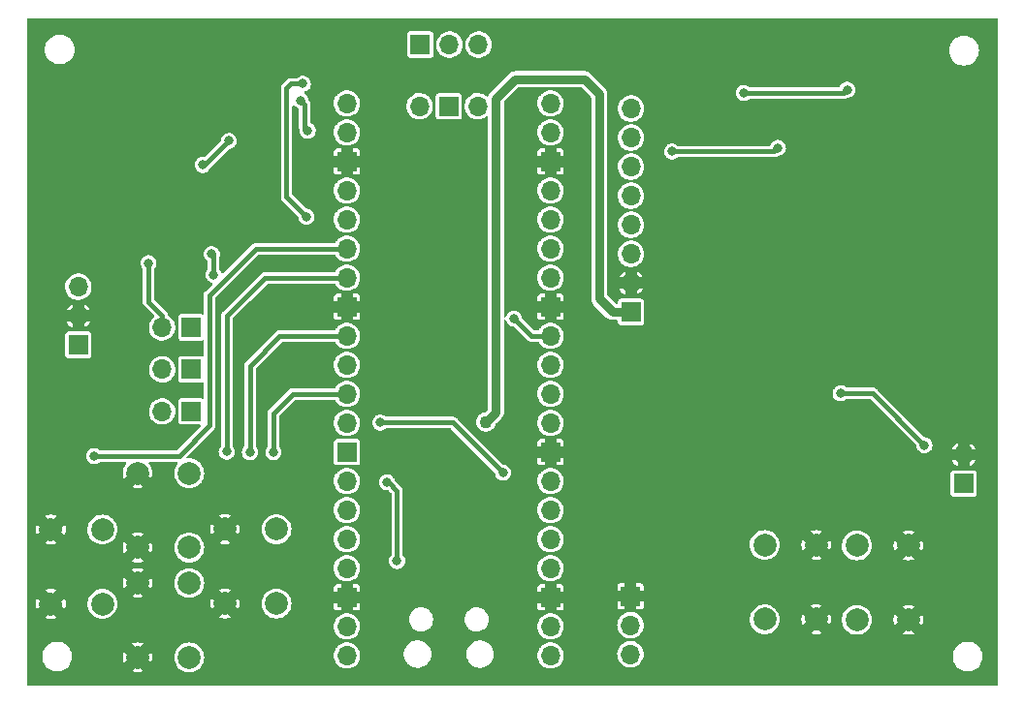
<source format=gbr>
%TF.GenerationSoftware,KiCad,Pcbnew,6.0.7-f9a2dced07~116~ubuntu20.04.1*%
%TF.CreationDate,2022-10-02T17:37:33+02:00*%
%TF.ProjectId,soundseeker,736f756e-6473-4656-956b-65722e6b6963,0.1*%
%TF.SameCoordinates,Original*%
%TF.FileFunction,Copper,L2,Bot*%
%TF.FilePolarity,Positive*%
%FSLAX46Y46*%
G04 Gerber Fmt 4.6, Leading zero omitted, Abs format (unit mm)*
G04 Created by KiCad (PCBNEW 6.0.7-f9a2dced07~116~ubuntu20.04.1) date 2022-10-02 17:37:33*
%MOMM*%
%LPD*%
G01*
G04 APERTURE LIST*
%TA.AperFunction,ComponentPad*%
%ADD10R,1.700000X1.700000*%
%TD*%
%TA.AperFunction,ComponentPad*%
%ADD11O,1.700000X1.700000*%
%TD*%
%TA.AperFunction,ComponentPad*%
%ADD12C,2.000000*%
%TD*%
%TA.AperFunction,ViaPad*%
%ADD13C,0.800000*%
%TD*%
%TA.AperFunction,ViaPad*%
%ADD14C,1.100000*%
%TD*%
%TA.AperFunction,Conductor*%
%ADD15C,0.400000*%
%TD*%
%TA.AperFunction,Conductor*%
%ADD16C,0.800000*%
%TD*%
G04 APERTURE END LIST*
D10*
%TO.P,J1,1,Pin_1*%
%TO.N,Net-(C13-Pad1)*%
X193550000Y-108165000D03*
D11*
%TO.P,J1,2,Pin_2*%
%TO.N,GND*%
X193550000Y-105625000D03*
%TD*%
D10*
%TO.P,J4,1,Pin_1*%
%TO.N,Net-(J4-Pad1)*%
X146110000Y-69775000D03*
D11*
%TO.P,J4,2,Pin_2*%
%TO.N,Net-(J4-Pad2)*%
X148650000Y-69775000D03*
%TO.P,J4,3,Pin_3*%
%TO.N,Net-(J4-Pad3)*%
X151190000Y-69775000D03*
%TD*%
D10*
%TO.P,J8,1,Pin_1*%
%TO.N,Net-(C16-Pad1)*%
X126100000Y-94500000D03*
D11*
%TO.P,J8,2,Pin_2*%
%TO.N,Net-(J6-Pad2)*%
X123560000Y-94500000D03*
%TD*%
D12*
%TO.P,SW1,2,2*%
%TO.N,Net-(R13-Pad1)*%
X118350000Y-118675000D03*
X118350000Y-112175000D03*
%TO.P,SW1,1,1*%
%TO.N,GND*%
X113850000Y-118675000D03*
X113850000Y-112175000D03*
%TD*%
%TO.P,SW6,1,1*%
%TO.N,GND*%
X188725000Y-120075000D03*
X188725000Y-113575000D03*
%TO.P,SW6,2,2*%
%TO.N,Net-(R25-Pad1)*%
X184225000Y-120075000D03*
X184225000Y-113575000D03*
%TD*%
%TO.P,SW5,1,1*%
%TO.N,GND*%
X180675000Y-113525000D03*
X180675000Y-120025000D03*
%TO.P,SW5,2,2*%
%TO.N,Net-(R24-Pad1)*%
X176175000Y-113525000D03*
X176175000Y-120025000D03*
%TD*%
D11*
%TO.P,U2,43,SWDIO*%
%TO.N,Net-(J4-Pad1)*%
X146050000Y-75160000D03*
D10*
%TO.P,U2,42,GND*%
%TO.N,Net-(J4-Pad2)*%
X148590000Y-75160000D03*
D11*
%TO.P,U2,41,SWCLK*%
%TO.N,Net-(J4-Pad3)*%
X151130000Y-75160000D03*
%TO.P,U2,40,VBUS*%
%TO.N,+5V*%
X139700000Y-123190000D03*
%TO.P,U2,39,VSYS*%
%TO.N,unconnected-(U2-Pad39)*%
X139700000Y-120650000D03*
D10*
%TO.P,U2,38,GND*%
%TO.N,GND*%
X139700000Y-118110000D03*
D11*
%TO.P,U2,37,3V3_EN*%
%TO.N,unconnected-(U2-Pad37)*%
X139700000Y-115570000D03*
%TO.P,U2,36,3V3*%
%TO.N,+3.3V*%
X139700000Y-113030000D03*
%TO.P,U2,35,ADC_VREF*%
%TO.N,unconnected-(U2-Pad35)*%
X139700000Y-110490000D03*
%TO.P,U2,34,GPIO28_ADC2*%
%TO.N,SW_OK*%
X139700000Y-107950000D03*
D10*
%TO.P,U2,33,AGND*%
%TO.N,unconnected-(U2-Pad33)*%
X139700000Y-105410000D03*
D11*
%TO.P,U2,32,GPIO27_ADC1*%
%TO.N,SW_BACK*%
X139700000Y-102870000D03*
%TO.P,U2,31,GPIO26_ADC0*%
%TO.N,SW_RIGHT*%
X139700000Y-100330000D03*
%TO.P,U2,30,RUN*%
%TO.N,unconnected-(U2-Pad30)*%
X139700000Y-97790000D03*
%TO.P,U2,29,GPIO22*%
%TO.N,SW_DOWN*%
X139700000Y-95250000D03*
D10*
%TO.P,U2,28,GND*%
%TO.N,GND*%
X139700000Y-92710000D03*
D11*
%TO.P,U2,27,GPIO21*%
%TO.N,SW_UP*%
X139700000Y-90170000D03*
%TO.P,U2,26,GPIO20*%
%TO.N,SW_LEFT*%
X139700000Y-87630000D03*
%TO.P,U2,25,GPIO19*%
%TO.N,unconnected-(U2-Pad25)*%
X139700000Y-85090000D03*
%TO.P,U2,24,GPIO18*%
%TO.N,ADC_SLCK*%
X139700000Y-82550000D03*
D10*
%TO.P,U2,23,GND*%
%TO.N,GND*%
X139700000Y-80010000D03*
D11*
%TO.P,U2,22,GPIO17*%
%TO.N,ADC_CS*%
X139700000Y-77470000D03*
%TO.P,U2,21,GPIO16*%
%TO.N,ADC_DOUT*%
X139700000Y-74930000D03*
%TO.P,U2,20,GPIO15*%
%TO.N,TFT_D_C*%
X157480000Y-74930000D03*
%TO.P,U2,19,GPIO14*%
%TO.N,TFT_RST*%
X157480000Y-77470000D03*
D10*
%TO.P,U2,18,GND*%
%TO.N,GND*%
X157480000Y-80010000D03*
D11*
%TO.P,U2,17,GPIO13*%
%TO.N,TFT_CS*%
X157480000Y-82550000D03*
%TO.P,U2,16,GPIO12*%
%TO.N,TFT_SDO*%
X157480000Y-85090000D03*
%TO.P,U2,15,GPIO11*%
%TO.N,TFT_SDI*%
X157480000Y-87630000D03*
%TO.P,U2,14,GPIO10*%
%TO.N,TFT_SCK*%
X157480000Y-90170000D03*
D10*
%TO.P,U2,13,GND*%
%TO.N,GND*%
X157480000Y-92710000D03*
D11*
%TO.P,U2,12,GPIO9*%
%TO.N,enable_analog_power_supply*%
X157480000Y-95250000D03*
%TO.P,U2,11,GPIO8*%
%TO.N,enable_piezo_driver*%
X157480000Y-97790000D03*
%TO.P,U2,10,GPIO7*%
%TO.N,dac_in_6_msb*%
X157480000Y-100330000D03*
%TO.P,U2,9,GPIO6*%
%TO.N,dac_in_5*%
X157480000Y-102870000D03*
D10*
%TO.P,U2,8,GND*%
%TO.N,GND*%
X157480000Y-105410000D03*
D11*
%TO.P,U2,7,GPIO5*%
%TO.N,dac_in_4*%
X157480000Y-107950000D03*
%TO.P,U2,6,GPIO4*%
%TO.N,dac_in_3*%
X157480000Y-110490000D03*
%TO.P,U2,5,GPIO3*%
%TO.N,dac_in_2*%
X157480000Y-113030000D03*
%TO.P,U2,4,GPIO2*%
%TO.N,dac_in_1_lsb*%
X157480000Y-115570000D03*
D10*
%TO.P,U2,3,GND*%
%TO.N,GND*%
X157480000Y-118110000D03*
D11*
%TO.P,U2,2,GPIO1*%
%TO.N,Net-(J3-Pad2)*%
X157480000Y-120650000D03*
%TO.P,U2,1,GPIO0*%
%TO.N,Net-(J3-Pad3)*%
X157480000Y-123190000D03*
%TD*%
D12*
%TO.P,SW4,2,2*%
%TO.N,Net-(R19-Pad1)*%
X125925000Y-123350000D03*
X125925000Y-116850000D03*
%TO.P,SW4,1,1*%
%TO.N,GND*%
X121425000Y-123350000D03*
X121425000Y-116850000D03*
%TD*%
D10*
%TO.P,J5,1,Pin_1*%
%TO.N,vcc_analog*%
X116250000Y-96025000D03*
D11*
%TO.P,J5,2,Pin_2*%
%TO.N,GND*%
X116250000Y-93485000D03*
%TO.P,J5,3,Pin_3*%
%TO.N,Net-(C7-Pad1)*%
X116250000Y-90945000D03*
%TD*%
D12*
%TO.P,SW2,2,2*%
%TO.N,Net-(R14-Pad1)*%
X133550000Y-112150000D03*
X133550000Y-118650000D03*
%TO.P,SW2,1,1*%
%TO.N,GND*%
X129050000Y-118650000D03*
X129050000Y-112150000D03*
%TD*%
D10*
%TO.P,J3,1,Pin_1*%
%TO.N,GND*%
X164450000Y-118000000D03*
D11*
%TO.P,J3,2,Pin_2*%
%TO.N,Net-(J3-Pad2)*%
X164450000Y-120540000D03*
%TO.P,J3,3,Pin_3*%
%TO.N,Net-(J3-Pad3)*%
X164450000Y-123080000D03*
%TD*%
D12*
%TO.P,SW3,2,2*%
%TO.N,Net-(R18-Pad1)*%
X125925000Y-113750000D03*
X125925000Y-107250000D03*
%TO.P,SW3,1,1*%
%TO.N,GND*%
X121425000Y-113750000D03*
X121425000Y-107250000D03*
%TD*%
D10*
%TO.P,J6,1,Pin_1*%
%TO.N,Net-(C17-Pad1)*%
X126100000Y-98175000D03*
D11*
%TO.P,J6,2,Pin_2*%
%TO.N,Net-(J6-Pad2)*%
X123560000Y-98175000D03*
%TD*%
D10*
%TO.P,J7,1,Pin_1*%
%TO.N,Net-(C18-Pad1)*%
X126100000Y-101850000D03*
D11*
%TO.P,J7,2,Pin_2*%
%TO.N,Net-(J6-Pad2)*%
X123560000Y-101850000D03*
%TD*%
D10*
%TO.P,J2,1,Pin_1*%
%TO.N,+3.3V*%
X164500000Y-93150000D03*
D11*
%TO.P,J2,2,Pin_2*%
%TO.N,GND*%
X164500000Y-90610000D03*
%TO.P,J2,3,Pin_3*%
%TO.N,TFT_SCK*%
X164500000Y-88070000D03*
%TO.P,J2,4,Pin_4*%
%TO.N,TFT_SDI*%
X164500000Y-85530000D03*
%TO.P,J2,5,Pin_5*%
%TO.N,TFT_SDO*%
X164500000Y-82990000D03*
%TO.P,J2,6,Pin_6*%
%TO.N,TFT_CS*%
X164500000Y-80450000D03*
%TO.P,J2,7,Pin_7*%
%TO.N,TFT_RST*%
X164500000Y-77910000D03*
%TO.P,J2,8,Pin_8*%
%TO.N,TFT_D_C*%
X164500000Y-75370000D03*
%TD*%
D13*
%TO.N,GND*%
X124600000Y-86700000D03*
X128300000Y-81425000D03*
X128625000Y-80425000D03*
X127725000Y-77925000D03*
X171650000Y-122900000D03*
X117675000Y-123725000D03*
X161475000Y-95825000D03*
X161425000Y-94050000D03*
X142275000Y-93400000D03*
X142250000Y-91550000D03*
X141525000Y-121200000D03*
X141600000Y-119775000D03*
X141575000Y-118425000D03*
X141550000Y-117075000D03*
X141525000Y-115700000D03*
X161725000Y-117925000D03*
X155025000Y-118150000D03*
X169200000Y-98225000D03*
X173525000Y-98350000D03*
X179650000Y-98300000D03*
X183450000Y-98175000D03*
X195100000Y-98500000D03*
X195225000Y-102925000D03*
X194825000Y-111825000D03*
X194750000Y-116900000D03*
X187575000Y-124700000D03*
X180075000Y-123225000D03*
X168375000Y-122875000D03*
X113525000Y-109050000D03*
X113575000Y-103800000D03*
X113450000Y-98825000D03*
X113575000Y-93175000D03*
X113500000Y-87225000D03*
X113575000Y-81400000D03*
X113475000Y-75650000D03*
X125775000Y-92225000D03*
X126150000Y-84300000D03*
X135975000Y-83125000D03*
X136050000Y-86375000D03*
X191425000Y-82925000D03*
X185700000Y-83150000D03*
X194475000Y-83800000D03*
X194925000Y-79375000D03*
X195000000Y-73175000D03*
X190700000Y-69150000D03*
X184300000Y-69100000D03*
X173925000Y-68825000D03*
X167450000Y-69475000D03*
X159775000Y-69475000D03*
X132825000Y-69100000D03*
X140225000Y-69125000D03*
X133375000Y-123350000D03*
X129875000Y-123375000D03*
%TO.N,Net-(C16-Pad2)*%
X127900000Y-88100000D03*
X128050000Y-89900000D03*
%TO.N,enable_analog_power_supply*%
X154275000Y-93725000D03*
X135850000Y-73200000D03*
X136150000Y-84825000D03*
%TO.N,Net-(C16-Pad2)*%
X127100000Y-80300000D03*
X129375000Y-78200500D03*
%TO.N,SW_RIGHT*%
X133275000Y-105400000D03*
%TO.N,SW_DOWN*%
X131225000Y-105400000D03*
%TO.N,SW_UP*%
X129200000Y-105375000D03*
%TO.N,SW_LEFT*%
X117625000Y-105750000D03*
%TO.N,Net-(J6-Pad2)*%
X122375000Y-88875000D03*
%TO.N,ADC_CS*%
X135625000Y-74650000D03*
X136275000Y-77300000D03*
%TO.N,SW_OK*%
X143200000Y-108050000D03*
X144075000Y-114925000D03*
%TO.N,SW_BACK*%
X142600000Y-102825000D03*
X153325000Y-107200000D03*
D14*
%TO.N,+3.3V*%
X151850000Y-102775000D03*
D13*
%TO.N,enable_piezo_driver*%
X177325000Y-78800000D03*
X168075000Y-79125000D03*
%TO.N,vref_power_opa*%
X182800000Y-100275000D03*
X190125000Y-104800000D03*
%TO.N,Net-(Q1-Pad1)*%
X183375000Y-73725000D03*
X174350000Y-74000000D03*
%TD*%
D15*
%TO.N,Net-(C16-Pad2)*%
X127100000Y-80300000D02*
X127275500Y-80300000D01*
X127275500Y-80300000D02*
X129375000Y-78200500D01*
X128050000Y-88250000D02*
X127900000Y-88100000D01*
X128050000Y-89900000D02*
X128050000Y-88250000D01*
%TO.N,enable_analog_power_supply*%
X135850000Y-73200000D02*
X134825000Y-73200000D01*
X157480000Y-95250000D02*
X155800000Y-95250000D01*
X134425000Y-73600000D02*
X134425000Y-83100000D01*
X155800000Y-95250000D02*
X154275000Y-93725000D01*
X134425000Y-83100000D02*
X136150000Y-84825000D01*
X134825000Y-73200000D02*
X134425000Y-73600000D01*
D16*
%TO.N,+3.3V*%
X151850000Y-102775000D02*
X152700000Y-101925000D01*
X152700000Y-101925000D02*
X152700000Y-74500000D01*
X160450000Y-72800000D02*
X161725000Y-74075000D01*
X152700000Y-74500000D02*
X154400000Y-72800000D01*
X154400000Y-72800000D02*
X160450000Y-72800000D01*
X161725000Y-92000000D02*
X162875000Y-93150000D01*
X161725000Y-74075000D02*
X161725000Y-92000000D01*
X162875000Y-93150000D02*
X164500000Y-93150000D01*
D15*
%TO.N,SW_RIGHT*%
X133275000Y-102000000D02*
X134945000Y-100330000D01*
X133275000Y-105400000D02*
X133275000Y-102000000D01*
X134945000Y-100330000D02*
X139700000Y-100330000D01*
%TO.N,SW_DOWN*%
X131225000Y-105400000D02*
X131225000Y-97850000D01*
X131225000Y-97850000D02*
X133825000Y-95250000D01*
X133825000Y-95250000D02*
X139700000Y-95250000D01*
%TO.N,SW_UP*%
X129200000Y-93525000D02*
X132555000Y-90170000D01*
X132555000Y-90170000D02*
X139700000Y-90170000D01*
X129200000Y-105375000D02*
X129200000Y-93525000D01*
%TO.N,SW_LEFT*%
X127725000Y-91750000D02*
X127675000Y-91700000D01*
X127675000Y-91700000D02*
X131745000Y-87630000D01*
X127725000Y-103075000D02*
X127725000Y-91750000D01*
X117625000Y-105750000D02*
X125050000Y-105750000D01*
X125050000Y-105750000D02*
X127725000Y-103075000D01*
X131745000Y-87630000D02*
X139700000Y-87630000D01*
%TO.N,Net-(J6-Pad2)*%
X122375000Y-88875000D02*
X122375000Y-92275000D01*
X123560000Y-93460000D02*
X123560000Y-94500000D01*
X122375000Y-92275000D02*
X123560000Y-93460000D01*
%TO.N,ADC_CS*%
X136250000Y-77300000D02*
X136275000Y-77300000D01*
X136025000Y-75050000D02*
X136025000Y-77075000D01*
X136025000Y-77075000D02*
X136250000Y-77300000D01*
X135625000Y-74650000D02*
X136025000Y-75050000D01*
%TO.N,SW_OK*%
X144075000Y-114925000D02*
X144075000Y-108775000D01*
X144075000Y-108775000D02*
X143350000Y-108050000D01*
X143350000Y-108050000D02*
X143200000Y-108050000D01*
%TO.N,SW_BACK*%
X148950000Y-102825000D02*
X142600000Y-102825000D01*
X153325000Y-107200000D02*
X148950000Y-102825000D01*
%TO.N,enable_piezo_driver*%
X168075000Y-79125000D02*
X177000000Y-79125000D01*
X177000000Y-79125000D02*
X177325000Y-78800000D01*
%TO.N,vref_power_opa*%
X185600000Y-100275000D02*
X182800000Y-100275000D01*
X190125000Y-104800000D02*
X185600000Y-100275000D01*
%TO.N,Net-(Q1-Pad1)*%
X183375000Y-73725000D02*
X183100000Y-74000000D01*
X183100000Y-74000000D02*
X174350000Y-74000000D01*
%TD*%
%TA.AperFunction,Conductor*%
%TO.N,GND*%
G36*
X196496191Y-67519407D02*
G01*
X196532155Y-67568907D01*
X196537000Y-67599500D01*
X196537000Y-125750500D01*
X196518093Y-125808691D01*
X196468593Y-125844655D01*
X196438000Y-125849500D01*
X111837000Y-125849500D01*
X111778809Y-125830593D01*
X111742845Y-125781093D01*
X111738000Y-125750500D01*
X111738000Y-123275000D01*
X113094532Y-123275000D01*
X113114365Y-123501692D01*
X113115484Y-123505867D01*
X113115484Y-123505869D01*
X113128358Y-123553916D01*
X113173261Y-123721496D01*
X113269432Y-123927734D01*
X113271913Y-123931277D01*
X113271914Y-123931279D01*
X113386840Y-124095411D01*
X113399953Y-124114139D01*
X113560861Y-124275047D01*
X113564399Y-124277524D01*
X113564401Y-124277526D01*
X113659117Y-124343846D01*
X113747266Y-124405568D01*
X113953504Y-124501739D01*
X114042563Y-124525602D01*
X114169131Y-124559516D01*
X114169133Y-124559516D01*
X114173308Y-124560635D01*
X114217795Y-124564527D01*
X114341050Y-124575311D01*
X114341061Y-124575311D01*
X114343216Y-124575500D01*
X114456784Y-124575500D01*
X114458939Y-124575311D01*
X114458950Y-124575311D01*
X114582205Y-124564527D01*
X114626692Y-124560635D01*
X114630867Y-124559516D01*
X114630869Y-124559516D01*
X114660419Y-124551598D01*
X120935207Y-124551598D01*
X120944016Y-124560105D01*
X120974755Y-124574439D01*
X120982848Y-124577385D01*
X121194218Y-124634022D01*
X121202706Y-124635518D01*
X121420691Y-124654589D01*
X121429309Y-124654589D01*
X121647294Y-124635518D01*
X121655782Y-124634022D01*
X121867152Y-124577385D01*
X121875245Y-124574439D01*
X121906785Y-124559731D01*
X121914652Y-124552396D01*
X121909284Y-124541390D01*
X121436086Y-124068193D01*
X121424203Y-124062139D01*
X121419172Y-124062935D01*
X120940088Y-124542018D01*
X120935207Y-124551598D01*
X114660419Y-124551598D01*
X114757437Y-124525602D01*
X114846496Y-124501739D01*
X115052734Y-124405568D01*
X115140883Y-124343846D01*
X115235599Y-124277526D01*
X115235601Y-124277524D01*
X115239139Y-124275047D01*
X115400047Y-124114139D01*
X115413161Y-124095411D01*
X115528086Y-123931279D01*
X115528087Y-123931277D01*
X115530568Y-123927734D01*
X115626739Y-123721496D01*
X115671642Y-123553916D01*
X115684516Y-123505869D01*
X115684516Y-123505867D01*
X115685635Y-123501692D01*
X115698529Y-123354309D01*
X120120411Y-123354309D01*
X120139482Y-123572294D01*
X120140978Y-123580782D01*
X120197615Y-123792152D01*
X120200561Y-123800245D01*
X120215269Y-123831785D01*
X120222604Y-123839652D01*
X120233610Y-123834284D01*
X120706807Y-123361086D01*
X120712049Y-123350797D01*
X122137139Y-123350797D01*
X122137935Y-123355828D01*
X122617018Y-123834912D01*
X122626598Y-123839793D01*
X122635105Y-123830984D01*
X122649439Y-123800245D01*
X122652385Y-123792152D01*
X122709022Y-123580782D01*
X122710518Y-123572294D01*
X122729589Y-123354309D01*
X122729589Y-123350000D01*
X124619532Y-123350000D01*
X124639365Y-123576692D01*
X124698261Y-123796496D01*
X124794432Y-124002734D01*
X124796913Y-124006277D01*
X124796914Y-124006279D01*
X124918471Y-124179881D01*
X124924953Y-124189139D01*
X125085861Y-124350047D01*
X125272266Y-124480568D01*
X125478504Y-124576739D01*
X125567563Y-124600602D01*
X125694131Y-124634516D01*
X125694133Y-124634516D01*
X125698308Y-124635635D01*
X125925000Y-124655468D01*
X126151692Y-124635635D01*
X126155867Y-124634516D01*
X126155869Y-124634516D01*
X126282437Y-124600602D01*
X126371496Y-124576739D01*
X126577734Y-124480568D01*
X126764139Y-124350047D01*
X126925047Y-124189139D01*
X126931530Y-124179881D01*
X127053086Y-124006279D01*
X127053087Y-124006277D01*
X127055568Y-124002734D01*
X127151739Y-123796496D01*
X127210635Y-123576692D01*
X127230468Y-123350000D01*
X127213824Y-123159754D01*
X138544967Y-123159754D01*
X138550397Y-123242597D01*
X138558163Y-123361086D01*
X138558796Y-123370749D01*
X138559912Y-123375142D01*
X138559912Y-123375144D01*
X138603217Y-123545654D01*
X138610845Y-123575690D01*
X138612747Y-123579815D01*
X138612747Y-123579816D01*
X138676139Y-123717323D01*
X138699369Y-123767714D01*
X138821405Y-123940391D01*
X138972865Y-124087937D01*
X138976638Y-124090458D01*
X139144899Y-124202887D01*
X139144902Y-124202889D01*
X139148677Y-124205411D01*
X139245472Y-124246997D01*
X139338774Y-124287083D01*
X139338778Y-124287084D01*
X139342953Y-124288878D01*
X139347387Y-124289881D01*
X139347386Y-124289881D01*
X139544760Y-124334543D01*
X139544765Y-124334544D01*
X139549186Y-124335544D01*
X139654828Y-124339695D01*
X139755937Y-124343668D01*
X139755938Y-124343668D01*
X139760470Y-124343846D01*
X139969730Y-124313504D01*
X139974029Y-124312045D01*
X139974032Y-124312044D01*
X140165654Y-124246997D01*
X140169955Y-124245537D01*
X140207443Y-124224543D01*
X140320174Y-124161410D01*
X140354442Y-124142219D01*
X140517012Y-124007012D01*
X140652219Y-123844442D01*
X140723409Y-123717323D01*
X140753319Y-123663916D01*
X140753320Y-123663914D01*
X140755537Y-123659955D01*
X140782413Y-123580782D01*
X140822044Y-123464032D01*
X140822045Y-123464029D01*
X140823504Y-123459730D01*
X140837807Y-123361086D01*
X140853426Y-123253369D01*
X140853426Y-123253363D01*
X140853846Y-123250470D01*
X140854014Y-123244078D01*
X140855353Y-123192914D01*
X140855353Y-123192909D01*
X140855429Y-123190000D01*
X140849282Y-123123098D01*
X140843751Y-123062914D01*
X140840583Y-123028440D01*
X144659770Y-123028440D01*
X144662959Y-123077101D01*
X144668377Y-123159754D01*
X144674200Y-123248604D01*
X144675316Y-123252997D01*
X144675316Y-123252999D01*
X144701046Y-123354309D01*
X144728511Y-123462452D01*
X144820883Y-123662821D01*
X144948222Y-123843002D01*
X144951468Y-123846164D01*
X145083486Y-123974771D01*
X145106264Y-123996961D01*
X145289717Y-124119540D01*
X145492436Y-124206635D01*
X145570165Y-124224223D01*
X145703206Y-124254328D01*
X145703211Y-124254329D01*
X145707632Y-124255329D01*
X145817865Y-124259660D01*
X145923565Y-124263813D01*
X145923566Y-124263813D01*
X145928098Y-124263991D01*
X146146452Y-124232331D01*
X146150751Y-124230872D01*
X146150754Y-124230871D01*
X146351078Y-124162870D01*
X146355379Y-124161410D01*
X146385687Y-124144437D01*
X146543925Y-124055819D01*
X146547884Y-124053602D01*
X146688456Y-123936689D01*
X146714024Y-123915424D01*
X146717518Y-123912518D01*
X146858602Y-123742884D01*
X146904225Y-123661418D01*
X146964192Y-123554340D01*
X146964193Y-123554338D01*
X146966410Y-123550379D01*
X146984400Y-123497381D01*
X147035871Y-123345754D01*
X147035872Y-123345751D01*
X147037331Y-123341452D01*
X147048395Y-123265144D01*
X147068571Y-123125997D01*
X147068571Y-123125991D01*
X147068991Y-123123098D01*
X147070120Y-123080000D01*
X147070567Y-123062914D01*
X147070567Y-123062909D01*
X147070643Y-123060000D01*
X147067743Y-123028440D01*
X150109770Y-123028440D01*
X150112959Y-123077101D01*
X150118377Y-123159754D01*
X150124200Y-123248604D01*
X150125316Y-123252997D01*
X150125316Y-123252999D01*
X150151046Y-123354309D01*
X150178511Y-123462452D01*
X150270883Y-123662821D01*
X150398222Y-123843002D01*
X150401468Y-123846164D01*
X150533486Y-123974771D01*
X150556264Y-123996961D01*
X150739717Y-124119540D01*
X150942436Y-124206635D01*
X151020165Y-124224223D01*
X151153206Y-124254328D01*
X151153211Y-124254329D01*
X151157632Y-124255329D01*
X151267865Y-124259660D01*
X151373565Y-124263813D01*
X151373566Y-124263813D01*
X151378098Y-124263991D01*
X151596452Y-124232331D01*
X151600751Y-124230872D01*
X151600754Y-124230871D01*
X151801078Y-124162870D01*
X151805379Y-124161410D01*
X151835687Y-124144437D01*
X151993925Y-124055819D01*
X151997884Y-124053602D01*
X152138456Y-123936689D01*
X152164024Y-123915424D01*
X152167518Y-123912518D01*
X152308602Y-123742884D01*
X152354225Y-123661418D01*
X152414192Y-123554340D01*
X152414193Y-123554338D01*
X152416410Y-123550379D01*
X152434400Y-123497381D01*
X152485871Y-123345754D01*
X152485872Y-123345751D01*
X152487331Y-123341452D01*
X152498395Y-123265144D01*
X152513676Y-123159754D01*
X156324967Y-123159754D01*
X156330397Y-123242597D01*
X156338163Y-123361086D01*
X156338796Y-123370749D01*
X156339912Y-123375142D01*
X156339912Y-123375144D01*
X156383217Y-123545654D01*
X156390845Y-123575690D01*
X156392747Y-123579815D01*
X156392747Y-123579816D01*
X156456139Y-123717323D01*
X156479369Y-123767714D01*
X156601405Y-123940391D01*
X156752865Y-124087937D01*
X156756638Y-124090458D01*
X156924899Y-124202887D01*
X156924902Y-124202889D01*
X156928677Y-124205411D01*
X157025472Y-124246997D01*
X157118774Y-124287083D01*
X157118778Y-124287084D01*
X157122953Y-124288878D01*
X157127387Y-124289881D01*
X157127386Y-124289881D01*
X157324760Y-124334543D01*
X157324765Y-124334544D01*
X157329186Y-124335544D01*
X157434828Y-124339695D01*
X157535937Y-124343668D01*
X157535938Y-124343668D01*
X157540470Y-124343846D01*
X157749730Y-124313504D01*
X157754029Y-124312045D01*
X157754032Y-124312044D01*
X157945654Y-124246997D01*
X157949955Y-124245537D01*
X157987443Y-124224543D01*
X158100174Y-124161410D01*
X158134442Y-124142219D01*
X158297012Y-124007012D01*
X158432219Y-123844442D01*
X158503409Y-123717323D01*
X158533319Y-123663916D01*
X158533320Y-123663914D01*
X158535537Y-123659955D01*
X158562413Y-123580782D01*
X158602044Y-123464032D01*
X158602045Y-123464029D01*
X158603504Y-123459730D01*
X158617807Y-123361086D01*
X158633426Y-123253369D01*
X158633426Y-123253363D01*
X158633846Y-123250470D01*
X158634014Y-123244078D01*
X158635353Y-123192914D01*
X158635353Y-123192909D01*
X158635429Y-123190000D01*
X158629282Y-123123098D01*
X158623751Y-123062914D01*
X158622542Y-123049754D01*
X163294967Y-123049754D01*
X163299514Y-123119131D01*
X163307931Y-123247545D01*
X163308796Y-123260749D01*
X163309912Y-123265142D01*
X163309912Y-123265144D01*
X163332487Y-123354032D01*
X163360845Y-123465690D01*
X163362747Y-123469815D01*
X163362747Y-123469816D01*
X163413458Y-123579816D01*
X163449369Y-123657714D01*
X163571405Y-123830391D01*
X163722865Y-123977937D01*
X163726638Y-123980458D01*
X163894899Y-124092887D01*
X163894902Y-124092889D01*
X163898677Y-124095411D01*
X163995472Y-124136997D01*
X164088774Y-124177083D01*
X164088778Y-124177084D01*
X164092953Y-124178878D01*
X164097387Y-124179881D01*
X164097386Y-124179881D01*
X164294760Y-124224543D01*
X164294765Y-124224544D01*
X164299186Y-124225544D01*
X164404828Y-124229695D01*
X164505937Y-124233668D01*
X164505938Y-124233668D01*
X164510470Y-124233846D01*
X164719730Y-124203504D01*
X164724029Y-124202045D01*
X164724032Y-124202044D01*
X164915654Y-124136997D01*
X164919955Y-124135537D01*
X164952711Y-124117193D01*
X165100481Y-124034437D01*
X165104442Y-124032219D01*
X165267012Y-123897012D01*
X165402219Y-123734442D01*
X165493590Y-123571288D01*
X165503319Y-123553916D01*
X165503320Y-123553914D01*
X165505537Y-123549955D01*
X165523383Y-123497381D01*
X165572044Y-123354032D01*
X165572045Y-123354029D01*
X165573504Y-123349730D01*
X165584340Y-123275000D01*
X192594532Y-123275000D01*
X192614365Y-123501692D01*
X192615484Y-123505867D01*
X192615484Y-123505869D01*
X192628358Y-123553916D01*
X192673261Y-123721496D01*
X192769432Y-123927734D01*
X192771913Y-123931277D01*
X192771914Y-123931279D01*
X192886840Y-124095411D01*
X192899953Y-124114139D01*
X193060861Y-124275047D01*
X193064399Y-124277524D01*
X193064401Y-124277526D01*
X193159117Y-124343846D01*
X193247266Y-124405568D01*
X193453504Y-124501739D01*
X193542563Y-124525602D01*
X193669131Y-124559516D01*
X193669133Y-124559516D01*
X193673308Y-124560635D01*
X193717795Y-124564527D01*
X193841050Y-124575311D01*
X193841061Y-124575311D01*
X193843216Y-124575500D01*
X193956784Y-124575500D01*
X193958939Y-124575311D01*
X193958950Y-124575311D01*
X194082205Y-124564527D01*
X194126692Y-124560635D01*
X194130867Y-124559516D01*
X194130869Y-124559516D01*
X194257437Y-124525602D01*
X194346496Y-124501739D01*
X194552734Y-124405568D01*
X194640883Y-124343846D01*
X194735599Y-124277526D01*
X194735601Y-124277524D01*
X194739139Y-124275047D01*
X194900047Y-124114139D01*
X194913161Y-124095411D01*
X195028086Y-123931279D01*
X195028087Y-123931277D01*
X195030568Y-123927734D01*
X195126739Y-123721496D01*
X195171642Y-123553916D01*
X195184516Y-123505869D01*
X195184516Y-123505867D01*
X195185635Y-123501692D01*
X195205468Y-123275000D01*
X195185635Y-123048308D01*
X195180312Y-123028440D01*
X195136536Y-122865068D01*
X195126739Y-122828504D01*
X195030568Y-122622266D01*
X195002830Y-122582652D01*
X194902526Y-122439401D01*
X194902524Y-122439399D01*
X194900047Y-122435861D01*
X194739139Y-122274953D01*
X194713363Y-122256904D01*
X194556279Y-122146914D01*
X194556277Y-122146913D01*
X194552734Y-122144432D01*
X194346496Y-122048261D01*
X194257437Y-122024398D01*
X194130869Y-121990484D01*
X194130867Y-121990484D01*
X194126692Y-121989365D01*
X194082205Y-121985473D01*
X193958950Y-121974689D01*
X193958939Y-121974689D01*
X193956784Y-121974500D01*
X193843216Y-121974500D01*
X193841061Y-121974689D01*
X193841050Y-121974689D01*
X193717795Y-121985473D01*
X193673308Y-121989365D01*
X193669133Y-121990484D01*
X193669131Y-121990484D01*
X193542563Y-122024398D01*
X193453504Y-122048261D01*
X193247266Y-122144432D01*
X193243723Y-122146913D01*
X193243721Y-122146914D01*
X193086638Y-122256904D01*
X193060861Y-122274953D01*
X192899953Y-122435861D01*
X192897476Y-122439399D01*
X192897474Y-122439401D01*
X192797170Y-122582652D01*
X192769432Y-122622266D01*
X192673261Y-122828504D01*
X192663464Y-122865068D01*
X192619689Y-123028440D01*
X192614365Y-123048308D01*
X192594532Y-123275000D01*
X165584340Y-123275000D01*
X165587530Y-123252999D01*
X165603426Y-123143369D01*
X165603426Y-123143363D01*
X165603846Y-123140470D01*
X165604181Y-123127706D01*
X165605353Y-123082914D01*
X165605353Y-123082909D01*
X165605429Y-123080000D01*
X165603592Y-123060000D01*
X165589610Y-122907848D01*
X165586081Y-122869440D01*
X165569129Y-122809333D01*
X165529920Y-122670306D01*
X165529920Y-122670305D01*
X165528686Y-122665931D01*
X165435165Y-122476290D01*
X165308651Y-122306867D01*
X165153381Y-122163337D01*
X165145890Y-122158610D01*
X164978391Y-122052926D01*
X164974554Y-122050505D01*
X164778160Y-121972152D01*
X164570775Y-121930901D01*
X164466599Y-121929537D01*
X164363886Y-121928192D01*
X164363881Y-121928192D01*
X164359346Y-121928133D01*
X164354873Y-121928902D01*
X164354868Y-121928902D01*
X164251601Y-121946647D01*
X164150953Y-121963941D01*
X163952575Y-122037127D01*
X163948676Y-122039446D01*
X163948671Y-122039449D01*
X163774762Y-122142914D01*
X163770856Y-122145238D01*
X163767441Y-122148233D01*
X163767438Y-122148235D01*
X163677512Y-122227098D01*
X163611881Y-122284655D01*
X163609073Y-122288217D01*
X163489890Y-122439401D01*
X163480976Y-122450708D01*
X163478862Y-122454726D01*
X163387732Y-122627936D01*
X163382523Y-122637836D01*
X163319820Y-122839773D01*
X163319286Y-122844283D01*
X163319286Y-122844284D01*
X163295633Y-123044131D01*
X163294967Y-123049754D01*
X158622542Y-123049754D01*
X158616081Y-122979440D01*
X158585058Y-122869440D01*
X158559920Y-122780306D01*
X158559920Y-122780305D01*
X158558686Y-122775931D01*
X158465165Y-122586290D01*
X158355478Y-122439401D01*
X158341367Y-122420504D01*
X158341366Y-122420503D01*
X158338651Y-122416867D01*
X158183381Y-122273337D01*
X158157337Y-122256904D01*
X158008391Y-122162926D01*
X158004554Y-122160505D01*
X157808160Y-122082152D01*
X157600775Y-122040901D01*
X157496599Y-122039537D01*
X157393886Y-122038192D01*
X157393881Y-122038192D01*
X157389346Y-122038133D01*
X157384873Y-122038902D01*
X157384868Y-122038902D01*
X157281601Y-122056647D01*
X157180953Y-122073941D01*
X156982575Y-122147127D01*
X156978676Y-122149446D01*
X156978671Y-122149449D01*
X156804762Y-122252914D01*
X156800856Y-122255238D01*
X156797441Y-122258233D01*
X156797438Y-122258235D01*
X156745497Y-122303786D01*
X156641881Y-122394655D01*
X156639073Y-122398217D01*
X156552680Y-122507807D01*
X156510976Y-122560708D01*
X156508862Y-122564726D01*
X156453314Y-122670306D01*
X156412523Y-122747836D01*
X156411179Y-122752165D01*
X156373361Y-122873960D01*
X156349820Y-122949773D01*
X156349286Y-122954283D01*
X156349286Y-122954284D01*
X156329306Y-123123098D01*
X156324967Y-123159754D01*
X152513676Y-123159754D01*
X152518571Y-123125997D01*
X152518571Y-123125991D01*
X152518991Y-123123098D01*
X152520120Y-123080000D01*
X152520567Y-123062914D01*
X152520567Y-123062909D01*
X152520643Y-123060000D01*
X152513241Y-122979440D01*
X152505918Y-122899755D01*
X152500454Y-122840289D01*
X152459118Y-122693721D01*
X152441799Y-122632311D01*
X152441798Y-122632310D01*
X152440565Y-122627936D01*
X152438557Y-122623864D01*
X152438555Y-122623859D01*
X152344988Y-122434125D01*
X152342980Y-122430053D01*
X152210967Y-122253267D01*
X152113237Y-122162926D01*
X152052279Y-122106577D01*
X152052278Y-122106576D01*
X152048949Y-122103499D01*
X152017781Y-122083833D01*
X151866187Y-121988185D01*
X151862350Y-121985764D01*
X151657421Y-121904006D01*
X151441024Y-121860962D01*
X151332347Y-121859539D01*
X151224946Y-121858133D01*
X151224941Y-121858133D01*
X151220406Y-121858074D01*
X151215933Y-121858843D01*
X151215928Y-121858843D01*
X151007435Y-121894668D01*
X151007429Y-121894670D01*
X151002957Y-121895438D01*
X150906990Y-121930842D01*
X150800220Y-121970231D01*
X150800217Y-121970232D01*
X150795957Y-121971804D01*
X150792054Y-121974126D01*
X150792052Y-121974127D01*
X150764559Y-121990484D01*
X150606341Y-122084614D01*
X150602926Y-122087609D01*
X150602923Y-122087611D01*
X150521722Y-122158823D01*
X150440457Y-122230090D01*
X150437649Y-122233652D01*
X150347920Y-122347474D01*
X150303863Y-122403360D01*
X150301749Y-122407378D01*
X150205476Y-122590362D01*
X150201131Y-122598620D01*
X150193789Y-122622266D01*
X150146075Y-122775931D01*
X150135703Y-122809333D01*
X150135169Y-122813843D01*
X150135169Y-122813844D01*
X150110303Y-123023936D01*
X150109770Y-123028440D01*
X147067743Y-123028440D01*
X147063241Y-122979440D01*
X147055918Y-122899755D01*
X147050454Y-122840289D01*
X147009118Y-122693721D01*
X146991799Y-122632311D01*
X146991798Y-122632310D01*
X146990565Y-122627936D01*
X146988557Y-122623864D01*
X146988555Y-122623859D01*
X146894988Y-122434125D01*
X146892980Y-122430053D01*
X146760967Y-122253267D01*
X146663237Y-122162926D01*
X146602279Y-122106577D01*
X146602278Y-122106576D01*
X146598949Y-122103499D01*
X146567781Y-122083833D01*
X146416187Y-121988185D01*
X146412350Y-121985764D01*
X146207421Y-121904006D01*
X145991024Y-121860962D01*
X145882347Y-121859539D01*
X145774946Y-121858133D01*
X145774941Y-121858133D01*
X145770406Y-121858074D01*
X145765933Y-121858843D01*
X145765928Y-121858843D01*
X145557435Y-121894668D01*
X145557429Y-121894670D01*
X145552957Y-121895438D01*
X145456990Y-121930842D01*
X145350220Y-121970231D01*
X145350217Y-121970232D01*
X145345957Y-121971804D01*
X145342054Y-121974126D01*
X145342052Y-121974127D01*
X145314559Y-121990484D01*
X145156341Y-122084614D01*
X145152926Y-122087609D01*
X145152923Y-122087611D01*
X145071722Y-122158823D01*
X144990457Y-122230090D01*
X144987649Y-122233652D01*
X144897920Y-122347474D01*
X144853863Y-122403360D01*
X144851749Y-122407378D01*
X144755476Y-122590362D01*
X144751131Y-122598620D01*
X144743789Y-122622266D01*
X144696075Y-122775931D01*
X144685703Y-122809333D01*
X144685169Y-122813843D01*
X144685169Y-122813844D01*
X144660303Y-123023936D01*
X144659770Y-123028440D01*
X140840583Y-123028440D01*
X140836081Y-122979440D01*
X140805058Y-122869440D01*
X140779920Y-122780306D01*
X140779920Y-122780305D01*
X140778686Y-122775931D01*
X140685165Y-122586290D01*
X140575478Y-122439401D01*
X140561367Y-122420504D01*
X140561366Y-122420503D01*
X140558651Y-122416867D01*
X140403381Y-122273337D01*
X140377337Y-122256904D01*
X140228391Y-122162926D01*
X140224554Y-122160505D01*
X140028160Y-122082152D01*
X139820775Y-122040901D01*
X139716599Y-122039537D01*
X139613886Y-122038192D01*
X139613881Y-122038192D01*
X139609346Y-122038133D01*
X139604873Y-122038902D01*
X139604868Y-122038902D01*
X139501601Y-122056647D01*
X139400953Y-122073941D01*
X139202575Y-122147127D01*
X139198676Y-122149446D01*
X139198671Y-122149449D01*
X139024762Y-122252914D01*
X139020856Y-122255238D01*
X139017441Y-122258233D01*
X139017438Y-122258235D01*
X138965497Y-122303786D01*
X138861881Y-122394655D01*
X138859073Y-122398217D01*
X138772680Y-122507807D01*
X138730976Y-122560708D01*
X138728862Y-122564726D01*
X138673314Y-122670306D01*
X138632523Y-122747836D01*
X138631179Y-122752165D01*
X138593361Y-122873960D01*
X138569820Y-122949773D01*
X138569286Y-122954283D01*
X138569286Y-122954284D01*
X138549306Y-123123098D01*
X138544967Y-123159754D01*
X127213824Y-123159754D01*
X127210635Y-123123308D01*
X127184009Y-123023936D01*
X127152857Y-122907677D01*
X127151739Y-122903504D01*
X127055568Y-122697266D01*
X127011147Y-122633825D01*
X126927526Y-122514401D01*
X126927524Y-122514399D01*
X126925047Y-122510861D01*
X126764139Y-122349953D01*
X126707800Y-122310504D01*
X126581279Y-122221914D01*
X126581277Y-122221913D01*
X126577734Y-122219432D01*
X126371496Y-122123261D01*
X126224348Y-122083833D01*
X126155869Y-122065484D01*
X126155867Y-122065484D01*
X126151692Y-122064365D01*
X125925000Y-122044532D01*
X125698308Y-122064365D01*
X125694133Y-122065484D01*
X125694131Y-122065484D01*
X125625652Y-122083833D01*
X125478504Y-122123261D01*
X125272266Y-122219432D01*
X125268723Y-122221913D01*
X125268721Y-122221914D01*
X125142201Y-122310504D01*
X125085861Y-122349953D01*
X124924953Y-122510861D01*
X124922476Y-122514399D01*
X124922474Y-122514401D01*
X124838853Y-122633825D01*
X124794432Y-122697266D01*
X124698261Y-122903504D01*
X124697143Y-122907677D01*
X124665992Y-123023936D01*
X124639365Y-123123308D01*
X124619532Y-123350000D01*
X122729589Y-123350000D01*
X122729589Y-123345691D01*
X122710518Y-123127706D01*
X122709022Y-123119218D01*
X122652385Y-122907848D01*
X122649439Y-122899755D01*
X122634731Y-122868215D01*
X122627396Y-122860348D01*
X122616390Y-122865716D01*
X122143193Y-123338914D01*
X122137139Y-123350797D01*
X120712049Y-123350797D01*
X120712861Y-123349203D01*
X120712065Y-123344172D01*
X120232982Y-122865088D01*
X120223402Y-122860207D01*
X120214895Y-122869016D01*
X120200561Y-122899755D01*
X120197615Y-122907848D01*
X120140978Y-123119218D01*
X120139482Y-123127706D01*
X120120411Y-123345691D01*
X120120411Y-123354309D01*
X115698529Y-123354309D01*
X115705468Y-123275000D01*
X115685635Y-123048308D01*
X115680312Y-123028440D01*
X115636536Y-122865068D01*
X115626739Y-122828504D01*
X115530568Y-122622266D01*
X115502830Y-122582652D01*
X115402526Y-122439401D01*
X115402524Y-122439399D01*
X115400047Y-122435861D01*
X115239139Y-122274953D01*
X115213363Y-122256904D01*
X115057264Y-122147604D01*
X120935348Y-122147604D01*
X120940716Y-122158610D01*
X121413914Y-122631807D01*
X121425797Y-122637861D01*
X121430828Y-122637065D01*
X121909912Y-122157982D01*
X121914793Y-122148402D01*
X121905984Y-122139895D01*
X121875245Y-122125561D01*
X121867152Y-122122615D01*
X121655782Y-122065978D01*
X121647294Y-122064482D01*
X121429309Y-122045411D01*
X121420691Y-122045411D01*
X121202706Y-122064482D01*
X121194218Y-122065978D01*
X120982848Y-122122615D01*
X120974755Y-122125561D01*
X120943215Y-122140269D01*
X120935348Y-122147604D01*
X115057264Y-122147604D01*
X115056279Y-122146914D01*
X115056277Y-122146913D01*
X115052734Y-122144432D01*
X114846496Y-122048261D01*
X114757437Y-122024398D01*
X114630869Y-121990484D01*
X114630867Y-121990484D01*
X114626692Y-121989365D01*
X114582205Y-121985473D01*
X114458950Y-121974689D01*
X114458939Y-121974689D01*
X114456784Y-121974500D01*
X114343216Y-121974500D01*
X114341061Y-121974689D01*
X114341050Y-121974689D01*
X114217795Y-121985473D01*
X114173308Y-121989365D01*
X114169133Y-121990484D01*
X114169131Y-121990484D01*
X114042563Y-122024398D01*
X113953504Y-122048261D01*
X113747266Y-122144432D01*
X113743723Y-122146913D01*
X113743721Y-122146914D01*
X113586638Y-122256904D01*
X113560861Y-122274953D01*
X113399953Y-122435861D01*
X113397476Y-122439399D01*
X113397474Y-122439401D01*
X113297170Y-122582652D01*
X113269432Y-122622266D01*
X113173261Y-122828504D01*
X113163464Y-122865068D01*
X113119689Y-123028440D01*
X113114365Y-123048308D01*
X113094532Y-123275000D01*
X111738000Y-123275000D01*
X111738000Y-120619754D01*
X138544967Y-120619754D01*
X138550397Y-120702597D01*
X138557124Y-120805233D01*
X138558796Y-120830749D01*
X138559912Y-120835142D01*
X138559912Y-120835144D01*
X138581783Y-120921258D01*
X138610845Y-121035690D01*
X138612747Y-121039815D01*
X138612747Y-121039816D01*
X138694149Y-121216390D01*
X138699369Y-121227714D01*
X138821405Y-121400391D01*
X138972865Y-121547937D01*
X138976638Y-121550458D01*
X139144899Y-121662887D01*
X139144902Y-121662889D01*
X139148677Y-121665411D01*
X139245472Y-121706997D01*
X139338774Y-121747083D01*
X139338778Y-121747084D01*
X139342953Y-121748878D01*
X139347387Y-121749881D01*
X139347386Y-121749881D01*
X139544760Y-121794543D01*
X139544765Y-121794544D01*
X139549186Y-121795544D01*
X139654828Y-121799695D01*
X139755937Y-121803668D01*
X139755938Y-121803668D01*
X139760470Y-121803846D01*
X139969730Y-121773504D01*
X139974029Y-121772045D01*
X139974032Y-121772044D01*
X140165654Y-121706997D01*
X140169955Y-121705537D01*
X140207443Y-121684543D01*
X140350481Y-121604437D01*
X140354442Y-121602219D01*
X140517012Y-121467012D01*
X140652219Y-121304442D01*
X140755537Y-121119955D01*
X140772523Y-121069917D01*
X140822044Y-120924032D01*
X140822045Y-120924029D01*
X140823504Y-120919730D01*
X140841673Y-120794424D01*
X140853426Y-120713369D01*
X140853426Y-120713363D01*
X140853846Y-120710470D01*
X140854611Y-120681279D01*
X140855353Y-120652914D01*
X140855353Y-120652909D01*
X140855429Y-120650000D01*
X140851351Y-120605613D01*
X140843621Y-120521496D01*
X140836081Y-120439440D01*
X140795992Y-120297294D01*
X140779920Y-120240306D01*
X140779920Y-120240305D01*
X140778686Y-120235931D01*
X140685165Y-120046290D01*
X140661995Y-120015262D01*
X145109520Y-120015262D01*
X145114536Y-120075000D01*
X145126055Y-120212165D01*
X145126759Y-120220553D01*
X145128092Y-120225201D01*
X145128092Y-120225202D01*
X145179773Y-120405434D01*
X145183544Y-120418586D01*
X145277712Y-120601818D01*
X145405677Y-120763270D01*
X145409357Y-120766402D01*
X145409359Y-120766404D01*
X145454983Y-120805233D01*
X145562564Y-120896791D01*
X145566787Y-120899151D01*
X145566791Y-120899154D01*
X145621655Y-120929816D01*
X145742398Y-120997297D01*
X145746996Y-120998791D01*
X145933724Y-121059463D01*
X145933726Y-121059464D01*
X145938329Y-121060959D01*
X146142894Y-121085351D01*
X146147716Y-121084980D01*
X146147719Y-121084980D01*
X146215541Y-121079761D01*
X146348300Y-121069546D01*
X146546725Y-121014145D01*
X146551038Y-121011966D01*
X146551044Y-121011964D01*
X146726289Y-120923441D01*
X146726291Y-120923440D01*
X146730610Y-120921258D01*
X146765943Y-120893653D01*
X146889135Y-120797406D01*
X146889139Y-120797402D01*
X146892951Y-120794424D01*
X146898553Y-120787935D01*
X146962915Y-120713369D01*
X147027564Y-120638472D01*
X147035625Y-120624282D01*
X147126934Y-120463550D01*
X147126935Y-120463547D01*
X147129323Y-120459344D01*
X147135945Y-120439440D01*
X147192824Y-120268454D01*
X147192824Y-120268452D01*
X147194351Y-120263863D01*
X147198395Y-120231855D01*
X147215325Y-120097836D01*
X147220171Y-120059474D01*
X147220583Y-120030000D01*
X147219611Y-120020082D01*
X147219138Y-120015262D01*
X149959520Y-120015262D01*
X149964536Y-120075000D01*
X149976055Y-120212165D01*
X149976759Y-120220553D01*
X149978092Y-120225201D01*
X149978092Y-120225202D01*
X150029773Y-120405434D01*
X150033544Y-120418586D01*
X150127712Y-120601818D01*
X150255677Y-120763270D01*
X150259357Y-120766402D01*
X150259359Y-120766404D01*
X150304983Y-120805233D01*
X150412564Y-120896791D01*
X150416787Y-120899151D01*
X150416791Y-120899154D01*
X150471655Y-120929816D01*
X150592398Y-120997297D01*
X150596996Y-120998791D01*
X150783724Y-121059463D01*
X150783726Y-121059464D01*
X150788329Y-121060959D01*
X150992894Y-121085351D01*
X150997716Y-121084980D01*
X150997719Y-121084980D01*
X151065541Y-121079761D01*
X151198300Y-121069546D01*
X151396725Y-121014145D01*
X151401038Y-121011966D01*
X151401044Y-121011964D01*
X151576289Y-120923441D01*
X151576291Y-120923440D01*
X151580610Y-120921258D01*
X151615943Y-120893653D01*
X151739135Y-120797406D01*
X151739139Y-120797402D01*
X151742951Y-120794424D01*
X151748553Y-120787935D01*
X151812915Y-120713369D01*
X151877564Y-120638472D01*
X151885625Y-120624282D01*
X151888197Y-120619754D01*
X156324967Y-120619754D01*
X156330397Y-120702597D01*
X156337124Y-120805233D01*
X156338796Y-120830749D01*
X156339912Y-120835142D01*
X156339912Y-120835144D01*
X156361783Y-120921258D01*
X156390845Y-121035690D01*
X156392747Y-121039815D01*
X156392747Y-121039816D01*
X156474149Y-121216390D01*
X156479369Y-121227714D01*
X156601405Y-121400391D01*
X156752865Y-121547937D01*
X156756638Y-121550458D01*
X156924899Y-121662887D01*
X156924902Y-121662889D01*
X156928677Y-121665411D01*
X157025472Y-121706997D01*
X157118774Y-121747083D01*
X157118778Y-121747084D01*
X157122953Y-121748878D01*
X157127387Y-121749881D01*
X157127386Y-121749881D01*
X157324760Y-121794543D01*
X157324765Y-121794544D01*
X157329186Y-121795544D01*
X157434828Y-121799695D01*
X157535937Y-121803668D01*
X157535938Y-121803668D01*
X157540470Y-121803846D01*
X157749730Y-121773504D01*
X157754029Y-121772045D01*
X157754032Y-121772044D01*
X157945654Y-121706997D01*
X157949955Y-121705537D01*
X157987443Y-121684543D01*
X158130481Y-121604437D01*
X158134442Y-121602219D01*
X158297012Y-121467012D01*
X158432219Y-121304442D01*
X158535537Y-121119955D01*
X158552523Y-121069917D01*
X158602044Y-120924032D01*
X158602045Y-120924029D01*
X158603504Y-120919730D01*
X158621673Y-120794424D01*
X158633426Y-120713369D01*
X158633426Y-120713363D01*
X158633846Y-120710470D01*
X158634611Y-120681279D01*
X158635353Y-120652914D01*
X158635353Y-120652909D01*
X158635429Y-120650000D01*
X158631351Y-120605613D01*
X158623621Y-120521496D01*
X158622542Y-120509754D01*
X163294967Y-120509754D01*
X163298565Y-120564652D01*
X163307931Y-120707545D01*
X163308796Y-120720749D01*
X163309912Y-120725142D01*
X163309912Y-120725144D01*
X163354106Y-120899154D01*
X163360845Y-120925690D01*
X163362747Y-120929815D01*
X163362747Y-120929816D01*
X163423205Y-121060959D01*
X163449369Y-121117714D01*
X163571405Y-121290391D01*
X163722865Y-121437937D01*
X163726638Y-121440458D01*
X163894899Y-121552887D01*
X163894902Y-121552889D01*
X163898677Y-121555411D01*
X163995472Y-121596997D01*
X164088774Y-121637083D01*
X164088778Y-121637084D01*
X164092953Y-121638878D01*
X164097387Y-121639881D01*
X164097386Y-121639881D01*
X164294760Y-121684543D01*
X164294765Y-121684544D01*
X164299186Y-121685544D01*
X164404828Y-121689695D01*
X164505937Y-121693668D01*
X164505938Y-121693668D01*
X164510470Y-121693846D01*
X164719730Y-121663504D01*
X164724029Y-121662045D01*
X164724032Y-121662044D01*
X164915654Y-121596997D01*
X164919955Y-121595537D01*
X165104442Y-121492219D01*
X165267012Y-121357012D01*
X165402219Y-121194442D01*
X165472164Y-121069546D01*
X165503319Y-121013916D01*
X165503320Y-121013914D01*
X165505537Y-121009955D01*
X165510635Y-120994936D01*
X165572044Y-120814032D01*
X165572045Y-120814029D01*
X165573504Y-120809730D01*
X165583914Y-120737935D01*
X165603426Y-120603369D01*
X165603426Y-120603363D01*
X165603846Y-120600470D01*
X165604925Y-120559284D01*
X165605353Y-120542914D01*
X165605353Y-120542909D01*
X165605429Y-120540000D01*
X165604074Y-120525245D01*
X165595193Y-120428601D01*
X165586081Y-120329440D01*
X165565332Y-120255869D01*
X165529920Y-120130306D01*
X165529920Y-120130305D01*
X165528686Y-120125931D01*
X165505695Y-120079309D01*
X165478912Y-120025000D01*
X174869532Y-120025000D01*
X174889365Y-120251692D01*
X174890484Y-120255867D01*
X174890484Y-120255869D01*
X174924398Y-120382437D01*
X174948261Y-120471496D01*
X175044432Y-120677734D01*
X175046913Y-120681277D01*
X175046914Y-120681279D01*
X175154651Y-120835144D01*
X175174953Y-120864139D01*
X175335861Y-121025047D01*
X175339399Y-121027524D01*
X175339401Y-121027526D01*
X175462319Y-121113593D01*
X175522266Y-121155568D01*
X175728504Y-121251739D01*
X175817563Y-121275602D01*
X175944131Y-121309516D01*
X175944133Y-121309516D01*
X175948308Y-121310635D01*
X176175000Y-121330468D01*
X176401692Y-121310635D01*
X176405867Y-121309516D01*
X176405869Y-121309516D01*
X176532437Y-121275602D01*
X176621496Y-121251739D01*
X176675411Y-121226598D01*
X180185207Y-121226598D01*
X180194016Y-121235105D01*
X180224755Y-121249439D01*
X180232848Y-121252385D01*
X180444218Y-121309022D01*
X180452706Y-121310518D01*
X180670691Y-121329589D01*
X180679309Y-121329589D01*
X180897294Y-121310518D01*
X180905782Y-121309022D01*
X181117152Y-121252385D01*
X181125245Y-121249439D01*
X181156785Y-121234731D01*
X181164652Y-121227396D01*
X181159284Y-121216390D01*
X180686086Y-120743193D01*
X180674203Y-120737139D01*
X180669172Y-120737935D01*
X180190088Y-121217018D01*
X180185207Y-121226598D01*
X176675411Y-121226598D01*
X176827734Y-121155568D01*
X176887681Y-121113593D01*
X177010599Y-121027526D01*
X177010601Y-121027524D01*
X177014139Y-121025047D01*
X177175047Y-120864139D01*
X177195350Y-120835144D01*
X177303086Y-120681279D01*
X177303087Y-120681277D01*
X177305568Y-120677734D01*
X177401739Y-120471496D01*
X177425602Y-120382437D01*
X177459516Y-120255869D01*
X177459516Y-120255867D01*
X177460635Y-120251692D01*
X177480091Y-120029309D01*
X179370411Y-120029309D01*
X179389482Y-120247294D01*
X179390978Y-120255782D01*
X179447615Y-120467152D01*
X179450561Y-120475245D01*
X179465269Y-120506785D01*
X179472604Y-120514652D01*
X179483610Y-120509284D01*
X179956807Y-120036086D01*
X179962049Y-120025797D01*
X181387139Y-120025797D01*
X181387935Y-120030828D01*
X181867018Y-120509912D01*
X181876598Y-120514793D01*
X181885105Y-120505984D01*
X181899439Y-120475245D01*
X181902385Y-120467152D01*
X181959022Y-120255782D01*
X181960518Y-120247294D01*
X181975592Y-120075000D01*
X182919532Y-120075000D01*
X182939365Y-120301692D01*
X182940484Y-120305867D01*
X182940484Y-120305869D01*
X182946800Y-120329440D01*
X182998261Y-120521496D01*
X183094432Y-120727734D01*
X183096913Y-120731277D01*
X183096914Y-120731279D01*
X183210609Y-120893653D01*
X183224953Y-120914139D01*
X183385861Y-121075047D01*
X183389399Y-121077524D01*
X183389401Y-121077526D01*
X183568721Y-121203086D01*
X183572266Y-121205568D01*
X183778504Y-121301739D01*
X183867563Y-121325602D01*
X183994131Y-121359516D01*
X183994133Y-121359516D01*
X183998308Y-121360635D01*
X184225000Y-121380468D01*
X184451692Y-121360635D01*
X184455867Y-121359516D01*
X184455869Y-121359516D01*
X184582437Y-121325602D01*
X184671496Y-121301739D01*
X184725411Y-121276598D01*
X188235207Y-121276598D01*
X188244016Y-121285105D01*
X188274755Y-121299439D01*
X188282848Y-121302385D01*
X188494218Y-121359022D01*
X188502706Y-121360518D01*
X188720691Y-121379589D01*
X188729309Y-121379589D01*
X188947294Y-121360518D01*
X188955782Y-121359022D01*
X189167152Y-121302385D01*
X189175245Y-121299439D01*
X189206785Y-121284731D01*
X189214652Y-121277396D01*
X189209284Y-121266390D01*
X188736086Y-120793193D01*
X188724203Y-120787139D01*
X188719172Y-120787935D01*
X188240088Y-121267018D01*
X188235207Y-121276598D01*
X184725411Y-121276598D01*
X184877734Y-121205568D01*
X184881279Y-121203086D01*
X185060599Y-121077526D01*
X185060601Y-121077524D01*
X185064139Y-121075047D01*
X185225047Y-120914139D01*
X185239392Y-120893653D01*
X185353086Y-120731279D01*
X185353087Y-120731277D01*
X185355568Y-120727734D01*
X185451739Y-120521496D01*
X185503200Y-120329440D01*
X185509516Y-120305869D01*
X185509516Y-120305867D01*
X185510635Y-120301692D01*
X185530091Y-120079309D01*
X187420411Y-120079309D01*
X187439482Y-120297294D01*
X187440978Y-120305782D01*
X187497615Y-120517152D01*
X187500561Y-120525245D01*
X187515269Y-120556785D01*
X187522604Y-120564652D01*
X187533610Y-120559284D01*
X188006807Y-120086086D01*
X188012049Y-120075797D01*
X189437139Y-120075797D01*
X189437935Y-120080828D01*
X189917018Y-120559912D01*
X189926598Y-120564793D01*
X189935105Y-120555984D01*
X189949439Y-120525245D01*
X189952385Y-120517152D01*
X190009022Y-120305782D01*
X190010518Y-120297294D01*
X190029589Y-120079309D01*
X190029589Y-120070691D01*
X190010518Y-119852706D01*
X190009022Y-119844218D01*
X189952385Y-119632848D01*
X189949439Y-119624755D01*
X189934731Y-119593215D01*
X189927396Y-119585348D01*
X189916390Y-119590716D01*
X189443193Y-120063914D01*
X189437139Y-120075797D01*
X188012049Y-120075797D01*
X188012861Y-120074203D01*
X188012065Y-120069172D01*
X187532982Y-119590088D01*
X187523402Y-119585207D01*
X187514895Y-119594016D01*
X187500561Y-119624755D01*
X187497615Y-119632848D01*
X187440978Y-119844218D01*
X187439482Y-119852706D01*
X187420411Y-120070691D01*
X187420411Y-120079309D01*
X185530091Y-120079309D01*
X185530468Y-120075000D01*
X185510635Y-119848308D01*
X185508782Y-119841390D01*
X185452857Y-119632677D01*
X185451739Y-119628504D01*
X185355568Y-119422266D01*
X185333565Y-119390842D01*
X185227526Y-119239401D01*
X185227524Y-119239399D01*
X185225047Y-119235861D01*
X185064139Y-119074953D01*
X185038353Y-119056897D01*
X184881279Y-118946914D01*
X184881277Y-118946913D01*
X184877734Y-118944432D01*
X184723699Y-118872604D01*
X188235348Y-118872604D01*
X188240716Y-118883610D01*
X188713914Y-119356807D01*
X188725797Y-119362861D01*
X188730828Y-119362065D01*
X189209912Y-118882982D01*
X189214793Y-118873402D01*
X189205984Y-118864895D01*
X189175245Y-118850561D01*
X189167152Y-118847615D01*
X188955782Y-118790978D01*
X188947294Y-118789482D01*
X188729309Y-118770411D01*
X188720691Y-118770411D01*
X188502706Y-118789482D01*
X188494218Y-118790978D01*
X188282848Y-118847615D01*
X188274755Y-118850561D01*
X188243215Y-118865269D01*
X188235348Y-118872604D01*
X184723699Y-118872604D01*
X184671496Y-118848261D01*
X184546972Y-118814895D01*
X184455869Y-118790484D01*
X184455867Y-118790484D01*
X184451692Y-118789365D01*
X184225000Y-118769532D01*
X183998308Y-118789365D01*
X183994133Y-118790484D01*
X183994131Y-118790484D01*
X183903028Y-118814895D01*
X183778504Y-118848261D01*
X183572266Y-118944432D01*
X183568723Y-118946913D01*
X183568721Y-118946914D01*
X183411648Y-119056897D01*
X183385861Y-119074953D01*
X183224953Y-119235861D01*
X183222476Y-119239399D01*
X183222474Y-119239401D01*
X183116435Y-119390842D01*
X183094432Y-119422266D01*
X182998261Y-119628504D01*
X182997143Y-119632677D01*
X182941219Y-119841390D01*
X182939365Y-119848308D01*
X182919532Y-120075000D01*
X181975592Y-120075000D01*
X181979589Y-120029309D01*
X181979589Y-120020691D01*
X181960518Y-119802706D01*
X181959022Y-119794218D01*
X181902385Y-119582848D01*
X181899439Y-119574755D01*
X181884731Y-119543215D01*
X181877396Y-119535348D01*
X181866390Y-119540716D01*
X181393193Y-120013914D01*
X181387139Y-120025797D01*
X179962049Y-120025797D01*
X179962861Y-120024203D01*
X179962065Y-120019172D01*
X179482982Y-119540088D01*
X179473402Y-119535207D01*
X179464895Y-119544016D01*
X179450561Y-119574755D01*
X179447615Y-119582848D01*
X179390978Y-119794218D01*
X179389482Y-119802706D01*
X179370411Y-120020691D01*
X179370411Y-120029309D01*
X177480091Y-120029309D01*
X177480468Y-120025000D01*
X177460635Y-119798308D01*
X177452211Y-119766867D01*
X177416300Y-119632848D01*
X177401739Y-119578504D01*
X177305568Y-119372266D01*
X177302716Y-119368193D01*
X177177526Y-119189401D01*
X177177524Y-119189399D01*
X177175047Y-119185861D01*
X177014139Y-119024953D01*
X176999231Y-119014514D01*
X176831279Y-118896914D01*
X176831277Y-118896913D01*
X176827734Y-118894432D01*
X176673699Y-118822604D01*
X180185348Y-118822604D01*
X180190716Y-118833610D01*
X180663914Y-119306807D01*
X180675797Y-119312861D01*
X180680828Y-119312065D01*
X181159912Y-118832982D01*
X181164793Y-118823402D01*
X181155984Y-118814895D01*
X181125245Y-118800561D01*
X181117152Y-118797615D01*
X180905782Y-118740978D01*
X180897294Y-118739482D01*
X180679309Y-118720411D01*
X180670691Y-118720411D01*
X180452706Y-118739482D01*
X180444218Y-118740978D01*
X180232848Y-118797615D01*
X180224755Y-118800561D01*
X180193215Y-118815269D01*
X180185348Y-118822604D01*
X176673699Y-118822604D01*
X176621496Y-118798261D01*
X176514277Y-118769532D01*
X176405869Y-118740484D01*
X176405867Y-118740484D01*
X176401692Y-118739365D01*
X176175000Y-118719532D01*
X175948308Y-118739365D01*
X175944133Y-118740484D01*
X175944131Y-118740484D01*
X175835723Y-118769532D01*
X175728504Y-118798261D01*
X175522266Y-118894432D01*
X175518723Y-118896913D01*
X175518721Y-118896914D01*
X175350770Y-119014514D01*
X175335861Y-119024953D01*
X175174953Y-119185861D01*
X175172476Y-119189399D01*
X175172474Y-119189401D01*
X175047284Y-119368193D01*
X175044432Y-119372266D01*
X174948261Y-119578504D01*
X174933700Y-119632848D01*
X174897790Y-119766867D01*
X174889365Y-119798308D01*
X174869532Y-120025000D01*
X165478912Y-120025000D01*
X165437173Y-119940362D01*
X165435165Y-119936290D01*
X165308651Y-119766867D01*
X165153381Y-119623337D01*
X165106911Y-119594016D01*
X164985154Y-119517193D01*
X164974554Y-119510505D01*
X164778160Y-119432152D01*
X164570775Y-119390901D01*
X164466599Y-119389537D01*
X164363886Y-119388192D01*
X164363881Y-119388192D01*
X164359346Y-119388133D01*
X164354873Y-119388902D01*
X164354868Y-119388902D01*
X164251601Y-119406647D01*
X164150953Y-119423941D01*
X163952575Y-119497127D01*
X163948676Y-119499446D01*
X163948671Y-119499449D01*
X163774762Y-119602914D01*
X163770856Y-119605238D01*
X163767441Y-119608233D01*
X163767438Y-119608235D01*
X163723243Y-119646993D01*
X163611881Y-119744655D01*
X163609073Y-119748217D01*
X163488047Y-119901739D01*
X163480976Y-119910708D01*
X163478862Y-119914726D01*
X163392271Y-120079309D01*
X163382523Y-120097836D01*
X163381179Y-120102165D01*
X163332462Y-120259060D01*
X163319820Y-120299773D01*
X163319286Y-120304283D01*
X163319286Y-120304284D01*
X163306801Y-120409773D01*
X163294967Y-120509754D01*
X158622542Y-120509754D01*
X158616081Y-120439440D01*
X158575992Y-120297294D01*
X158559920Y-120240306D01*
X158559920Y-120240305D01*
X158558686Y-120235931D01*
X158465165Y-120046290D01*
X158338651Y-119876867D01*
X158183381Y-119733337D01*
X158094927Y-119677526D01*
X158008391Y-119622926D01*
X158004554Y-119620505D01*
X157808160Y-119542152D01*
X157600775Y-119500901D01*
X157496599Y-119499537D01*
X157393886Y-119498192D01*
X157393881Y-119498192D01*
X157389346Y-119498133D01*
X157384873Y-119498902D01*
X157384868Y-119498902D01*
X157296195Y-119514139D01*
X157180953Y-119533941D01*
X156982575Y-119607127D01*
X156978676Y-119609446D01*
X156978671Y-119609449D01*
X156868411Y-119675047D01*
X156800856Y-119715238D01*
X156797441Y-119718233D01*
X156797438Y-119718235D01*
X156710796Y-119794218D01*
X156641881Y-119854655D01*
X156639073Y-119858217D01*
X156519060Y-120010454D01*
X156510976Y-120020708D01*
X156508862Y-120024726D01*
X156453314Y-120130306D01*
X156412523Y-120207836D01*
X156411179Y-120212165D01*
X156373361Y-120333960D01*
X156349820Y-120409773D01*
X156349286Y-120414283D01*
X156349286Y-120414284D01*
X156334407Y-120540000D01*
X156324967Y-120619754D01*
X151888197Y-120619754D01*
X151976934Y-120463550D01*
X151976935Y-120463547D01*
X151979323Y-120459344D01*
X151985945Y-120439440D01*
X152042824Y-120268454D01*
X152042824Y-120268452D01*
X152044351Y-120263863D01*
X152048395Y-120231855D01*
X152065325Y-120097836D01*
X152070171Y-120059474D01*
X152070583Y-120030000D01*
X152069611Y-120020082D01*
X152050952Y-119829780D01*
X152050951Y-119829776D01*
X152050480Y-119824970D01*
X152041196Y-119794218D01*
X151992333Y-119632380D01*
X151990935Y-119627749D01*
X151894218Y-119445849D01*
X151764011Y-119286200D01*
X151732341Y-119260000D01*
X151609002Y-119157965D01*
X151609000Y-119157964D01*
X151605275Y-119154882D01*
X151424055Y-119056897D01*
X151334971Y-119029321D01*
X151245546Y-119001639D01*
X156330000Y-119001639D01*
X156330346Y-119007485D01*
X156332234Y-119023353D01*
X156336128Y-119037519D01*
X156374770Y-119124514D01*
X156384946Y-119139321D01*
X156451108Y-119205367D01*
X156465931Y-119215517D01*
X156552980Y-119254000D01*
X156567185Y-119257873D01*
X156582580Y-119259668D01*
X156588292Y-119260000D01*
X156964320Y-119260000D01*
X156977005Y-119255878D01*
X156980000Y-119251757D01*
X156980000Y-119244320D01*
X157980000Y-119244320D01*
X157984122Y-119257005D01*
X157988243Y-119260000D01*
X158371639Y-119260000D01*
X158377485Y-119259654D01*
X158393353Y-119257766D01*
X158407519Y-119253872D01*
X158494514Y-119215230D01*
X158509321Y-119205054D01*
X158575367Y-119138892D01*
X158585517Y-119124069D01*
X158624000Y-119037020D01*
X158627873Y-119022815D01*
X158629668Y-119007420D01*
X158630000Y-119001708D01*
X158630000Y-118891639D01*
X163300000Y-118891639D01*
X163300346Y-118897485D01*
X163302234Y-118913353D01*
X163306128Y-118927519D01*
X163344770Y-119014514D01*
X163354946Y-119029321D01*
X163421108Y-119095367D01*
X163435931Y-119105517D01*
X163522980Y-119144000D01*
X163537185Y-119147873D01*
X163552580Y-119149668D01*
X163558292Y-119150000D01*
X163934320Y-119150000D01*
X163947005Y-119145878D01*
X163950000Y-119141757D01*
X163950000Y-119134320D01*
X164950000Y-119134320D01*
X164954122Y-119147005D01*
X164958243Y-119150000D01*
X165341639Y-119150000D01*
X165347485Y-119149654D01*
X165363353Y-119147766D01*
X165377519Y-119143872D01*
X165464514Y-119105230D01*
X165479321Y-119095054D01*
X165545367Y-119028892D01*
X165555517Y-119014069D01*
X165594000Y-118927020D01*
X165597873Y-118912815D01*
X165599668Y-118897420D01*
X165600000Y-118891708D01*
X165600000Y-118515680D01*
X165595878Y-118502995D01*
X165591757Y-118500000D01*
X164965680Y-118500000D01*
X164952995Y-118504122D01*
X164950000Y-118508243D01*
X164950000Y-119134320D01*
X163950000Y-119134320D01*
X163950000Y-118515680D01*
X163945878Y-118502995D01*
X163941757Y-118500000D01*
X163315680Y-118500000D01*
X163302995Y-118504122D01*
X163300000Y-118508243D01*
X163300000Y-118891639D01*
X158630000Y-118891639D01*
X158630000Y-118625680D01*
X158625878Y-118612995D01*
X158621757Y-118610000D01*
X157995680Y-118610000D01*
X157982995Y-118614122D01*
X157980000Y-118618243D01*
X157980000Y-119244320D01*
X156980000Y-119244320D01*
X156980000Y-118625680D01*
X156975878Y-118612995D01*
X156971757Y-118610000D01*
X156345680Y-118610000D01*
X156332995Y-118614122D01*
X156330000Y-118618243D01*
X156330000Y-119001639D01*
X151245546Y-119001639D01*
X151231875Y-118997407D01*
X151231871Y-118997406D01*
X151227254Y-118995977D01*
X151222446Y-118995472D01*
X151222443Y-118995471D01*
X151027185Y-118974949D01*
X151027183Y-118974949D01*
X151022369Y-118974443D01*
X150962354Y-118979905D01*
X150822022Y-118992675D01*
X150822017Y-118992676D01*
X150817203Y-118993114D01*
X150619572Y-119051280D01*
X150615288Y-119053519D01*
X150615287Y-119053520D01*
X150604428Y-119059197D01*
X150437002Y-119146726D01*
X150433231Y-119149758D01*
X150280220Y-119272781D01*
X150280217Y-119272783D01*
X150276447Y-119275815D01*
X150273333Y-119279526D01*
X150273332Y-119279527D01*
X150150837Y-119425511D01*
X150144024Y-119433630D01*
X150141689Y-119437878D01*
X150141688Y-119437879D01*
X150134955Y-119450126D01*
X150044776Y-119614162D01*
X150043313Y-119618775D01*
X150043311Y-119618779D01*
X150005995Y-119736416D01*
X149982484Y-119810532D01*
X149981944Y-119815344D01*
X149981944Y-119815345D01*
X149963423Y-119980468D01*
X149959520Y-120015262D01*
X147219138Y-120015262D01*
X147200952Y-119829780D01*
X147200951Y-119829776D01*
X147200480Y-119824970D01*
X147191196Y-119794218D01*
X147142333Y-119632380D01*
X147140935Y-119627749D01*
X147044218Y-119445849D01*
X146914011Y-119286200D01*
X146882341Y-119260000D01*
X146759002Y-119157965D01*
X146759000Y-119157964D01*
X146755275Y-119154882D01*
X146574055Y-119056897D01*
X146484971Y-119029321D01*
X146381875Y-118997407D01*
X146381871Y-118997406D01*
X146377254Y-118995977D01*
X146372446Y-118995472D01*
X146372443Y-118995471D01*
X146177185Y-118974949D01*
X146177183Y-118974949D01*
X146172369Y-118974443D01*
X146112354Y-118979905D01*
X145972022Y-118992675D01*
X145972017Y-118992676D01*
X145967203Y-118993114D01*
X145769572Y-119051280D01*
X145765288Y-119053519D01*
X145765287Y-119053520D01*
X145754428Y-119059197D01*
X145587002Y-119146726D01*
X145583231Y-119149758D01*
X145430220Y-119272781D01*
X145430217Y-119272783D01*
X145426447Y-119275815D01*
X145423333Y-119279526D01*
X145423332Y-119279527D01*
X145300837Y-119425511D01*
X145294024Y-119433630D01*
X145291689Y-119437878D01*
X145291688Y-119437879D01*
X145284955Y-119450126D01*
X145194776Y-119614162D01*
X145193313Y-119618775D01*
X145193311Y-119618779D01*
X145155995Y-119736416D01*
X145132484Y-119810532D01*
X145131944Y-119815344D01*
X145131944Y-119815345D01*
X145113423Y-119980468D01*
X145109520Y-120015262D01*
X140661995Y-120015262D01*
X140558651Y-119876867D01*
X140403381Y-119733337D01*
X140314927Y-119677526D01*
X140228391Y-119622926D01*
X140224554Y-119620505D01*
X140028160Y-119542152D01*
X139820775Y-119500901D01*
X139716599Y-119499537D01*
X139613886Y-119498192D01*
X139613881Y-119498192D01*
X139609346Y-119498133D01*
X139604873Y-119498902D01*
X139604868Y-119498902D01*
X139516195Y-119514139D01*
X139400953Y-119533941D01*
X139202575Y-119607127D01*
X139198676Y-119609446D01*
X139198671Y-119609449D01*
X139088411Y-119675047D01*
X139020856Y-119715238D01*
X139017441Y-119718233D01*
X139017438Y-119718235D01*
X138930796Y-119794218D01*
X138861881Y-119854655D01*
X138859073Y-119858217D01*
X138739060Y-120010454D01*
X138730976Y-120020708D01*
X138728862Y-120024726D01*
X138673314Y-120130306D01*
X138632523Y-120207836D01*
X138631179Y-120212165D01*
X138593361Y-120333960D01*
X138569820Y-120409773D01*
X138569286Y-120414283D01*
X138569286Y-120414284D01*
X138554407Y-120540000D01*
X138544967Y-120619754D01*
X111738000Y-120619754D01*
X111738000Y-119876598D01*
X113360207Y-119876598D01*
X113369016Y-119885105D01*
X113399755Y-119899439D01*
X113407848Y-119902385D01*
X113619218Y-119959022D01*
X113627706Y-119960518D01*
X113845691Y-119979589D01*
X113854309Y-119979589D01*
X114072294Y-119960518D01*
X114080782Y-119959022D01*
X114292152Y-119902385D01*
X114300245Y-119899439D01*
X114331785Y-119884731D01*
X114339652Y-119877396D01*
X114334284Y-119866390D01*
X113861086Y-119393193D01*
X113849203Y-119387139D01*
X113844172Y-119387935D01*
X113365088Y-119867018D01*
X113360207Y-119876598D01*
X111738000Y-119876598D01*
X111738000Y-118679309D01*
X112545411Y-118679309D01*
X112564482Y-118897294D01*
X112565978Y-118905782D01*
X112622615Y-119117152D01*
X112625561Y-119125245D01*
X112640269Y-119156785D01*
X112647604Y-119164652D01*
X112658610Y-119159284D01*
X113131807Y-118686086D01*
X113137049Y-118675797D01*
X114562139Y-118675797D01*
X114562935Y-118680828D01*
X115042018Y-119159912D01*
X115051598Y-119164793D01*
X115060105Y-119155984D01*
X115074439Y-119125245D01*
X115077385Y-119117152D01*
X115134022Y-118905782D01*
X115135518Y-118897294D01*
X115154589Y-118679309D01*
X115154589Y-118675000D01*
X117044532Y-118675000D01*
X117064365Y-118901692D01*
X117065484Y-118905867D01*
X117065484Y-118905869D01*
X117071285Y-118927519D01*
X117123261Y-119121496D01*
X117219432Y-119327734D01*
X117221913Y-119331277D01*
X117221914Y-119331279D01*
X117346231Y-119508823D01*
X117349953Y-119514139D01*
X117510861Y-119675047D01*
X117514399Y-119677524D01*
X117514401Y-119677526D01*
X117693721Y-119803086D01*
X117697266Y-119805568D01*
X117903504Y-119901739D01*
X117992563Y-119925602D01*
X118119131Y-119959516D01*
X118119133Y-119959516D01*
X118123308Y-119960635D01*
X118350000Y-119980468D01*
X118576692Y-119960635D01*
X118580867Y-119959516D01*
X118580869Y-119959516D01*
X118707437Y-119925602D01*
X118796496Y-119901739D01*
X118904023Y-119851598D01*
X128560207Y-119851598D01*
X128569016Y-119860105D01*
X128599755Y-119874439D01*
X128607848Y-119877385D01*
X128819218Y-119934022D01*
X128827706Y-119935518D01*
X129045691Y-119954589D01*
X129054309Y-119954589D01*
X129272294Y-119935518D01*
X129280782Y-119934022D01*
X129492152Y-119877385D01*
X129500245Y-119874439D01*
X129531785Y-119859731D01*
X129539652Y-119852396D01*
X129534284Y-119841390D01*
X129061086Y-119368193D01*
X129049203Y-119362139D01*
X129044172Y-119362935D01*
X128565088Y-119842018D01*
X128560207Y-119851598D01*
X118904023Y-119851598D01*
X119002734Y-119805568D01*
X119006279Y-119803086D01*
X119185599Y-119677526D01*
X119185601Y-119677524D01*
X119189139Y-119675047D01*
X119350047Y-119514139D01*
X119353770Y-119508823D01*
X119478086Y-119331279D01*
X119478087Y-119331277D01*
X119480568Y-119327734D01*
X119576739Y-119121496D01*
X119628715Y-118927519D01*
X119634516Y-118905869D01*
X119634516Y-118905867D01*
X119635635Y-118901692D01*
X119655468Y-118675000D01*
X119653658Y-118654309D01*
X127745411Y-118654309D01*
X127764482Y-118872294D01*
X127765978Y-118880782D01*
X127822615Y-119092152D01*
X127825561Y-119100245D01*
X127840269Y-119131785D01*
X127847604Y-119139652D01*
X127858610Y-119134284D01*
X128331807Y-118661086D01*
X128337049Y-118650797D01*
X129762139Y-118650797D01*
X129762935Y-118655828D01*
X130242018Y-119134912D01*
X130251598Y-119139793D01*
X130260105Y-119130984D01*
X130274439Y-119100245D01*
X130277385Y-119092152D01*
X130334022Y-118880782D01*
X130335518Y-118872294D01*
X130354589Y-118654309D01*
X130354589Y-118650000D01*
X132244532Y-118650000D01*
X132264365Y-118876692D01*
X132265484Y-118880867D01*
X132265484Y-118880869D01*
X132272183Y-118905869D01*
X132323261Y-119096496D01*
X132419432Y-119302734D01*
X132421913Y-119306277D01*
X132421914Y-119306279D01*
X132517013Y-119442095D01*
X132549953Y-119489139D01*
X132710861Y-119650047D01*
X132714399Y-119652524D01*
X132714401Y-119652526D01*
X132882893Y-119770504D01*
X132897266Y-119780568D01*
X133103504Y-119876739D01*
X133188222Y-119899439D01*
X133319131Y-119934516D01*
X133319133Y-119934516D01*
X133323308Y-119935635D01*
X133550000Y-119955468D01*
X133776692Y-119935635D01*
X133780867Y-119934516D01*
X133780869Y-119934516D01*
X133911778Y-119899439D01*
X133996496Y-119876739D01*
X134202734Y-119780568D01*
X134217107Y-119770504D01*
X134385599Y-119652526D01*
X134385601Y-119652524D01*
X134389139Y-119650047D01*
X134550047Y-119489139D01*
X134582988Y-119442095D01*
X134678086Y-119306279D01*
X134678087Y-119306277D01*
X134680568Y-119302734D01*
X134776739Y-119096496D01*
X134802156Y-119001639D01*
X138550000Y-119001639D01*
X138550346Y-119007485D01*
X138552234Y-119023353D01*
X138556128Y-119037519D01*
X138594770Y-119124514D01*
X138604946Y-119139321D01*
X138671108Y-119205367D01*
X138685931Y-119215517D01*
X138772980Y-119254000D01*
X138787185Y-119257873D01*
X138802580Y-119259668D01*
X138808292Y-119260000D01*
X139184320Y-119260000D01*
X139197005Y-119255878D01*
X139200000Y-119251757D01*
X139200000Y-119244320D01*
X140200000Y-119244320D01*
X140204122Y-119257005D01*
X140208243Y-119260000D01*
X140591639Y-119260000D01*
X140597485Y-119259654D01*
X140613353Y-119257766D01*
X140627519Y-119253872D01*
X140714514Y-119215230D01*
X140729321Y-119205054D01*
X140795367Y-119138892D01*
X140805517Y-119124069D01*
X140844000Y-119037020D01*
X140847873Y-119022815D01*
X140849668Y-119007420D01*
X140850000Y-119001708D01*
X140850000Y-118625680D01*
X140845878Y-118612995D01*
X140841757Y-118610000D01*
X140215680Y-118610000D01*
X140202995Y-118614122D01*
X140200000Y-118618243D01*
X140200000Y-119244320D01*
X139200000Y-119244320D01*
X139200000Y-118625680D01*
X139195878Y-118612995D01*
X139191757Y-118610000D01*
X138565680Y-118610000D01*
X138552995Y-118614122D01*
X138550000Y-118618243D01*
X138550000Y-119001639D01*
X134802156Y-119001639D01*
X134827817Y-118905869D01*
X134834516Y-118880869D01*
X134834516Y-118880867D01*
X134835635Y-118876692D01*
X134855468Y-118650000D01*
X134835635Y-118423308D01*
X134776739Y-118203504D01*
X134680568Y-117997266D01*
X134678086Y-117993721D01*
X134552526Y-117814401D01*
X134552524Y-117814399D01*
X134550047Y-117810861D01*
X134389139Y-117649953D01*
X134327803Y-117607005D01*
X134309687Y-117594320D01*
X138550000Y-117594320D01*
X138554122Y-117607005D01*
X138558243Y-117610000D01*
X139184320Y-117610000D01*
X139197005Y-117605878D01*
X139200000Y-117601757D01*
X139200000Y-117594320D01*
X140200000Y-117594320D01*
X140204122Y-117607005D01*
X140208243Y-117610000D01*
X140834320Y-117610000D01*
X140847005Y-117605878D01*
X140850000Y-117601757D01*
X140850000Y-117594320D01*
X156330000Y-117594320D01*
X156334122Y-117607005D01*
X156338243Y-117610000D01*
X156964320Y-117610000D01*
X156977005Y-117605878D01*
X156980000Y-117601757D01*
X156980000Y-117594320D01*
X157980000Y-117594320D01*
X157984122Y-117607005D01*
X157988243Y-117610000D01*
X158614320Y-117610000D01*
X158627005Y-117605878D01*
X158630000Y-117601757D01*
X158630000Y-117484320D01*
X163300000Y-117484320D01*
X163304122Y-117497005D01*
X163308243Y-117500000D01*
X163934320Y-117500000D01*
X163947005Y-117495878D01*
X163950000Y-117491757D01*
X163950000Y-117484320D01*
X164950000Y-117484320D01*
X164954122Y-117497005D01*
X164958243Y-117500000D01*
X165584320Y-117500000D01*
X165597005Y-117495878D01*
X165600000Y-117491757D01*
X165600000Y-117108361D01*
X165599654Y-117102515D01*
X165597766Y-117086647D01*
X165593872Y-117072481D01*
X165555230Y-116985486D01*
X165545054Y-116970679D01*
X165478892Y-116904633D01*
X165464069Y-116894483D01*
X165377020Y-116856000D01*
X165362815Y-116852127D01*
X165347420Y-116850332D01*
X165341708Y-116850000D01*
X164965680Y-116850000D01*
X164952995Y-116854122D01*
X164950000Y-116858243D01*
X164950000Y-117484320D01*
X163950000Y-117484320D01*
X163950000Y-116865680D01*
X163945878Y-116852995D01*
X163941757Y-116850000D01*
X163558361Y-116850000D01*
X163552515Y-116850346D01*
X163536647Y-116852234D01*
X163522481Y-116856128D01*
X163435486Y-116894770D01*
X163420679Y-116904946D01*
X163354633Y-116971108D01*
X163344483Y-116985931D01*
X163306000Y-117072980D01*
X163302127Y-117087185D01*
X163300332Y-117102580D01*
X163300000Y-117108292D01*
X163300000Y-117484320D01*
X158630000Y-117484320D01*
X158630000Y-117218361D01*
X158629654Y-117212515D01*
X158627766Y-117196647D01*
X158623872Y-117182481D01*
X158585230Y-117095486D01*
X158575054Y-117080679D01*
X158508892Y-117014633D01*
X158494069Y-117004483D01*
X158407020Y-116966000D01*
X158392815Y-116962127D01*
X158377420Y-116960332D01*
X158371708Y-116960000D01*
X157995680Y-116960000D01*
X157982995Y-116964122D01*
X157980000Y-116968243D01*
X157980000Y-117594320D01*
X156980000Y-117594320D01*
X156980000Y-116975680D01*
X156975878Y-116962995D01*
X156971757Y-116960000D01*
X156588361Y-116960000D01*
X156582515Y-116960346D01*
X156566647Y-116962234D01*
X156552481Y-116966128D01*
X156465486Y-117004770D01*
X156450679Y-117014946D01*
X156384633Y-117081108D01*
X156374483Y-117095931D01*
X156336000Y-117182980D01*
X156332127Y-117197185D01*
X156330332Y-117212580D01*
X156330000Y-117218292D01*
X156330000Y-117594320D01*
X140850000Y-117594320D01*
X140850000Y-117218361D01*
X140849654Y-117212515D01*
X140847766Y-117196647D01*
X140843872Y-117182481D01*
X140805230Y-117095486D01*
X140795054Y-117080679D01*
X140728892Y-117014633D01*
X140714069Y-117004483D01*
X140627020Y-116966000D01*
X140612815Y-116962127D01*
X140597420Y-116960332D01*
X140591708Y-116960000D01*
X140215680Y-116960000D01*
X140202995Y-116964122D01*
X140200000Y-116968243D01*
X140200000Y-117594320D01*
X139200000Y-117594320D01*
X139200000Y-116975680D01*
X139195878Y-116962995D01*
X139191757Y-116960000D01*
X138808361Y-116960000D01*
X138802515Y-116960346D01*
X138786647Y-116962234D01*
X138772481Y-116966128D01*
X138685486Y-117004770D01*
X138670679Y-117014946D01*
X138604633Y-117081108D01*
X138594483Y-117095931D01*
X138556000Y-117182980D01*
X138552127Y-117197185D01*
X138550332Y-117212580D01*
X138550000Y-117218292D01*
X138550000Y-117594320D01*
X134309687Y-117594320D01*
X134206279Y-117521914D01*
X134206277Y-117521913D01*
X134202734Y-117519432D01*
X133996496Y-117423261D01*
X133874170Y-117390484D01*
X133780869Y-117365484D01*
X133780867Y-117365484D01*
X133776692Y-117364365D01*
X133550000Y-117344532D01*
X133323308Y-117364365D01*
X133319133Y-117365484D01*
X133319131Y-117365484D01*
X133225830Y-117390484D01*
X133103504Y-117423261D01*
X132897266Y-117519432D01*
X132893723Y-117521913D01*
X132893721Y-117521914D01*
X132772198Y-117607005D01*
X132710861Y-117649953D01*
X132549953Y-117810861D01*
X132547476Y-117814399D01*
X132547474Y-117814401D01*
X132421914Y-117993721D01*
X132419432Y-117997266D01*
X132323261Y-118203504D01*
X132264365Y-118423308D01*
X132244532Y-118650000D01*
X130354589Y-118650000D01*
X130354589Y-118645691D01*
X130335518Y-118427706D01*
X130334022Y-118419218D01*
X130277385Y-118207848D01*
X130274439Y-118199755D01*
X130259731Y-118168215D01*
X130252396Y-118160348D01*
X130241390Y-118165716D01*
X129768193Y-118638914D01*
X129762139Y-118650797D01*
X128337049Y-118650797D01*
X128337861Y-118649203D01*
X128337065Y-118644172D01*
X127857982Y-118165088D01*
X127848402Y-118160207D01*
X127839895Y-118169016D01*
X127825561Y-118199755D01*
X127822615Y-118207848D01*
X127765978Y-118419218D01*
X127764482Y-118427706D01*
X127745411Y-118645691D01*
X127745411Y-118654309D01*
X119653658Y-118654309D01*
X119635635Y-118448308D01*
X119630092Y-118427619D01*
X119577857Y-118232677D01*
X119576739Y-118228504D01*
X119494246Y-118051598D01*
X120935207Y-118051598D01*
X120944016Y-118060105D01*
X120974755Y-118074439D01*
X120982848Y-118077385D01*
X121194218Y-118134022D01*
X121202706Y-118135518D01*
X121420691Y-118154589D01*
X121429309Y-118154589D01*
X121647294Y-118135518D01*
X121655782Y-118134022D01*
X121867152Y-118077385D01*
X121875245Y-118074439D01*
X121906785Y-118059731D01*
X121914652Y-118052396D01*
X121909284Y-118041390D01*
X121436086Y-117568193D01*
X121424203Y-117562139D01*
X121419172Y-117562935D01*
X120940088Y-118042018D01*
X120935207Y-118051598D01*
X119494246Y-118051598D01*
X119480568Y-118022266D01*
X119460581Y-117993721D01*
X119352526Y-117839401D01*
X119352524Y-117839399D01*
X119350047Y-117835861D01*
X119189139Y-117674953D01*
X119092099Y-117607005D01*
X119006279Y-117546914D01*
X119006277Y-117546913D01*
X119002734Y-117544432D01*
X118796496Y-117448261D01*
X118699022Y-117422143D01*
X118580869Y-117390484D01*
X118580867Y-117390484D01*
X118576692Y-117389365D01*
X118350000Y-117369532D01*
X118123308Y-117389365D01*
X118119133Y-117390484D01*
X118119131Y-117390484D01*
X118000978Y-117422143D01*
X117903504Y-117448261D01*
X117697266Y-117544432D01*
X117693723Y-117546913D01*
X117693721Y-117546914D01*
X117607902Y-117607005D01*
X117510861Y-117674953D01*
X117349953Y-117835861D01*
X117347476Y-117839399D01*
X117347474Y-117839401D01*
X117239419Y-117993721D01*
X117219432Y-118022266D01*
X117123261Y-118228504D01*
X117122143Y-118232677D01*
X117069909Y-118427619D01*
X117064365Y-118448308D01*
X117044532Y-118675000D01*
X115154589Y-118675000D01*
X115154589Y-118670691D01*
X115135518Y-118452706D01*
X115134022Y-118444218D01*
X115077385Y-118232848D01*
X115074439Y-118224755D01*
X115059731Y-118193215D01*
X115052396Y-118185348D01*
X115041390Y-118190716D01*
X114568193Y-118663914D01*
X114562139Y-118675797D01*
X113137049Y-118675797D01*
X113137861Y-118674203D01*
X113137065Y-118669172D01*
X112657982Y-118190088D01*
X112648402Y-118185207D01*
X112639895Y-118194016D01*
X112625561Y-118224755D01*
X112622615Y-118232848D01*
X112565978Y-118444218D01*
X112564482Y-118452706D01*
X112545411Y-118670691D01*
X112545411Y-118679309D01*
X111738000Y-118679309D01*
X111738000Y-117472604D01*
X113360348Y-117472604D01*
X113365716Y-117483610D01*
X113838914Y-117956807D01*
X113850797Y-117962861D01*
X113855828Y-117962065D01*
X114334912Y-117482982D01*
X114339793Y-117473402D01*
X114330984Y-117464895D01*
X114300245Y-117450561D01*
X114292152Y-117447615D01*
X114080782Y-117390978D01*
X114072294Y-117389482D01*
X113854309Y-117370411D01*
X113845691Y-117370411D01*
X113627706Y-117389482D01*
X113619218Y-117390978D01*
X113407848Y-117447615D01*
X113399755Y-117450561D01*
X113368215Y-117465269D01*
X113360348Y-117472604D01*
X111738000Y-117472604D01*
X111738000Y-116854309D01*
X120120411Y-116854309D01*
X120139482Y-117072294D01*
X120140978Y-117080782D01*
X120197615Y-117292152D01*
X120200561Y-117300245D01*
X120215269Y-117331785D01*
X120222604Y-117339652D01*
X120233610Y-117334284D01*
X120706807Y-116861086D01*
X120712049Y-116850797D01*
X122137139Y-116850797D01*
X122137935Y-116855828D01*
X122617018Y-117334912D01*
X122626598Y-117339793D01*
X122635105Y-117330984D01*
X122649439Y-117300245D01*
X122652385Y-117292152D01*
X122709022Y-117080782D01*
X122710518Y-117072294D01*
X122729589Y-116854309D01*
X122729589Y-116850000D01*
X124619532Y-116850000D01*
X124639365Y-117076692D01*
X124640484Y-117080867D01*
X124640484Y-117080869D01*
X124667711Y-117182481D01*
X124698261Y-117296496D01*
X124794432Y-117502734D01*
X124796913Y-117506277D01*
X124796914Y-117506279D01*
X124867443Y-117607005D01*
X124924953Y-117689139D01*
X125085861Y-117850047D01*
X125089399Y-117852524D01*
X125089401Y-117852526D01*
X125268721Y-117978086D01*
X125272266Y-117980568D01*
X125478504Y-118076739D01*
X125567563Y-118100602D01*
X125694131Y-118134516D01*
X125694133Y-118134516D01*
X125698308Y-118135635D01*
X125925000Y-118155468D01*
X126151692Y-118135635D01*
X126155867Y-118134516D01*
X126155869Y-118134516D01*
X126282437Y-118100602D01*
X126371496Y-118076739D01*
X126577734Y-117980568D01*
X126581279Y-117978086D01*
X126760599Y-117852526D01*
X126760601Y-117852524D01*
X126764139Y-117850047D01*
X126925047Y-117689139D01*
X126982558Y-117607005D01*
X127053086Y-117506279D01*
X127053087Y-117506277D01*
X127055568Y-117502734D01*
X127081276Y-117447604D01*
X128560348Y-117447604D01*
X128565716Y-117458610D01*
X129038914Y-117931807D01*
X129050797Y-117937861D01*
X129055828Y-117937065D01*
X129534912Y-117457982D01*
X129539793Y-117448402D01*
X129530984Y-117439895D01*
X129500245Y-117425561D01*
X129492152Y-117422615D01*
X129280782Y-117365978D01*
X129272294Y-117364482D01*
X129054309Y-117345411D01*
X129045691Y-117345411D01*
X128827706Y-117364482D01*
X128819218Y-117365978D01*
X128607848Y-117422615D01*
X128599755Y-117425561D01*
X128568215Y-117440269D01*
X128560348Y-117447604D01*
X127081276Y-117447604D01*
X127151739Y-117296496D01*
X127182289Y-117182481D01*
X127209516Y-117080869D01*
X127209516Y-117080867D01*
X127210635Y-117076692D01*
X127230468Y-116850000D01*
X127210635Y-116623308D01*
X127151739Y-116403504D01*
X127055568Y-116197266D01*
X126925047Y-116010861D01*
X126764139Y-115849953D01*
X126743117Y-115835233D01*
X126581279Y-115721914D01*
X126581277Y-115721913D01*
X126577734Y-115719432D01*
X126371496Y-115623261D01*
X126282437Y-115599398D01*
X126155869Y-115565484D01*
X126155867Y-115565484D01*
X126151692Y-115564365D01*
X125925000Y-115544532D01*
X125698308Y-115564365D01*
X125694133Y-115565484D01*
X125694131Y-115565484D01*
X125567563Y-115599398D01*
X125478504Y-115623261D01*
X125272266Y-115719432D01*
X125268723Y-115721913D01*
X125268721Y-115721914D01*
X125106884Y-115835233D01*
X125085861Y-115849953D01*
X124924953Y-116010861D01*
X124794432Y-116197266D01*
X124698261Y-116403504D01*
X124639365Y-116623308D01*
X124619532Y-116850000D01*
X122729589Y-116850000D01*
X122729589Y-116845691D01*
X122710518Y-116627706D01*
X122709022Y-116619218D01*
X122652385Y-116407848D01*
X122649439Y-116399755D01*
X122634731Y-116368215D01*
X122627396Y-116360348D01*
X122616390Y-116365716D01*
X122143193Y-116838914D01*
X122137139Y-116850797D01*
X120712049Y-116850797D01*
X120712861Y-116849203D01*
X120712065Y-116844172D01*
X120232982Y-116365088D01*
X120223402Y-116360207D01*
X120214895Y-116369016D01*
X120200561Y-116399755D01*
X120197615Y-116407848D01*
X120140978Y-116619218D01*
X120139482Y-116627706D01*
X120120411Y-116845691D01*
X120120411Y-116854309D01*
X111738000Y-116854309D01*
X111738000Y-115647604D01*
X120935348Y-115647604D01*
X120940716Y-115658610D01*
X121413914Y-116131807D01*
X121425797Y-116137861D01*
X121430828Y-116137065D01*
X121909912Y-115657982D01*
X121914793Y-115648402D01*
X121905984Y-115639895D01*
X121875245Y-115625561D01*
X121867152Y-115622615D01*
X121655782Y-115565978D01*
X121647294Y-115564482D01*
X121429309Y-115545411D01*
X121420691Y-115545411D01*
X121202706Y-115564482D01*
X121194218Y-115565978D01*
X120982848Y-115622615D01*
X120974755Y-115625561D01*
X120943215Y-115640269D01*
X120935348Y-115647604D01*
X111738000Y-115647604D01*
X111738000Y-115539754D01*
X138544967Y-115539754D01*
X138558796Y-115750749D01*
X138559912Y-115755142D01*
X138559912Y-115755144D01*
X138609727Y-115951288D01*
X138610845Y-115955690D01*
X138612747Y-115959815D01*
X138612747Y-115959816D01*
X138651518Y-116043916D01*
X138699369Y-116147714D01*
X138821405Y-116320391D01*
X138972865Y-116467937D01*
X138976638Y-116470458D01*
X139144899Y-116582887D01*
X139144902Y-116582889D01*
X139148677Y-116585411D01*
X139247122Y-116627706D01*
X139338774Y-116667083D01*
X139338778Y-116667084D01*
X139342953Y-116668878D01*
X139347387Y-116669881D01*
X139347386Y-116669881D01*
X139544760Y-116714543D01*
X139544765Y-116714544D01*
X139549186Y-116715544D01*
X139654828Y-116719695D01*
X139755937Y-116723668D01*
X139755938Y-116723668D01*
X139760470Y-116723846D01*
X139969730Y-116693504D01*
X139974029Y-116692045D01*
X139974032Y-116692044D01*
X140165654Y-116626997D01*
X140169955Y-116625537D01*
X140173936Y-116623308D01*
X140350481Y-116524437D01*
X140354442Y-116522219D01*
X140517012Y-116387012D01*
X140652219Y-116224442D01*
X140755537Y-116039955D01*
X140766450Y-116007807D01*
X140822044Y-115844032D01*
X140822045Y-115844029D01*
X140823504Y-115839730D01*
X140851362Y-115647604D01*
X140853426Y-115633369D01*
X140853426Y-115633363D01*
X140853846Y-115630470D01*
X140853946Y-115626685D01*
X140855353Y-115572914D01*
X140855353Y-115572909D01*
X140855429Y-115570000D01*
X140855060Y-115565978D01*
X140836496Y-115363960D01*
X140836081Y-115359440D01*
X140810799Y-115269796D01*
X140779920Y-115160306D01*
X140779920Y-115160305D01*
X140778686Y-115155931D01*
X140685165Y-114966290D01*
X140568845Y-114810518D01*
X140561367Y-114800504D01*
X140561366Y-114800503D01*
X140558651Y-114796867D01*
X140403381Y-114653337D01*
X140283229Y-114577526D01*
X140228391Y-114542926D01*
X140224554Y-114540505D01*
X140028160Y-114462152D01*
X139820775Y-114420901D01*
X139716599Y-114419537D01*
X139613886Y-114418192D01*
X139613881Y-114418192D01*
X139609346Y-114418133D01*
X139604873Y-114418902D01*
X139604868Y-114418902D01*
X139501601Y-114436647D01*
X139400953Y-114453941D01*
X139202575Y-114527127D01*
X139198676Y-114529446D01*
X139198671Y-114529449D01*
X139024762Y-114632914D01*
X139020856Y-114635238D01*
X139017441Y-114638233D01*
X139017438Y-114638235D01*
X138916680Y-114726598D01*
X138861881Y-114774655D01*
X138859073Y-114778217D01*
X138734258Y-114936545D01*
X138730976Y-114940708D01*
X138728862Y-114944726D01*
X138640241Y-115113167D01*
X138632523Y-115127836D01*
X138569820Y-115329773D01*
X138569286Y-115334283D01*
X138569286Y-115334284D01*
X138548164Y-115512747D01*
X138544967Y-115539754D01*
X111738000Y-115539754D01*
X111738000Y-114951598D01*
X120935207Y-114951598D01*
X120944016Y-114960105D01*
X120974755Y-114974439D01*
X120982848Y-114977385D01*
X121194218Y-115034022D01*
X121202706Y-115035518D01*
X121420691Y-115054589D01*
X121429309Y-115054589D01*
X121647294Y-115035518D01*
X121655782Y-115034022D01*
X121867152Y-114977385D01*
X121875245Y-114974439D01*
X121906785Y-114959731D01*
X121914652Y-114952396D01*
X121909284Y-114941390D01*
X121436086Y-114468193D01*
X121424203Y-114462139D01*
X121419172Y-114462935D01*
X120940088Y-114942018D01*
X120935207Y-114951598D01*
X111738000Y-114951598D01*
X111738000Y-113754309D01*
X120120411Y-113754309D01*
X120139482Y-113972294D01*
X120140978Y-113980782D01*
X120197615Y-114192152D01*
X120200561Y-114200245D01*
X120215269Y-114231785D01*
X120222604Y-114239652D01*
X120233610Y-114234284D01*
X120706807Y-113761086D01*
X120712049Y-113750797D01*
X122137139Y-113750797D01*
X122137935Y-113755828D01*
X122617018Y-114234912D01*
X122626598Y-114239793D01*
X122635105Y-114230984D01*
X122649439Y-114200245D01*
X122652385Y-114192152D01*
X122709022Y-113980782D01*
X122710518Y-113972294D01*
X122729589Y-113754309D01*
X122729589Y-113750000D01*
X124619532Y-113750000D01*
X124639365Y-113976692D01*
X124698261Y-114196496D01*
X124794432Y-114402734D01*
X124796913Y-114406277D01*
X124796914Y-114406279D01*
X124916822Y-114577526D01*
X124924953Y-114589139D01*
X125085861Y-114750047D01*
X125089399Y-114752524D01*
X125089401Y-114752526D01*
X125200715Y-114830468D01*
X125272266Y-114880568D01*
X125478504Y-114976739D01*
X125567563Y-115000602D01*
X125694131Y-115034516D01*
X125694133Y-115034516D01*
X125698308Y-115035635D01*
X125925000Y-115055468D01*
X126151692Y-115035635D01*
X126155867Y-115034516D01*
X126155869Y-115034516D01*
X126282437Y-115000602D01*
X126371496Y-114976739D01*
X126577734Y-114880568D01*
X126649285Y-114830468D01*
X126760599Y-114752526D01*
X126760601Y-114752524D01*
X126764139Y-114750047D01*
X126925047Y-114589139D01*
X126933179Y-114577526D01*
X127053086Y-114406279D01*
X127053087Y-114406277D01*
X127055568Y-114402734D01*
X127151739Y-114196496D01*
X127210635Y-113976692D01*
X127230468Y-113750000D01*
X127210635Y-113523308D01*
X127192458Y-113455468D01*
X127166805Y-113359731D01*
X127164626Y-113351598D01*
X128560207Y-113351598D01*
X128569016Y-113360105D01*
X128599755Y-113374439D01*
X128607848Y-113377385D01*
X128819218Y-113434022D01*
X128827706Y-113435518D01*
X129045691Y-113454589D01*
X129054309Y-113454589D01*
X129272294Y-113435518D01*
X129280782Y-113434022D01*
X129492152Y-113377385D01*
X129500245Y-113374439D01*
X129531785Y-113359731D01*
X129539652Y-113352396D01*
X129534284Y-113341390D01*
X129061086Y-112868193D01*
X129049203Y-112862139D01*
X129044172Y-112862935D01*
X128565088Y-113342018D01*
X128560207Y-113351598D01*
X127164626Y-113351598D01*
X127151739Y-113303504D01*
X127055568Y-113097266D01*
X127053086Y-113093721D01*
X126927526Y-112914401D01*
X126927524Y-112914399D01*
X126925047Y-112910861D01*
X126764139Y-112749953D01*
X126744014Y-112735861D01*
X126581279Y-112621914D01*
X126581277Y-112621913D01*
X126577734Y-112619432D01*
X126371496Y-112523261D01*
X126282437Y-112499398D01*
X126155869Y-112465484D01*
X126155867Y-112465484D01*
X126151692Y-112464365D01*
X125925000Y-112444532D01*
X125698308Y-112464365D01*
X125694133Y-112465484D01*
X125694131Y-112465484D01*
X125567563Y-112499398D01*
X125478504Y-112523261D01*
X125272266Y-112619432D01*
X125268723Y-112621913D01*
X125268721Y-112621914D01*
X125105987Y-112735861D01*
X125085861Y-112749953D01*
X124924953Y-112910861D01*
X124922476Y-112914399D01*
X124922474Y-112914401D01*
X124796914Y-113093721D01*
X124794432Y-113097266D01*
X124698261Y-113303504D01*
X124683195Y-113359731D01*
X124657543Y-113455468D01*
X124639365Y-113523308D01*
X124619532Y-113750000D01*
X122729589Y-113750000D01*
X122729589Y-113745691D01*
X122710518Y-113527706D01*
X122709022Y-113519218D01*
X122652385Y-113307848D01*
X122649439Y-113299755D01*
X122634731Y-113268215D01*
X122627396Y-113260348D01*
X122616390Y-113265716D01*
X122143193Y-113738914D01*
X122137139Y-113750797D01*
X120712049Y-113750797D01*
X120712861Y-113749203D01*
X120712065Y-113744172D01*
X120232982Y-113265088D01*
X120223402Y-113260207D01*
X120214895Y-113269016D01*
X120200561Y-113299755D01*
X120197615Y-113307848D01*
X120140978Y-113519218D01*
X120139482Y-113527706D01*
X120120411Y-113745691D01*
X120120411Y-113754309D01*
X111738000Y-113754309D01*
X111738000Y-113376598D01*
X113360207Y-113376598D01*
X113369016Y-113385105D01*
X113399755Y-113399439D01*
X113407848Y-113402385D01*
X113619218Y-113459022D01*
X113627706Y-113460518D01*
X113845691Y-113479589D01*
X113854309Y-113479589D01*
X114072294Y-113460518D01*
X114080782Y-113459022D01*
X114292152Y-113402385D01*
X114300245Y-113399439D01*
X114331785Y-113384731D01*
X114339652Y-113377396D01*
X114334284Y-113366390D01*
X113861086Y-112893193D01*
X113849203Y-112887139D01*
X113844172Y-112887935D01*
X113365088Y-113367018D01*
X113360207Y-113376598D01*
X111738000Y-113376598D01*
X111738000Y-112179309D01*
X112545411Y-112179309D01*
X112564482Y-112397294D01*
X112565978Y-112405782D01*
X112622615Y-112617152D01*
X112625561Y-112625245D01*
X112640269Y-112656785D01*
X112647604Y-112664652D01*
X112658610Y-112659284D01*
X113131807Y-112186086D01*
X113137049Y-112175797D01*
X114562139Y-112175797D01*
X114562935Y-112180828D01*
X115042018Y-112659912D01*
X115051598Y-112664793D01*
X115060105Y-112655984D01*
X115074439Y-112625245D01*
X115077385Y-112617152D01*
X115134022Y-112405782D01*
X115135518Y-112397294D01*
X115154589Y-112179309D01*
X115154589Y-112175000D01*
X117044532Y-112175000D01*
X117064365Y-112401692D01*
X117123261Y-112621496D01*
X117219432Y-112827734D01*
X117221913Y-112831277D01*
X117221914Y-112831279D01*
X117339881Y-112999754D01*
X117349953Y-113014139D01*
X117510861Y-113175047D01*
X117514399Y-113177524D01*
X117514401Y-113177526D01*
X117693721Y-113303086D01*
X117697266Y-113305568D01*
X117903504Y-113401739D01*
X117939142Y-113411288D01*
X118119131Y-113459516D01*
X118119133Y-113459516D01*
X118123308Y-113460635D01*
X118350000Y-113480468D01*
X118576692Y-113460635D01*
X118580867Y-113459516D01*
X118580869Y-113459516D01*
X118760858Y-113411288D01*
X118796496Y-113401739D01*
X119002734Y-113305568D01*
X119006279Y-113303086D01*
X119185599Y-113177526D01*
X119185601Y-113177524D01*
X119189139Y-113175047D01*
X119350047Y-113014139D01*
X119360120Y-112999754D01*
X119478086Y-112831279D01*
X119478087Y-112831277D01*
X119480568Y-112827734D01*
X119576739Y-112621496D01*
X119596538Y-112547604D01*
X120935348Y-112547604D01*
X120940716Y-112558610D01*
X121413914Y-113031807D01*
X121425797Y-113037861D01*
X121430828Y-113037065D01*
X121909912Y-112557982D01*
X121914793Y-112548402D01*
X121905984Y-112539895D01*
X121875245Y-112525561D01*
X121867152Y-112522615D01*
X121655782Y-112465978D01*
X121647294Y-112464482D01*
X121429309Y-112445411D01*
X121420691Y-112445411D01*
X121202706Y-112464482D01*
X121194218Y-112465978D01*
X120982848Y-112522615D01*
X120974755Y-112525561D01*
X120943215Y-112540269D01*
X120935348Y-112547604D01*
X119596538Y-112547604D01*
X119635635Y-112401692D01*
X119655468Y-112175000D01*
X119653658Y-112154309D01*
X127745411Y-112154309D01*
X127764482Y-112372294D01*
X127765978Y-112380782D01*
X127822615Y-112592152D01*
X127825561Y-112600245D01*
X127840269Y-112631785D01*
X127847604Y-112639652D01*
X127858610Y-112634284D01*
X128331807Y-112161086D01*
X128337049Y-112150797D01*
X129762139Y-112150797D01*
X129762935Y-112155828D01*
X130242018Y-112634912D01*
X130251598Y-112639793D01*
X130260105Y-112630984D01*
X130274439Y-112600245D01*
X130277385Y-112592152D01*
X130334022Y-112380782D01*
X130335518Y-112372294D01*
X130354589Y-112154309D01*
X130354589Y-112150000D01*
X132244532Y-112150000D01*
X132264365Y-112376692D01*
X132265484Y-112380867D01*
X132265484Y-112380869D01*
X132282778Y-112445411D01*
X132323261Y-112596496D01*
X132419432Y-112802734D01*
X132421913Y-112806277D01*
X132421914Y-112806279D01*
X132505877Y-112926191D01*
X132549953Y-112989139D01*
X132710861Y-113150047D01*
X132714399Y-113152524D01*
X132714401Y-113152526D01*
X132875158Y-113265088D01*
X132897266Y-113280568D01*
X133103504Y-113376739D01*
X133188222Y-113399439D01*
X133319131Y-113434516D01*
X133319133Y-113434516D01*
X133323308Y-113435635D01*
X133550000Y-113455468D01*
X133776692Y-113435635D01*
X133780867Y-113434516D01*
X133780869Y-113434516D01*
X133911778Y-113399439D01*
X133996496Y-113376739D01*
X134202734Y-113280568D01*
X134224842Y-113265088D01*
X134385599Y-113152526D01*
X134385601Y-113152524D01*
X134389139Y-113150047D01*
X134539432Y-112999754D01*
X138544967Y-112999754D01*
X138547465Y-113037861D01*
X138556619Y-113177526D01*
X138558796Y-113210749D01*
X138559912Y-113215142D01*
X138559912Y-113215144D01*
X138602982Y-113384731D01*
X138610845Y-113415690D01*
X138612747Y-113419815D01*
X138612747Y-113419816D01*
X138651518Y-113503916D01*
X138699369Y-113607714D01*
X138821405Y-113780391D01*
X138972865Y-113927937D01*
X138976638Y-113930458D01*
X139144899Y-114042887D01*
X139144902Y-114042889D01*
X139148677Y-114045411D01*
X139245472Y-114086997D01*
X139338774Y-114127083D01*
X139338778Y-114127084D01*
X139342953Y-114128878D01*
X139347387Y-114129881D01*
X139347386Y-114129881D01*
X139544760Y-114174543D01*
X139544765Y-114174544D01*
X139549186Y-114175544D01*
X139654828Y-114179695D01*
X139755937Y-114183668D01*
X139755938Y-114183668D01*
X139760470Y-114183846D01*
X139969730Y-114153504D01*
X139974029Y-114152045D01*
X139974032Y-114152044D01*
X140165654Y-114086997D01*
X140169955Y-114085537D01*
X140354442Y-113982219D01*
X140517012Y-113847012D01*
X140652219Y-113684442D01*
X140710246Y-113580828D01*
X140753319Y-113503916D01*
X140753320Y-113503914D01*
X140755537Y-113499955D01*
X140777410Y-113435518D01*
X140822044Y-113304032D01*
X140822045Y-113304029D01*
X140823504Y-113299730D01*
X140841583Y-113175047D01*
X140853426Y-113093369D01*
X140853426Y-113093363D01*
X140853846Y-113090470D01*
X140853981Y-113085348D01*
X140855353Y-113032914D01*
X140855353Y-113032909D01*
X140855429Y-113030000D01*
X140854253Y-113017193D01*
X140844807Y-112914401D01*
X140836081Y-112819440D01*
X140813508Y-112739401D01*
X140779920Y-112620306D01*
X140779920Y-112620305D01*
X140778686Y-112615931D01*
X140770951Y-112600245D01*
X140687173Y-112430362D01*
X140685165Y-112426290D01*
X140558651Y-112256867D01*
X140403381Y-112113337D01*
X140224554Y-112000505D01*
X140028160Y-111922152D01*
X139820775Y-111880901D01*
X139716599Y-111879537D01*
X139613886Y-111878192D01*
X139613881Y-111878192D01*
X139609346Y-111878133D01*
X139604873Y-111878902D01*
X139604868Y-111878902D01*
X139501601Y-111896647D01*
X139400953Y-111913941D01*
X139202575Y-111987127D01*
X139198676Y-111989446D01*
X139198671Y-111989449D01*
X139024762Y-112092914D01*
X139020856Y-112095238D01*
X139017441Y-112098233D01*
X139017438Y-112098235D01*
X138942546Y-112163914D01*
X138861881Y-112234655D01*
X138859073Y-112238217D01*
X138735924Y-112394432D01*
X138730976Y-112400708D01*
X138728862Y-112404726D01*
X138647900Y-112558610D01*
X138632523Y-112587836D01*
X138569820Y-112789773D01*
X138569286Y-112794283D01*
X138569286Y-112794284D01*
X138565792Y-112823809D01*
X138544967Y-112999754D01*
X134539432Y-112999754D01*
X134550047Y-112989139D01*
X134594124Y-112926191D01*
X134678086Y-112806279D01*
X134678087Y-112806277D01*
X134680568Y-112802734D01*
X134776739Y-112596496D01*
X134817222Y-112445411D01*
X134834516Y-112380869D01*
X134834516Y-112380867D01*
X134835635Y-112376692D01*
X134855468Y-112150000D01*
X134835635Y-111923308D01*
X134832920Y-111913173D01*
X134782433Y-111724755D01*
X134776739Y-111703504D01*
X134680568Y-111497266D01*
X134642024Y-111442219D01*
X134552526Y-111314401D01*
X134552524Y-111314399D01*
X134550047Y-111310861D01*
X134389139Y-111149953D01*
X134381269Y-111144442D01*
X134206279Y-111021914D01*
X134206277Y-111021913D01*
X134202734Y-111019432D01*
X133996496Y-110923261D01*
X133874170Y-110890484D01*
X133780869Y-110865484D01*
X133780867Y-110865484D01*
X133776692Y-110864365D01*
X133550000Y-110844532D01*
X133323308Y-110864365D01*
X133319133Y-110865484D01*
X133319131Y-110865484D01*
X133225830Y-110890484D01*
X133103504Y-110923261D01*
X132897266Y-111019432D01*
X132893723Y-111021913D01*
X132893721Y-111021914D01*
X132718732Y-111144442D01*
X132710861Y-111149953D01*
X132549953Y-111310861D01*
X132547476Y-111314399D01*
X132547474Y-111314401D01*
X132457976Y-111442219D01*
X132419432Y-111497266D01*
X132323261Y-111703504D01*
X132317567Y-111724755D01*
X132267081Y-111913173D01*
X132264365Y-111923308D01*
X132244532Y-112150000D01*
X130354589Y-112150000D01*
X130354589Y-112145691D01*
X130335518Y-111927706D01*
X130334022Y-111919218D01*
X130277385Y-111707848D01*
X130274439Y-111699755D01*
X130259731Y-111668215D01*
X130252396Y-111660348D01*
X130241390Y-111665716D01*
X129768193Y-112138914D01*
X129762139Y-112150797D01*
X128337049Y-112150797D01*
X128337861Y-112149203D01*
X128337065Y-112144172D01*
X127857982Y-111665088D01*
X127848402Y-111660207D01*
X127839895Y-111669016D01*
X127825561Y-111699755D01*
X127822615Y-111707848D01*
X127765978Y-111919218D01*
X127764482Y-111927706D01*
X127745411Y-112145691D01*
X127745411Y-112154309D01*
X119653658Y-112154309D01*
X119635635Y-111948308D01*
X119630092Y-111927619D01*
X119577857Y-111732677D01*
X119576739Y-111728504D01*
X119480568Y-111522266D01*
X119424519Y-111442219D01*
X119352526Y-111339401D01*
X119352524Y-111339399D01*
X119350047Y-111335861D01*
X119189139Y-111174953D01*
X119145565Y-111144442D01*
X119006279Y-111046914D01*
X119006277Y-111046913D01*
X119002734Y-111044432D01*
X118796496Y-110948261D01*
X118794044Y-110947604D01*
X128560348Y-110947604D01*
X128565716Y-110958610D01*
X129038914Y-111431807D01*
X129050797Y-111437861D01*
X129055828Y-111437065D01*
X129534912Y-110957982D01*
X129539793Y-110948402D01*
X129530984Y-110939895D01*
X129500245Y-110925561D01*
X129492152Y-110922615D01*
X129280782Y-110865978D01*
X129272294Y-110864482D01*
X129054309Y-110845411D01*
X129045691Y-110845411D01*
X128827706Y-110864482D01*
X128819218Y-110865978D01*
X128607848Y-110922615D01*
X128599755Y-110925561D01*
X128568215Y-110940269D01*
X128560348Y-110947604D01*
X118794044Y-110947604D01*
X118699022Y-110922143D01*
X118580869Y-110890484D01*
X118580867Y-110890484D01*
X118576692Y-110889365D01*
X118350000Y-110869532D01*
X118123308Y-110889365D01*
X118119133Y-110890484D01*
X118119131Y-110890484D01*
X118000978Y-110922143D01*
X117903504Y-110948261D01*
X117697266Y-111044432D01*
X117693723Y-111046913D01*
X117693721Y-111046914D01*
X117554436Y-111144442D01*
X117510861Y-111174953D01*
X117349953Y-111335861D01*
X117347476Y-111339399D01*
X117347474Y-111339401D01*
X117275481Y-111442219D01*
X117219432Y-111522266D01*
X117123261Y-111728504D01*
X117122143Y-111732677D01*
X117069909Y-111927619D01*
X117064365Y-111948308D01*
X117044532Y-112175000D01*
X115154589Y-112175000D01*
X115154589Y-112170691D01*
X115135518Y-111952706D01*
X115134022Y-111944218D01*
X115077385Y-111732848D01*
X115074439Y-111724755D01*
X115059731Y-111693215D01*
X115052396Y-111685348D01*
X115041390Y-111690716D01*
X114568193Y-112163914D01*
X114562139Y-112175797D01*
X113137049Y-112175797D01*
X113137861Y-112174203D01*
X113137065Y-112169172D01*
X112657982Y-111690088D01*
X112648402Y-111685207D01*
X112639895Y-111694016D01*
X112625561Y-111724755D01*
X112622615Y-111732848D01*
X112565978Y-111944218D01*
X112564482Y-111952706D01*
X112545411Y-112170691D01*
X112545411Y-112179309D01*
X111738000Y-112179309D01*
X111738000Y-110972604D01*
X113360348Y-110972604D01*
X113365716Y-110983610D01*
X113838914Y-111456807D01*
X113850797Y-111462861D01*
X113855828Y-111462065D01*
X114334912Y-110982982D01*
X114339793Y-110973402D01*
X114330984Y-110964895D01*
X114300245Y-110950561D01*
X114292152Y-110947615D01*
X114080782Y-110890978D01*
X114072294Y-110889482D01*
X113854309Y-110870411D01*
X113845691Y-110870411D01*
X113627706Y-110889482D01*
X113619218Y-110890978D01*
X113407848Y-110947615D01*
X113399755Y-110950561D01*
X113368215Y-110965269D01*
X113360348Y-110972604D01*
X111738000Y-110972604D01*
X111738000Y-110459754D01*
X138544967Y-110459754D01*
X138558796Y-110670749D01*
X138559912Y-110675142D01*
X138559912Y-110675144D01*
X138603155Y-110845411D01*
X138610845Y-110875690D01*
X138612747Y-110879815D01*
X138612747Y-110879816D01*
X138660597Y-110983610D01*
X138699369Y-111067714D01*
X138821405Y-111240391D01*
X138972865Y-111387937D01*
X138976638Y-111390458D01*
X139144899Y-111502887D01*
X139144902Y-111502889D01*
X139148677Y-111505411D01*
X139245472Y-111546997D01*
X139338774Y-111587083D01*
X139338778Y-111587084D01*
X139342953Y-111588878D01*
X139347387Y-111589881D01*
X139347386Y-111589881D01*
X139544760Y-111634543D01*
X139544765Y-111634544D01*
X139549186Y-111635544D01*
X139654828Y-111639695D01*
X139755937Y-111643668D01*
X139755938Y-111643668D01*
X139760470Y-111643846D01*
X139969730Y-111613504D01*
X139974029Y-111612045D01*
X139974032Y-111612044D01*
X140165654Y-111546997D01*
X140169955Y-111545537D01*
X140211509Y-111522266D01*
X140317583Y-111462861D01*
X140354442Y-111442219D01*
X140517012Y-111307012D01*
X140652219Y-111144442D01*
X140742641Y-110982982D01*
X140753319Y-110963916D01*
X140753320Y-110963914D01*
X140755537Y-110959955D01*
X140759886Y-110947143D01*
X140822044Y-110764032D01*
X140822045Y-110764029D01*
X140823504Y-110759730D01*
X140853846Y-110550470D01*
X140855429Y-110490000D01*
X140836081Y-110279440D01*
X140778686Y-110075931D01*
X140685165Y-109886290D01*
X140558651Y-109716867D01*
X140403381Y-109573337D01*
X140224554Y-109460505D01*
X140028160Y-109382152D01*
X139820775Y-109340901D01*
X139716599Y-109339537D01*
X139613886Y-109338192D01*
X139613881Y-109338192D01*
X139609346Y-109338133D01*
X139604873Y-109338902D01*
X139604868Y-109338902D01*
X139501601Y-109356647D01*
X139400953Y-109373941D01*
X139202575Y-109447127D01*
X139198676Y-109449446D01*
X139198671Y-109449449D01*
X139024762Y-109552914D01*
X139020856Y-109555238D01*
X139017441Y-109558233D01*
X139017438Y-109558235D01*
X139002977Y-109570917D01*
X138861881Y-109694655D01*
X138730976Y-109860708D01*
X138632523Y-110047836D01*
X138569820Y-110249773D01*
X138544967Y-110459754D01*
X111738000Y-110459754D01*
X111738000Y-108451598D01*
X120935207Y-108451598D01*
X120944016Y-108460105D01*
X120974755Y-108474439D01*
X120982848Y-108477385D01*
X121194218Y-108534022D01*
X121202706Y-108535518D01*
X121420691Y-108554589D01*
X121429309Y-108554589D01*
X121647294Y-108535518D01*
X121655782Y-108534022D01*
X121867152Y-108477385D01*
X121875245Y-108474439D01*
X121906785Y-108459731D01*
X121914652Y-108452396D01*
X121909284Y-108441390D01*
X121436086Y-107968192D01*
X121424203Y-107962138D01*
X121419172Y-107962934D01*
X120940088Y-108442018D01*
X120935207Y-108451598D01*
X111738000Y-108451598D01*
X111738000Y-105742611D01*
X116919394Y-105742611D01*
X116920049Y-105748544D01*
X116920049Y-105748548D01*
X116934300Y-105877634D01*
X116937999Y-105911135D01*
X116996266Y-106070356D01*
X117090830Y-106211083D01*
X117216233Y-106325191D01*
X117365235Y-106406092D01*
X117396915Y-106414403D01*
X117523464Y-106447603D01*
X117523468Y-106447604D01*
X117529233Y-106449116D01*
X117535194Y-106449210D01*
X117535197Y-106449210D01*
X117613996Y-106450447D01*
X117698760Y-106451779D01*
X117704575Y-106450447D01*
X117704577Y-106450447D01*
X117858206Y-106415262D01*
X117858209Y-106415261D01*
X117864029Y-106413928D01*
X117869485Y-106411184D01*
X118010172Y-106340426D01*
X118010174Y-106340425D01*
X118015498Y-106337747D01*
X118089880Y-106274219D01*
X118146405Y-106250805D01*
X118154173Y-106250500D01*
X120348353Y-106250500D01*
X120406544Y-106269407D01*
X120442508Y-106318907D01*
X120442508Y-106380093D01*
X120425293Y-106411152D01*
X120425338Y-106411184D01*
X120425037Y-106411615D01*
X120424196Y-106413131D01*
X120422858Y-106414726D01*
X120297348Y-106593972D01*
X120293036Y-106601442D01*
X120200561Y-106799755D01*
X120197615Y-106807848D01*
X120140978Y-107019218D01*
X120139482Y-107027706D01*
X120120411Y-107245691D01*
X120120411Y-107254309D01*
X120139482Y-107472294D01*
X120140978Y-107480782D01*
X120197615Y-107692152D01*
X120200561Y-107700245D01*
X120215269Y-107731785D01*
X120222604Y-107739652D01*
X120233610Y-107734284D01*
X120717893Y-107250000D01*
X121354996Y-106612897D01*
X121409513Y-106585120D01*
X121469945Y-106594691D01*
X121495004Y-106612897D01*
X122132107Y-107250000D01*
X122617018Y-107734912D01*
X122626598Y-107739793D01*
X122635105Y-107730984D01*
X122649439Y-107700245D01*
X122652385Y-107692152D01*
X122709022Y-107480782D01*
X122710518Y-107472294D01*
X122729589Y-107254309D01*
X122729589Y-107245691D01*
X122710518Y-107027706D01*
X122709022Y-107019218D01*
X122652385Y-106807848D01*
X122649439Y-106799755D01*
X122556964Y-106601442D01*
X122552652Y-106593972D01*
X122427142Y-106414726D01*
X122425804Y-106413131D01*
X122425502Y-106412384D01*
X122424662Y-106411184D01*
X122424939Y-106410990D01*
X122402888Y-106356399D01*
X122417694Y-106297032D01*
X122464567Y-106257706D01*
X122501647Y-106250500D01*
X124847697Y-106250500D01*
X124905888Y-106269407D01*
X124941852Y-106318907D01*
X124941852Y-106380093D01*
X124924841Y-106410783D01*
X124924953Y-106410861D01*
X124915393Y-106424514D01*
X124802937Y-106585120D01*
X124794432Y-106597266D01*
X124698261Y-106803504D01*
X124689685Y-106835511D01*
X124640890Y-107017618D01*
X124639365Y-107023308D01*
X124619532Y-107250000D01*
X124639365Y-107476692D01*
X124640484Y-107480867D01*
X124640484Y-107480869D01*
X124669261Y-107588267D01*
X124698261Y-107696496D01*
X124794432Y-107902734D01*
X124796913Y-107906277D01*
X124796914Y-107906279D01*
X124871899Y-108013369D01*
X124924953Y-108089139D01*
X125085861Y-108250047D01*
X125089399Y-108252524D01*
X125089401Y-108252526D01*
X125272266Y-108380568D01*
X125478504Y-108476739D01*
X125554970Y-108497228D01*
X125694131Y-108534516D01*
X125694133Y-108534516D01*
X125698308Y-108535635D01*
X125925000Y-108555468D01*
X126151692Y-108535635D01*
X126155867Y-108534516D01*
X126155869Y-108534516D01*
X126295030Y-108497228D01*
X126371496Y-108476739D01*
X126577734Y-108380568D01*
X126760599Y-108252526D01*
X126760601Y-108252524D01*
X126764139Y-108250047D01*
X126925047Y-108089139D01*
X126978102Y-108013369D01*
X127043651Y-107919754D01*
X138544967Y-107919754D01*
X138558796Y-108130749D01*
X138559912Y-108135142D01*
X138559912Y-108135144D01*
X138589094Y-108250047D01*
X138610845Y-108335690D01*
X138612747Y-108339815D01*
X138612747Y-108339816D01*
X138690737Y-108508989D01*
X138699369Y-108527714D01*
X138821405Y-108700391D01*
X138972865Y-108847937D01*
X138976638Y-108850458D01*
X139144899Y-108962887D01*
X139144902Y-108962889D01*
X139148677Y-108965411D01*
X139245472Y-109006997D01*
X139338774Y-109047083D01*
X139338778Y-109047084D01*
X139342953Y-109048878D01*
X139347387Y-109049881D01*
X139347386Y-109049881D01*
X139544760Y-109094543D01*
X139544765Y-109094544D01*
X139549186Y-109095544D01*
X139654828Y-109099695D01*
X139755937Y-109103668D01*
X139755938Y-109103668D01*
X139760470Y-109103846D01*
X139969730Y-109073504D01*
X139974029Y-109072045D01*
X139974032Y-109072044D01*
X140165654Y-109006997D01*
X140169955Y-109005537D01*
X140211425Y-108982313D01*
X140350481Y-108904437D01*
X140354442Y-108902219D01*
X140517012Y-108767012D01*
X140652219Y-108604442D01*
X140724760Y-108474911D01*
X140753319Y-108423916D01*
X140753320Y-108423914D01*
X140755537Y-108419955D01*
X140765947Y-108389289D01*
X140822044Y-108224032D01*
X140822045Y-108224029D01*
X140823504Y-108219730D01*
X140837062Y-108126223D01*
X140849186Y-108042611D01*
X142494394Y-108042611D01*
X142495049Y-108048544D01*
X142495049Y-108048548D01*
X142512344Y-108205204D01*
X142512999Y-108211135D01*
X142571266Y-108370356D01*
X142665830Y-108511083D01*
X142791233Y-108625191D01*
X142796482Y-108628041D01*
X142818626Y-108640064D01*
X142940235Y-108706092D01*
X142993158Y-108719976D01*
X143098464Y-108747603D01*
X143098468Y-108747604D01*
X143104233Y-108749116D01*
X143110194Y-108749210D01*
X143110197Y-108749210D01*
X143188996Y-108750447D01*
X143273760Y-108751779D01*
X143279577Y-108750447D01*
X143285511Y-108749823D01*
X143285704Y-108751656D01*
X143338434Y-108756356D01*
X143369606Y-108777419D01*
X143545504Y-108953317D01*
X143573281Y-109007834D01*
X143574500Y-109023321D01*
X143574500Y-114389361D01*
X143555593Y-114447552D01*
X143553036Y-114450710D01*
X143550604Y-114452831D01*
X143547173Y-114457713D01*
X143547172Y-114457714D01*
X143496756Y-114529449D01*
X143453113Y-114591547D01*
X143450945Y-114597108D01*
X143397142Y-114735105D01*
X143391524Y-114749513D01*
X143369394Y-114917611D01*
X143370049Y-114923544D01*
X143370049Y-114923548D01*
X143384613Y-115055468D01*
X143387999Y-115086135D01*
X143446266Y-115245356D01*
X143449591Y-115250305D01*
X143449592Y-115250306D01*
X143462689Y-115269796D01*
X143540830Y-115386083D01*
X143666233Y-115500191D01*
X143815235Y-115581092D01*
X143850189Y-115590262D01*
X143973464Y-115622603D01*
X143973468Y-115622604D01*
X143979233Y-115624116D01*
X143985194Y-115624210D01*
X143985197Y-115624210D01*
X144063996Y-115625447D01*
X144148760Y-115626779D01*
X144154575Y-115625447D01*
X144154577Y-115625447D01*
X144308206Y-115590262D01*
X144308209Y-115590261D01*
X144314029Y-115588928D01*
X144329610Y-115581092D01*
X144402798Y-115544282D01*
X144411801Y-115539754D01*
X156324967Y-115539754D01*
X156338796Y-115750749D01*
X156339912Y-115755142D01*
X156339912Y-115755144D01*
X156389727Y-115951288D01*
X156390845Y-115955690D01*
X156392747Y-115959815D01*
X156392747Y-115959816D01*
X156431518Y-116043916D01*
X156479369Y-116147714D01*
X156601405Y-116320391D01*
X156752865Y-116467937D01*
X156756638Y-116470458D01*
X156924899Y-116582887D01*
X156924902Y-116582889D01*
X156928677Y-116585411D01*
X157027122Y-116627706D01*
X157118774Y-116667083D01*
X157118778Y-116667084D01*
X157122953Y-116668878D01*
X157127387Y-116669881D01*
X157127386Y-116669881D01*
X157324760Y-116714543D01*
X157324765Y-116714544D01*
X157329186Y-116715544D01*
X157434828Y-116719695D01*
X157535937Y-116723668D01*
X157535938Y-116723668D01*
X157540470Y-116723846D01*
X157749730Y-116693504D01*
X157754029Y-116692045D01*
X157754032Y-116692044D01*
X157945654Y-116626997D01*
X157949955Y-116625537D01*
X157953936Y-116623308D01*
X158130481Y-116524437D01*
X158134442Y-116522219D01*
X158297012Y-116387012D01*
X158432219Y-116224442D01*
X158535537Y-116039955D01*
X158546450Y-116007807D01*
X158602044Y-115844032D01*
X158602045Y-115844029D01*
X158603504Y-115839730D01*
X158631362Y-115647604D01*
X158633426Y-115633369D01*
X158633426Y-115633363D01*
X158633846Y-115630470D01*
X158633946Y-115626685D01*
X158635353Y-115572914D01*
X158635353Y-115572909D01*
X158635429Y-115570000D01*
X158635060Y-115565978D01*
X158616496Y-115363960D01*
X158616081Y-115359440D01*
X158590799Y-115269796D01*
X158559920Y-115160306D01*
X158559920Y-115160305D01*
X158558686Y-115155931D01*
X158465165Y-114966290D01*
X158348845Y-114810518D01*
X158341367Y-114800504D01*
X158341366Y-114800503D01*
X158338651Y-114796867D01*
X158183381Y-114653337D01*
X158063229Y-114577526D01*
X158008391Y-114542926D01*
X158004554Y-114540505D01*
X157808160Y-114462152D01*
X157600775Y-114420901D01*
X157496599Y-114419537D01*
X157393886Y-114418192D01*
X157393881Y-114418192D01*
X157389346Y-114418133D01*
X157384873Y-114418902D01*
X157384868Y-114418902D01*
X157281601Y-114436647D01*
X157180953Y-114453941D01*
X156982575Y-114527127D01*
X156978676Y-114529446D01*
X156978671Y-114529449D01*
X156804762Y-114632914D01*
X156800856Y-114635238D01*
X156797441Y-114638233D01*
X156797438Y-114638235D01*
X156696680Y-114726598D01*
X156641881Y-114774655D01*
X156639073Y-114778217D01*
X156514258Y-114936545D01*
X156510976Y-114940708D01*
X156508862Y-114944726D01*
X156420241Y-115113167D01*
X156412523Y-115127836D01*
X156349820Y-115329773D01*
X156349286Y-115334283D01*
X156349286Y-115334284D01*
X156328164Y-115512747D01*
X156324967Y-115539754D01*
X144411801Y-115539754D01*
X144465498Y-115512747D01*
X144470035Y-115508872D01*
X144470038Y-115508870D01*
X144589888Y-115406508D01*
X144589891Y-115406505D01*
X144594423Y-115402634D01*
X144628603Y-115355068D01*
X144689877Y-115269796D01*
X144689878Y-115269794D01*
X144693361Y-115264947D01*
X144756601Y-115107634D01*
X144760505Y-115080204D01*
X144780034Y-114942985D01*
X144780034Y-114942979D01*
X144780490Y-114939778D01*
X144780645Y-114925000D01*
X144765508Y-114799911D01*
X144760993Y-114762602D01*
X144760992Y-114762599D01*
X144760276Y-114756680D01*
X144700345Y-114598077D01*
X144692502Y-114586665D01*
X144607696Y-114463272D01*
X144607694Y-114463269D01*
X144604312Y-114458349D01*
X144600172Y-114454660D01*
X144575939Y-114398660D01*
X144575500Y-114389344D01*
X144575500Y-112999754D01*
X156324967Y-112999754D01*
X156327465Y-113037861D01*
X156336619Y-113177526D01*
X156338796Y-113210749D01*
X156339912Y-113215142D01*
X156339912Y-113215144D01*
X156382982Y-113384731D01*
X156390845Y-113415690D01*
X156392747Y-113419815D01*
X156392747Y-113419816D01*
X156431518Y-113503916D01*
X156479369Y-113607714D01*
X156601405Y-113780391D01*
X156752865Y-113927937D01*
X156756638Y-113930458D01*
X156924899Y-114042887D01*
X156924902Y-114042889D01*
X156928677Y-114045411D01*
X157025472Y-114086997D01*
X157118774Y-114127083D01*
X157118778Y-114127084D01*
X157122953Y-114128878D01*
X157127387Y-114129881D01*
X157127386Y-114129881D01*
X157324760Y-114174543D01*
X157324765Y-114174544D01*
X157329186Y-114175544D01*
X157434828Y-114179695D01*
X157535937Y-114183668D01*
X157535938Y-114183668D01*
X157540470Y-114183846D01*
X157749730Y-114153504D01*
X157754029Y-114152045D01*
X157754032Y-114152044D01*
X157945654Y-114086997D01*
X157949955Y-114085537D01*
X158134442Y-113982219D01*
X158297012Y-113847012D01*
X158432219Y-113684442D01*
X158490246Y-113580828D01*
X158521511Y-113525000D01*
X174869532Y-113525000D01*
X174889365Y-113751692D01*
X174890484Y-113755867D01*
X174890484Y-113755869D01*
X174913970Y-113843519D01*
X174948261Y-113971496D01*
X175044432Y-114177734D01*
X175046913Y-114181277D01*
X175046914Y-114181279D01*
X175125277Y-114293193D01*
X175174953Y-114364139D01*
X175335861Y-114525047D01*
X175339399Y-114527524D01*
X175339401Y-114527526D01*
X175518721Y-114653086D01*
X175522266Y-114655568D01*
X175728504Y-114751739D01*
X175802862Y-114771663D01*
X175944131Y-114809516D01*
X175944133Y-114809516D01*
X175948308Y-114810635D01*
X176175000Y-114830468D01*
X176401692Y-114810635D01*
X176405867Y-114809516D01*
X176405869Y-114809516D01*
X176547138Y-114771663D01*
X176621496Y-114751739D01*
X176675411Y-114726598D01*
X180185207Y-114726598D01*
X180194016Y-114735105D01*
X180224755Y-114749439D01*
X180232848Y-114752385D01*
X180444218Y-114809022D01*
X180452706Y-114810518D01*
X180670691Y-114829589D01*
X180679309Y-114829589D01*
X180897294Y-114810518D01*
X180905782Y-114809022D01*
X181117152Y-114752385D01*
X181125245Y-114749439D01*
X181156785Y-114734731D01*
X181164652Y-114727396D01*
X181159284Y-114716390D01*
X180686086Y-114243193D01*
X180674203Y-114237139D01*
X180669172Y-114237935D01*
X180190088Y-114717018D01*
X180185207Y-114726598D01*
X176675411Y-114726598D01*
X176827734Y-114655568D01*
X176831279Y-114653086D01*
X177010599Y-114527526D01*
X177010601Y-114527524D01*
X177014139Y-114525047D01*
X177175047Y-114364139D01*
X177224724Y-114293193D01*
X177303086Y-114181279D01*
X177303087Y-114181277D01*
X177305568Y-114177734D01*
X177401739Y-113971496D01*
X177436030Y-113843519D01*
X177459516Y-113755869D01*
X177459516Y-113755867D01*
X177460635Y-113751692D01*
X177480091Y-113529309D01*
X179370411Y-113529309D01*
X179389482Y-113747294D01*
X179390978Y-113755782D01*
X179447615Y-113967152D01*
X179450561Y-113975245D01*
X179465269Y-114006785D01*
X179472604Y-114014652D01*
X179483610Y-114009284D01*
X179956807Y-113536086D01*
X179962049Y-113525797D01*
X181387139Y-113525797D01*
X181387935Y-113530828D01*
X181867018Y-114009912D01*
X181876598Y-114014793D01*
X181885105Y-114005984D01*
X181899439Y-113975245D01*
X181902385Y-113967152D01*
X181959022Y-113755782D01*
X181960518Y-113747294D01*
X181975592Y-113575000D01*
X182919532Y-113575000D01*
X182939365Y-113801692D01*
X182998261Y-114021496D01*
X183094432Y-114227734D01*
X183096913Y-114231277D01*
X183096914Y-114231279D01*
X183214115Y-114398660D01*
X183224953Y-114414139D01*
X183385861Y-114575047D01*
X183389399Y-114577524D01*
X183389401Y-114577526D01*
X183500858Y-114655568D01*
X183572266Y-114705568D01*
X183778504Y-114801739D01*
X183867563Y-114825602D01*
X183994131Y-114859516D01*
X183994133Y-114859516D01*
X183998308Y-114860635D01*
X184225000Y-114880468D01*
X184451692Y-114860635D01*
X184455867Y-114859516D01*
X184455869Y-114859516D01*
X184582437Y-114825602D01*
X184671496Y-114801739D01*
X184725411Y-114776598D01*
X188235207Y-114776598D01*
X188244016Y-114785105D01*
X188274755Y-114799439D01*
X188282848Y-114802385D01*
X188494218Y-114859022D01*
X188502706Y-114860518D01*
X188720691Y-114879589D01*
X188729309Y-114879589D01*
X188947294Y-114860518D01*
X188955782Y-114859022D01*
X189167152Y-114802385D01*
X189175245Y-114799439D01*
X189206785Y-114784731D01*
X189214652Y-114777396D01*
X189209284Y-114766390D01*
X188736086Y-114293193D01*
X188724203Y-114287139D01*
X188719172Y-114287935D01*
X188240088Y-114767018D01*
X188235207Y-114776598D01*
X184725411Y-114776598D01*
X184877734Y-114705568D01*
X184949142Y-114655568D01*
X185060599Y-114577526D01*
X185060601Y-114577524D01*
X185064139Y-114575047D01*
X185225047Y-114414139D01*
X185235886Y-114398660D01*
X185353086Y-114231279D01*
X185353087Y-114231277D01*
X185355568Y-114227734D01*
X185451739Y-114021496D01*
X185510635Y-113801692D01*
X185530091Y-113579309D01*
X187420411Y-113579309D01*
X187439482Y-113797294D01*
X187440978Y-113805782D01*
X187497615Y-114017152D01*
X187500561Y-114025245D01*
X187515269Y-114056785D01*
X187522604Y-114064652D01*
X187533610Y-114059284D01*
X188006807Y-113586086D01*
X188012049Y-113575797D01*
X189437139Y-113575797D01*
X189437935Y-113580828D01*
X189917018Y-114059912D01*
X189926598Y-114064793D01*
X189935105Y-114055984D01*
X189949439Y-114025245D01*
X189952385Y-114017152D01*
X190009022Y-113805782D01*
X190010518Y-113797294D01*
X190029589Y-113579309D01*
X190029589Y-113570691D01*
X190010518Y-113352706D01*
X190009022Y-113344218D01*
X189952385Y-113132848D01*
X189949439Y-113124755D01*
X189934731Y-113093215D01*
X189927396Y-113085348D01*
X189916390Y-113090716D01*
X189443193Y-113563914D01*
X189437139Y-113575797D01*
X188012049Y-113575797D01*
X188012861Y-113574203D01*
X188012065Y-113569172D01*
X187532982Y-113090088D01*
X187523402Y-113085207D01*
X187514895Y-113094016D01*
X187500561Y-113124755D01*
X187497615Y-113132848D01*
X187440978Y-113344218D01*
X187439482Y-113352706D01*
X187420411Y-113570691D01*
X187420411Y-113579309D01*
X185530091Y-113579309D01*
X185530468Y-113575000D01*
X185510635Y-113348308D01*
X185508782Y-113341390D01*
X185452857Y-113132677D01*
X185451739Y-113128504D01*
X185355568Y-112922266D01*
X185335211Y-112893193D01*
X185227526Y-112739401D01*
X185227524Y-112739399D01*
X185225047Y-112735861D01*
X185064139Y-112574953D01*
X185025081Y-112547604D01*
X184881279Y-112446914D01*
X184881277Y-112446913D01*
X184877734Y-112444432D01*
X184723699Y-112372604D01*
X188235348Y-112372604D01*
X188240716Y-112383610D01*
X188713914Y-112856807D01*
X188725797Y-112862861D01*
X188730828Y-112862065D01*
X189209912Y-112382982D01*
X189214793Y-112373402D01*
X189205984Y-112364895D01*
X189175245Y-112350561D01*
X189167152Y-112347615D01*
X188955782Y-112290978D01*
X188947294Y-112289482D01*
X188729309Y-112270411D01*
X188720691Y-112270411D01*
X188502706Y-112289482D01*
X188494218Y-112290978D01*
X188282848Y-112347615D01*
X188274755Y-112350561D01*
X188243215Y-112365269D01*
X188235348Y-112372604D01*
X184723699Y-112372604D01*
X184671496Y-112348261D01*
X184546972Y-112314895D01*
X184455869Y-112290484D01*
X184455867Y-112290484D01*
X184451692Y-112289365D01*
X184225000Y-112269532D01*
X183998308Y-112289365D01*
X183994133Y-112290484D01*
X183994131Y-112290484D01*
X183903028Y-112314895D01*
X183778504Y-112348261D01*
X183572266Y-112444432D01*
X183568723Y-112446913D01*
X183568721Y-112446914D01*
X183424920Y-112547604D01*
X183385861Y-112574953D01*
X183224953Y-112735861D01*
X183222476Y-112739399D01*
X183222474Y-112739401D01*
X183114789Y-112893193D01*
X183094432Y-112922266D01*
X182998261Y-113128504D01*
X182997143Y-113132677D01*
X182941219Y-113341390D01*
X182939365Y-113348308D01*
X182919532Y-113575000D01*
X181975592Y-113575000D01*
X181979589Y-113529309D01*
X181979589Y-113520691D01*
X181960518Y-113302706D01*
X181959022Y-113294218D01*
X181902385Y-113082848D01*
X181899439Y-113074755D01*
X181884731Y-113043215D01*
X181877396Y-113035348D01*
X181866390Y-113040716D01*
X181393193Y-113513914D01*
X181387139Y-113525797D01*
X179962049Y-113525797D01*
X179962861Y-113524203D01*
X179962065Y-113519172D01*
X179482982Y-113040088D01*
X179473402Y-113035207D01*
X179464895Y-113044016D01*
X179450561Y-113074755D01*
X179447615Y-113082848D01*
X179390978Y-113294218D01*
X179389482Y-113302706D01*
X179370411Y-113520691D01*
X179370411Y-113529309D01*
X177480091Y-113529309D01*
X177480468Y-113525000D01*
X177460635Y-113298308D01*
X177401739Y-113078504D01*
X177305568Y-112872266D01*
X177302716Y-112868193D01*
X177177526Y-112689401D01*
X177177524Y-112689399D01*
X177175047Y-112685861D01*
X177014139Y-112524953D01*
X176929914Y-112465978D01*
X176831279Y-112396914D01*
X176831277Y-112396913D01*
X176827734Y-112394432D01*
X176673699Y-112322604D01*
X180185348Y-112322604D01*
X180190716Y-112333610D01*
X180663914Y-112806807D01*
X180675797Y-112812861D01*
X180680828Y-112812065D01*
X181159912Y-112332982D01*
X181164793Y-112323402D01*
X181155984Y-112314895D01*
X181125245Y-112300561D01*
X181117152Y-112297615D01*
X180905782Y-112240978D01*
X180897294Y-112239482D01*
X180679309Y-112220411D01*
X180670691Y-112220411D01*
X180452706Y-112239482D01*
X180444218Y-112240978D01*
X180232848Y-112297615D01*
X180224755Y-112300561D01*
X180193215Y-112315269D01*
X180185348Y-112322604D01*
X176673699Y-112322604D01*
X176621496Y-112298261D01*
X176514277Y-112269532D01*
X176405869Y-112240484D01*
X176405867Y-112240484D01*
X176401692Y-112239365D01*
X176175000Y-112219532D01*
X175948308Y-112239365D01*
X175944133Y-112240484D01*
X175944131Y-112240484D01*
X175835723Y-112269532D01*
X175728504Y-112298261D01*
X175522266Y-112394432D01*
X175518723Y-112396913D01*
X175518721Y-112396914D01*
X175420087Y-112465978D01*
X175335861Y-112524953D01*
X175174953Y-112685861D01*
X175172476Y-112689399D01*
X175172474Y-112689401D01*
X175047284Y-112868193D01*
X175044432Y-112872266D01*
X174948261Y-113078504D01*
X174889365Y-113298308D01*
X174869532Y-113525000D01*
X158521511Y-113525000D01*
X158533319Y-113503916D01*
X158533320Y-113503914D01*
X158535537Y-113499955D01*
X158557410Y-113435518D01*
X158602044Y-113304032D01*
X158602045Y-113304029D01*
X158603504Y-113299730D01*
X158621583Y-113175047D01*
X158633426Y-113093369D01*
X158633426Y-113093363D01*
X158633846Y-113090470D01*
X158633981Y-113085348D01*
X158635353Y-113032914D01*
X158635353Y-113032909D01*
X158635429Y-113030000D01*
X158634253Y-113017193D01*
X158624807Y-112914401D01*
X158616081Y-112819440D01*
X158593508Y-112739401D01*
X158559920Y-112620306D01*
X158559920Y-112620305D01*
X158558686Y-112615931D01*
X158550951Y-112600245D01*
X158467173Y-112430362D01*
X158465165Y-112426290D01*
X158338651Y-112256867D01*
X158183381Y-112113337D01*
X158004554Y-112000505D01*
X157808160Y-111922152D01*
X157600775Y-111880901D01*
X157496599Y-111879537D01*
X157393886Y-111878192D01*
X157393881Y-111878192D01*
X157389346Y-111878133D01*
X157384873Y-111878902D01*
X157384868Y-111878902D01*
X157281601Y-111896647D01*
X157180953Y-111913941D01*
X156982575Y-111987127D01*
X156978676Y-111989446D01*
X156978671Y-111989449D01*
X156804762Y-112092914D01*
X156800856Y-112095238D01*
X156797441Y-112098233D01*
X156797438Y-112098235D01*
X156722546Y-112163914D01*
X156641881Y-112234655D01*
X156639073Y-112238217D01*
X156515924Y-112394432D01*
X156510976Y-112400708D01*
X156508862Y-112404726D01*
X156427900Y-112558610D01*
X156412523Y-112587836D01*
X156349820Y-112789773D01*
X156349286Y-112794283D01*
X156349286Y-112794284D01*
X156345792Y-112823809D01*
X156324967Y-112999754D01*
X144575500Y-112999754D01*
X144575500Y-110459754D01*
X156324967Y-110459754D01*
X156338796Y-110670749D01*
X156339912Y-110675142D01*
X156339912Y-110675144D01*
X156383155Y-110845411D01*
X156390845Y-110875690D01*
X156392747Y-110879815D01*
X156392747Y-110879816D01*
X156440597Y-110983610D01*
X156479369Y-111067714D01*
X156601405Y-111240391D01*
X156752865Y-111387937D01*
X156756638Y-111390458D01*
X156924899Y-111502887D01*
X156924902Y-111502889D01*
X156928677Y-111505411D01*
X157025472Y-111546997D01*
X157118774Y-111587083D01*
X157118778Y-111587084D01*
X157122953Y-111588878D01*
X157127387Y-111589881D01*
X157127386Y-111589881D01*
X157324760Y-111634543D01*
X157324765Y-111634544D01*
X157329186Y-111635544D01*
X157434828Y-111639695D01*
X157535937Y-111643668D01*
X157535938Y-111643668D01*
X157540470Y-111643846D01*
X157749730Y-111613504D01*
X157754029Y-111612045D01*
X157754032Y-111612044D01*
X157945654Y-111546997D01*
X157949955Y-111545537D01*
X157991509Y-111522266D01*
X158097583Y-111462861D01*
X158134442Y-111442219D01*
X158297012Y-111307012D01*
X158432219Y-111144442D01*
X158522641Y-110982982D01*
X158533319Y-110963916D01*
X158533320Y-110963914D01*
X158535537Y-110959955D01*
X158539886Y-110947143D01*
X158602044Y-110764032D01*
X158602045Y-110764029D01*
X158603504Y-110759730D01*
X158633846Y-110550470D01*
X158635429Y-110490000D01*
X158616081Y-110279440D01*
X158558686Y-110075931D01*
X158465165Y-109886290D01*
X158338651Y-109716867D01*
X158183381Y-109573337D01*
X158004554Y-109460505D01*
X157808160Y-109382152D01*
X157600775Y-109340901D01*
X157496599Y-109339537D01*
X157393886Y-109338192D01*
X157393881Y-109338192D01*
X157389346Y-109338133D01*
X157384873Y-109338902D01*
X157384868Y-109338902D01*
X157281601Y-109356647D01*
X157180953Y-109373941D01*
X156982575Y-109447127D01*
X156978676Y-109449446D01*
X156978671Y-109449449D01*
X156804762Y-109552914D01*
X156800856Y-109555238D01*
X156797441Y-109558233D01*
X156797438Y-109558235D01*
X156782977Y-109570917D01*
X156641881Y-109694655D01*
X156510976Y-109860708D01*
X156412523Y-110047836D01*
X156349820Y-110249773D01*
X156324967Y-110459754D01*
X144575500Y-110459754D01*
X144575500Y-108842166D01*
X144576919Y-108829465D01*
X144576897Y-108829463D01*
X144577463Y-108822431D01*
X144579019Y-108815553D01*
X144575690Y-108761898D01*
X144575500Y-108755767D01*
X144575500Y-108739060D01*
X144575001Y-108735573D01*
X144575000Y-108735565D01*
X144573899Y-108727879D01*
X144573089Y-108719976D01*
X144570578Y-108679499D01*
X144570577Y-108679496D01*
X144570141Y-108672462D01*
X144567748Y-108665833D01*
X144567747Y-108665829D01*
X144566658Y-108662813D01*
X144561777Y-108643236D01*
X144561323Y-108640064D01*
X144561323Y-108640063D01*
X144560323Y-108633082D01*
X144557404Y-108626663D01*
X144557403Y-108626658D01*
X144540619Y-108589743D01*
X144537623Y-108582385D01*
X144527906Y-108555468D01*
X144521460Y-108537613D01*
X144515408Y-108529328D01*
X144505232Y-108511914D01*
X144500984Y-108502572D01*
X144479688Y-108477857D01*
X144469907Y-108466505D01*
X144464967Y-108460284D01*
X144464563Y-108459731D01*
X144456478Y-108448664D01*
X144445014Y-108437200D01*
X144440019Y-108431819D01*
X144412005Y-108399307D01*
X144412004Y-108399306D01*
X144407400Y-108393963D01*
X144400189Y-108389289D01*
X144384032Y-108376218D01*
X143927568Y-107919754D01*
X156324967Y-107919754D01*
X156338796Y-108130749D01*
X156339912Y-108135142D01*
X156339912Y-108135144D01*
X156369094Y-108250047D01*
X156390845Y-108335690D01*
X156392747Y-108339815D01*
X156392747Y-108339816D01*
X156470737Y-108508989D01*
X156479369Y-108527714D01*
X156601405Y-108700391D01*
X156752865Y-108847937D01*
X156756638Y-108850458D01*
X156924899Y-108962887D01*
X156924902Y-108962889D01*
X156928677Y-108965411D01*
X157025472Y-109006997D01*
X157118774Y-109047083D01*
X157118778Y-109047084D01*
X157122953Y-109048878D01*
X157127387Y-109049881D01*
X157127386Y-109049881D01*
X157324760Y-109094543D01*
X157324765Y-109094544D01*
X157329186Y-109095544D01*
X157434828Y-109099695D01*
X157535937Y-109103668D01*
X157535938Y-109103668D01*
X157540470Y-109103846D01*
X157749730Y-109073504D01*
X157754029Y-109072045D01*
X157754032Y-109072044D01*
X157790555Y-109059646D01*
X192399500Y-109059646D01*
X192402618Y-109085846D01*
X192448061Y-109188153D01*
X192527287Y-109267241D01*
X192535645Y-109270936D01*
X192622864Y-109309496D01*
X192622866Y-109309496D01*
X192629673Y-109312506D01*
X192637067Y-109313368D01*
X192652378Y-109315153D01*
X192655354Y-109315500D01*
X194444646Y-109315500D01*
X194462561Y-109313368D01*
X194463469Y-109313260D01*
X194463470Y-109313260D01*
X194470846Y-109312382D01*
X194573153Y-109266939D01*
X194652241Y-109187713D01*
X194689319Y-109103846D01*
X194694496Y-109092136D01*
X194694496Y-109092134D01*
X194697506Y-109085327D01*
X194700500Y-109059646D01*
X194700500Y-107270354D01*
X194697382Y-107244154D01*
X194651939Y-107141847D01*
X194572713Y-107062759D01*
X194483478Y-107023308D01*
X194477136Y-107020504D01*
X194477134Y-107020504D01*
X194470327Y-107017494D01*
X194450976Y-107015238D01*
X194447494Y-107014832D01*
X194447493Y-107014832D01*
X194444646Y-107014500D01*
X192655354Y-107014500D01*
X192638951Y-107016452D01*
X192636531Y-107016740D01*
X192636530Y-107016740D01*
X192629154Y-107017618D01*
X192526847Y-107063061D01*
X192447759Y-107142287D01*
X192444064Y-107150645D01*
X192415711Y-107214778D01*
X192402494Y-107244673D01*
X192399500Y-107270354D01*
X192399500Y-109059646D01*
X157790555Y-109059646D01*
X157945654Y-109006997D01*
X157949955Y-109005537D01*
X157991425Y-108982313D01*
X158130481Y-108904437D01*
X158134442Y-108902219D01*
X158297012Y-108767012D01*
X158432219Y-108604442D01*
X158504760Y-108474911D01*
X158533319Y-108423916D01*
X158533320Y-108423914D01*
X158535537Y-108419955D01*
X158545947Y-108389289D01*
X158602044Y-108224032D01*
X158602045Y-108224029D01*
X158603504Y-108219730D01*
X158617062Y-108126223D01*
X158633426Y-108013369D01*
X158633426Y-108013363D01*
X158633846Y-108010470D01*
X158635091Y-107962934D01*
X158635353Y-107952914D01*
X158635353Y-107952909D01*
X158635429Y-107950000D01*
X158630990Y-107901685D01*
X158620520Y-107787747D01*
X158616081Y-107739440D01*
X158558686Y-107535931D01*
X158465165Y-107346290D01*
X158355925Y-107200000D01*
X158341367Y-107180504D01*
X158341366Y-107180503D01*
X158338651Y-107176867D01*
X158183381Y-107033337D01*
X158174457Y-107027706D01*
X158008391Y-106922926D01*
X158004554Y-106920505D01*
X157808160Y-106842152D01*
X157600775Y-106800901D01*
X157496599Y-106799537D01*
X157393886Y-106798192D01*
X157393881Y-106798192D01*
X157389346Y-106798133D01*
X157384873Y-106798902D01*
X157384868Y-106798902D01*
X157281601Y-106816647D01*
X157180953Y-106833941D01*
X156982575Y-106907127D01*
X156978676Y-106909446D01*
X156978671Y-106909449D01*
X156804762Y-107012914D01*
X156800856Y-107015238D01*
X156797441Y-107018233D01*
X156797438Y-107018235D01*
X156694262Y-107108718D01*
X156641881Y-107154655D01*
X156639073Y-107158217D01*
X156548412Y-107273221D01*
X156510976Y-107320708D01*
X156508862Y-107324726D01*
X156428909Y-107476692D01*
X156412523Y-107507836D01*
X156405065Y-107531855D01*
X156352726Y-107700415D01*
X156349820Y-107709773D01*
X156349286Y-107714283D01*
X156349286Y-107714284D01*
X156327399Y-107899210D01*
X156324967Y-107919754D01*
X143927568Y-107919754D01*
X143897785Y-107889971D01*
X143875180Y-107854961D01*
X143827454Y-107728659D01*
X143825345Y-107723077D01*
X143816202Y-107709773D01*
X143732692Y-107588267D01*
X143729312Y-107583349D01*
X143602721Y-107470560D01*
X143452881Y-107391224D01*
X143370661Y-107370571D01*
X143294231Y-107351373D01*
X143294228Y-107351373D01*
X143288441Y-107349919D01*
X143202841Y-107349471D01*
X143124861Y-107349062D01*
X143124859Y-107349062D01*
X143118895Y-107349031D01*
X143113099Y-107350423D01*
X143113095Y-107350423D01*
X143005703Y-107376207D01*
X142954032Y-107388612D01*
X142878700Y-107427494D01*
X142808675Y-107463636D01*
X142808673Y-107463638D01*
X142803369Y-107466375D01*
X142675604Y-107577831D01*
X142578113Y-107716547D01*
X142575945Y-107722108D01*
X142521697Y-107861246D01*
X142516524Y-107874513D01*
X142494394Y-108042611D01*
X140849186Y-108042611D01*
X140853426Y-108013369D01*
X140853426Y-108013363D01*
X140853846Y-108010470D01*
X140855091Y-107962934D01*
X140855353Y-107952914D01*
X140855353Y-107952909D01*
X140855429Y-107950000D01*
X140850990Y-107901685D01*
X140840520Y-107787747D01*
X140836081Y-107739440D01*
X140778686Y-107535931D01*
X140685165Y-107346290D01*
X140575925Y-107200000D01*
X140561367Y-107180504D01*
X140561366Y-107180503D01*
X140558651Y-107176867D01*
X140403381Y-107033337D01*
X140394457Y-107027706D01*
X140228391Y-106922926D01*
X140224554Y-106920505D01*
X140028160Y-106842152D01*
X139820775Y-106800901D01*
X139716599Y-106799537D01*
X139613886Y-106798192D01*
X139613881Y-106798192D01*
X139609346Y-106798133D01*
X139604873Y-106798902D01*
X139604868Y-106798902D01*
X139501601Y-106816647D01*
X139400953Y-106833941D01*
X139202575Y-106907127D01*
X139198676Y-106909446D01*
X139198671Y-106909449D01*
X139024762Y-107012914D01*
X139020856Y-107015238D01*
X139017441Y-107018233D01*
X139017438Y-107018235D01*
X138914262Y-107108718D01*
X138861881Y-107154655D01*
X138859073Y-107158217D01*
X138768412Y-107273221D01*
X138730976Y-107320708D01*
X138728862Y-107324726D01*
X138648909Y-107476692D01*
X138632523Y-107507836D01*
X138625065Y-107531855D01*
X138572726Y-107700415D01*
X138569820Y-107709773D01*
X138569286Y-107714283D01*
X138569286Y-107714284D01*
X138547399Y-107899210D01*
X138544967Y-107919754D01*
X127043651Y-107919754D01*
X127053086Y-107906279D01*
X127053087Y-107906277D01*
X127055568Y-107902734D01*
X127151739Y-107696496D01*
X127180739Y-107588267D01*
X127209516Y-107480869D01*
X127209516Y-107480867D01*
X127210635Y-107476692D01*
X127230468Y-107250000D01*
X127210635Y-107023308D01*
X127209111Y-107017618D01*
X127160315Y-106835511D01*
X127151739Y-106803504D01*
X127055568Y-106597266D01*
X127053086Y-106593721D01*
X126927526Y-106414401D01*
X126927524Y-106414399D01*
X126925047Y-106410861D01*
X126818832Y-106304646D01*
X138549500Y-106304646D01*
X138552618Y-106330846D01*
X138598061Y-106433153D01*
X138604529Y-106439610D01*
X138604530Y-106439611D01*
X138635686Y-106470712D01*
X138677287Y-106512241D01*
X138685645Y-106515936D01*
X138772864Y-106554496D01*
X138772866Y-106554496D01*
X138779673Y-106557506D01*
X138787067Y-106558368D01*
X138802378Y-106560153D01*
X138805354Y-106560500D01*
X140594646Y-106560500D01*
X140612561Y-106558368D01*
X140613469Y-106558260D01*
X140613470Y-106558260D01*
X140620846Y-106557382D01*
X140723153Y-106511939D01*
X140735577Y-106499494D01*
X140785773Y-106449210D01*
X140802241Y-106432713D01*
X140825504Y-106380093D01*
X140844496Y-106337136D01*
X140844496Y-106337134D01*
X140847506Y-106330327D01*
X140850500Y-106304646D01*
X140850500Y-104515354D01*
X140847382Y-104489154D01*
X140801939Y-104386847D01*
X140722713Y-104307759D01*
X140628547Y-104266128D01*
X140627136Y-104265504D01*
X140627134Y-104265504D01*
X140620327Y-104262494D01*
X140601903Y-104260346D01*
X140597494Y-104259832D01*
X140597493Y-104259832D01*
X140594646Y-104259500D01*
X138805354Y-104259500D01*
X138788951Y-104261452D01*
X138786531Y-104261740D01*
X138786530Y-104261740D01*
X138779154Y-104262618D01*
X138676847Y-104308061D01*
X138597759Y-104387287D01*
X138584884Y-104416409D01*
X138555674Y-104482481D01*
X138552494Y-104489673D01*
X138549500Y-104515354D01*
X138549500Y-106304646D01*
X126818832Y-106304646D01*
X126764139Y-106249953D01*
X126714364Y-106215100D01*
X126581279Y-106121914D01*
X126581277Y-106121913D01*
X126577734Y-106119432D01*
X126371496Y-106023261D01*
X126248965Y-105990429D01*
X126155869Y-105965484D01*
X126155867Y-105965484D01*
X126151692Y-105964365D01*
X125925000Y-105944532D01*
X125799567Y-105955506D01*
X125739950Y-105941743D01*
X125699809Y-105895565D01*
X125694476Y-105834613D01*
X125720935Y-105786879D01*
X126140203Y-105367611D01*
X128494394Y-105367611D01*
X128495049Y-105373544D01*
X128495049Y-105373548D01*
X128509206Y-105501779D01*
X128512999Y-105536135D01*
X128571266Y-105695356D01*
X128574591Y-105700305D01*
X128574592Y-105700306D01*
X128587689Y-105719796D01*
X128665830Y-105836083D01*
X128791233Y-105950191D01*
X128940235Y-106031092D01*
X128975189Y-106040262D01*
X129098464Y-106072603D01*
X129098468Y-106072604D01*
X129104233Y-106074116D01*
X129110194Y-106074210D01*
X129110197Y-106074210D01*
X129188965Y-106075447D01*
X129273760Y-106076779D01*
X129279575Y-106075447D01*
X129279577Y-106075447D01*
X129433206Y-106040262D01*
X129433209Y-106040261D01*
X129439029Y-106038928D01*
X129454610Y-106031092D01*
X129540791Y-105987747D01*
X129590498Y-105962747D01*
X129595035Y-105958872D01*
X129595038Y-105958870D01*
X129714888Y-105856508D01*
X129714891Y-105856505D01*
X129719423Y-105852634D01*
X129731316Y-105836083D01*
X129814877Y-105719796D01*
X129814878Y-105719794D01*
X129818361Y-105714947D01*
X129872438Y-105580429D01*
X129879377Y-105563167D01*
X129879378Y-105563165D01*
X129881601Y-105557634D01*
X129885505Y-105530204D01*
X129905034Y-105392985D01*
X129905034Y-105392979D01*
X129905086Y-105392611D01*
X130519394Y-105392611D01*
X130520049Y-105398544D01*
X130520049Y-105398548D01*
X130536960Y-105551727D01*
X130537999Y-105561135D01*
X130596266Y-105720356D01*
X130599591Y-105725305D01*
X130599592Y-105725306D01*
X130612689Y-105744796D01*
X130690830Y-105861083D01*
X130816233Y-105975191D01*
X130965235Y-106056092D01*
X131000189Y-106065262D01*
X131123464Y-106097603D01*
X131123468Y-106097604D01*
X131129233Y-106099116D01*
X131135194Y-106099210D01*
X131135197Y-106099210D01*
X131213996Y-106100447D01*
X131298760Y-106101779D01*
X131304575Y-106100447D01*
X131304577Y-106100447D01*
X131458206Y-106065262D01*
X131458209Y-106065261D01*
X131464029Y-106063928D01*
X131479610Y-106056092D01*
X131610165Y-105990429D01*
X131615498Y-105987747D01*
X131620035Y-105983872D01*
X131620038Y-105983870D01*
X131739888Y-105881508D01*
X131739891Y-105881505D01*
X131744423Y-105877634D01*
X131759875Y-105856130D01*
X131839877Y-105744796D01*
X131839878Y-105744794D01*
X131843361Y-105739947D01*
X131906601Y-105582634D01*
X131907757Y-105574513D01*
X131930034Y-105417985D01*
X131930034Y-105417979D01*
X131930490Y-105414778D01*
X131930645Y-105400000D01*
X131929751Y-105392611D01*
X132569394Y-105392611D01*
X132570049Y-105398544D01*
X132570049Y-105398548D01*
X132586960Y-105551727D01*
X132587999Y-105561135D01*
X132646266Y-105720356D01*
X132649591Y-105725305D01*
X132649592Y-105725306D01*
X132662689Y-105744796D01*
X132740830Y-105861083D01*
X132866233Y-105975191D01*
X133015235Y-106056092D01*
X133050189Y-106065262D01*
X133173464Y-106097603D01*
X133173468Y-106097604D01*
X133179233Y-106099116D01*
X133185194Y-106099210D01*
X133185197Y-106099210D01*
X133263996Y-106100447D01*
X133348760Y-106101779D01*
X133354575Y-106100447D01*
X133354577Y-106100447D01*
X133508206Y-106065262D01*
X133508209Y-106065261D01*
X133514029Y-106063928D01*
X133529610Y-106056092D01*
X133660165Y-105990429D01*
X133665498Y-105987747D01*
X133670035Y-105983872D01*
X133670038Y-105983870D01*
X133789888Y-105881508D01*
X133789891Y-105881505D01*
X133794423Y-105877634D01*
X133809875Y-105856130D01*
X133889877Y-105744796D01*
X133889878Y-105744794D01*
X133893361Y-105739947D01*
X133956601Y-105582634D01*
X133957757Y-105574513D01*
X133980034Y-105417985D01*
X133980034Y-105417979D01*
X133980490Y-105414778D01*
X133980645Y-105400000D01*
X133963235Y-105256130D01*
X133960993Y-105237602D01*
X133960992Y-105237599D01*
X133960276Y-105231680D01*
X133900345Y-105073077D01*
X133892502Y-105061665D01*
X133807696Y-104938272D01*
X133807694Y-104938269D01*
X133804312Y-104933349D01*
X133800172Y-104929660D01*
X133775939Y-104873660D01*
X133775500Y-104864344D01*
X133775500Y-102839754D01*
X138544967Y-102839754D01*
X138549133Y-102903319D01*
X138556911Y-103021983D01*
X138558796Y-103050749D01*
X138559912Y-103055142D01*
X138559912Y-103055144D01*
X138588956Y-103169504D01*
X138610845Y-103255690D01*
X138612747Y-103259815D01*
X138612747Y-103259816D01*
X138683632Y-103413577D01*
X138699369Y-103447714D01*
X138821405Y-103620391D01*
X138972865Y-103767937D01*
X138976638Y-103770458D01*
X139144899Y-103882887D01*
X139144902Y-103882889D01*
X139148677Y-103885411D01*
X139245472Y-103926997D01*
X139338774Y-103967083D01*
X139338778Y-103967084D01*
X139342953Y-103968878D01*
X139347387Y-103969881D01*
X139347386Y-103969881D01*
X139544760Y-104014543D01*
X139544765Y-104014544D01*
X139549186Y-104015544D01*
X139654828Y-104019695D01*
X139755937Y-104023668D01*
X139755938Y-104023668D01*
X139760470Y-104023846D01*
X139969730Y-103993504D01*
X139974029Y-103992045D01*
X139974032Y-103992044D01*
X140165654Y-103926997D01*
X140169955Y-103925537D01*
X140354442Y-103822219D01*
X140517012Y-103687012D01*
X140652219Y-103524442D01*
X140718175Y-103406670D01*
X140753319Y-103343916D01*
X140753320Y-103343914D01*
X140755537Y-103339955D01*
X140765292Y-103311217D01*
X140822044Y-103144032D01*
X140822045Y-103144029D01*
X140823504Y-103139730D01*
X140836406Y-103050749D01*
X140853426Y-102933369D01*
X140853426Y-102933363D01*
X140853846Y-102930470D01*
X140854461Y-102906997D01*
X140855353Y-102872914D01*
X140855353Y-102872909D01*
X140855429Y-102870000D01*
X140855008Y-102865411D01*
X140850615Y-102817611D01*
X141894394Y-102817611D01*
X141895049Y-102823544D01*
X141895049Y-102823548D01*
X141912344Y-102980204D01*
X141912999Y-102986135D01*
X141971266Y-103145356D01*
X142065830Y-103286083D01*
X142191233Y-103400191D01*
X142340235Y-103481092D01*
X142375189Y-103490262D01*
X142498464Y-103522603D01*
X142498468Y-103522604D01*
X142504233Y-103524116D01*
X142510194Y-103524210D01*
X142510197Y-103524210D01*
X142588996Y-103525447D01*
X142673760Y-103526779D01*
X142679575Y-103525447D01*
X142679577Y-103525447D01*
X142833206Y-103490262D01*
X142833209Y-103490261D01*
X142839029Y-103488928D01*
X142851599Y-103482606D01*
X142985172Y-103415426D01*
X142985174Y-103415425D01*
X142990498Y-103412747D01*
X143064880Y-103349219D01*
X143121405Y-103325805D01*
X143129173Y-103325500D01*
X148701678Y-103325500D01*
X148759869Y-103344407D01*
X148771682Y-103354496D01*
X152596002Y-107178816D01*
X152624400Y-107237956D01*
X152636810Y-107350362D01*
X152637999Y-107361135D01*
X152696266Y-107520356D01*
X152699591Y-107525305D01*
X152699592Y-107525306D01*
X152709672Y-107540306D01*
X152790830Y-107661083D01*
X152916233Y-107775191D01*
X153065235Y-107856092D01*
X153124680Y-107871687D01*
X153223464Y-107897603D01*
X153223468Y-107897604D01*
X153229233Y-107899116D01*
X153235194Y-107899210D01*
X153235197Y-107899210D01*
X153313996Y-107900447D01*
X153398760Y-107901779D01*
X153404575Y-107900447D01*
X153404577Y-107900447D01*
X153558206Y-107865262D01*
X153558209Y-107865261D01*
X153564029Y-107863928D01*
X153579610Y-107856092D01*
X153710165Y-107790429D01*
X153715498Y-107787747D01*
X153720035Y-107783872D01*
X153720038Y-107783870D01*
X153839888Y-107681508D01*
X153839891Y-107681505D01*
X153844423Y-107677634D01*
X153943361Y-107539947D01*
X153954530Y-107512165D01*
X154004377Y-107388167D01*
X154004378Y-107388165D01*
X154006601Y-107382634D01*
X154011050Y-107351373D01*
X154030034Y-107217985D01*
X154030034Y-107217979D01*
X154030490Y-107214778D01*
X154030645Y-107200000D01*
X154019792Y-107110314D01*
X154010993Y-107037602D01*
X154010992Y-107037599D01*
X154010276Y-107031680D01*
X153950345Y-106873077D01*
X153924527Y-106835511D01*
X153857692Y-106738267D01*
X153854312Y-106733349D01*
X153727721Y-106620560D01*
X153577881Y-106541224D01*
X153495661Y-106520571D01*
X153419231Y-106501373D01*
X153419228Y-106501373D01*
X153413441Y-106499919D01*
X153388710Y-106499789D01*
X153373011Y-106499707D01*
X153314920Y-106480494D01*
X153303526Y-106470712D01*
X153134453Y-106301639D01*
X156330000Y-106301639D01*
X156330346Y-106307485D01*
X156332234Y-106323353D01*
X156336128Y-106337519D01*
X156374770Y-106424514D01*
X156384946Y-106439321D01*
X156451108Y-106505367D01*
X156465931Y-106515517D01*
X156552980Y-106554000D01*
X156567185Y-106557873D01*
X156582580Y-106559668D01*
X156588292Y-106560000D01*
X156964320Y-106560000D01*
X156977005Y-106555878D01*
X156980000Y-106551757D01*
X156980000Y-106544320D01*
X157980000Y-106544320D01*
X157984122Y-106557005D01*
X157988243Y-106560000D01*
X158371639Y-106560000D01*
X158377485Y-106559654D01*
X158393353Y-106557766D01*
X158407519Y-106553872D01*
X158494514Y-106515230D01*
X158509321Y-106505054D01*
X158575367Y-106438892D01*
X158585517Y-106424069D01*
X158624000Y-106337020D01*
X158627873Y-106322815D01*
X158629668Y-106307420D01*
X158630000Y-106301708D01*
X158630000Y-106135510D01*
X192518938Y-106135510D01*
X192547904Y-106198341D01*
X192552422Y-106206167D01*
X192669171Y-106371363D01*
X192675035Y-106378229D01*
X192819931Y-106519381D01*
X192826954Y-106525068D01*
X192995139Y-106637446D01*
X193003087Y-106641762D01*
X193035594Y-106655728D01*
X193046938Y-106656770D01*
X193050000Y-106649642D01*
X193050000Y-106647458D01*
X194050000Y-106647458D01*
X194053521Y-106658293D01*
X194058651Y-106658293D01*
X194200194Y-106579026D01*
X194207652Y-106573900D01*
X194363157Y-106444568D01*
X194369568Y-106438157D01*
X194498900Y-106282652D01*
X194504026Y-106275194D01*
X194580476Y-106138682D01*
X194582699Y-106127507D01*
X194578221Y-106125000D01*
X194065680Y-106125000D01*
X194052995Y-106129122D01*
X194050000Y-106133243D01*
X194050000Y-106647458D01*
X193050000Y-106647458D01*
X193050000Y-106140680D01*
X193045878Y-106127995D01*
X193041757Y-106125000D01*
X192529773Y-106125000D01*
X192518938Y-106128521D01*
X192518938Y-106135510D01*
X158630000Y-106135510D01*
X158630000Y-105925680D01*
X158625878Y-105912995D01*
X158621757Y-105910000D01*
X157995680Y-105910000D01*
X157982995Y-105914122D01*
X157980000Y-105918243D01*
X157980000Y-106544320D01*
X156980000Y-106544320D01*
X156980000Y-105925680D01*
X156975878Y-105912995D01*
X156971757Y-105910000D01*
X156345680Y-105910000D01*
X156332995Y-105914122D01*
X156330000Y-105918243D01*
X156330000Y-106301639D01*
X153134453Y-106301639D01*
X151727134Y-104894320D01*
X156330000Y-104894320D01*
X156334122Y-104907005D01*
X156338243Y-104910000D01*
X156964320Y-104910000D01*
X156977005Y-104905878D01*
X156980000Y-104901757D01*
X156980000Y-104894320D01*
X157980000Y-104894320D01*
X157984122Y-104907005D01*
X157988243Y-104910000D01*
X158614320Y-104910000D01*
X158627005Y-104905878D01*
X158630000Y-104901757D01*
X158630000Y-104518361D01*
X158629654Y-104512515D01*
X158627766Y-104496647D01*
X158623872Y-104482481D01*
X158585230Y-104395486D01*
X158575054Y-104380679D01*
X158508892Y-104314633D01*
X158494069Y-104304483D01*
X158407020Y-104266000D01*
X158392815Y-104262127D01*
X158377420Y-104260332D01*
X158371708Y-104260000D01*
X157995680Y-104260000D01*
X157982995Y-104264122D01*
X157980000Y-104268243D01*
X157980000Y-104894320D01*
X156980000Y-104894320D01*
X156980000Y-104275680D01*
X156975878Y-104262995D01*
X156971757Y-104260000D01*
X156588361Y-104260000D01*
X156582515Y-104260346D01*
X156566647Y-104262234D01*
X156552481Y-104266128D01*
X156465486Y-104304770D01*
X156450679Y-104314946D01*
X156384633Y-104381108D01*
X156374483Y-104395931D01*
X156336000Y-104482980D01*
X156332127Y-104497185D01*
X156330332Y-104512580D01*
X156330000Y-104518292D01*
X156330000Y-104894320D01*
X151727134Y-104894320D01*
X149351395Y-102518581D01*
X149343421Y-102508601D01*
X149343404Y-102508616D01*
X149338834Y-102503246D01*
X149335070Y-102497280D01*
X149329785Y-102492612D01*
X149329782Y-102492609D01*
X149294792Y-102461708D01*
X149290322Y-102457508D01*
X149278494Y-102445680D01*
X149269447Y-102438900D01*
X149263301Y-102433896D01*
X149227612Y-102402377D01*
X149218329Y-102398018D01*
X149201034Y-102387627D01*
X149192824Y-102381474D01*
X149171047Y-102373310D01*
X149148254Y-102364765D01*
X149140934Y-102361680D01*
X149104226Y-102344446D01*
X149104222Y-102344445D01*
X149097837Y-102341447D01*
X149090869Y-102340362D01*
X149090865Y-102340361D01*
X149087708Y-102339870D01*
X149068180Y-102334747D01*
X149065180Y-102333622D01*
X149065178Y-102333622D01*
X149058580Y-102331148D01*
X149011092Y-102327619D01*
X149003207Y-102326713D01*
X148992772Y-102325088D01*
X148992764Y-102325087D01*
X148988991Y-102324500D01*
X148972791Y-102324500D01*
X148965455Y-102324228D01*
X148961256Y-102323916D01*
X148915608Y-102320524D01*
X148908713Y-102321996D01*
X148908711Y-102321996D01*
X148907199Y-102322319D01*
X148886532Y-102324500D01*
X143129027Y-102324500D01*
X143070836Y-102305593D01*
X143063169Y-102299417D01*
X143007175Y-102249528D01*
X143007173Y-102249527D01*
X143002721Y-102245560D01*
X142991873Y-102239816D01*
X142967412Y-102226865D01*
X142852881Y-102166224D01*
X142770661Y-102145571D01*
X142694231Y-102126373D01*
X142694228Y-102126373D01*
X142688441Y-102124919D01*
X142602841Y-102124471D01*
X142524861Y-102124062D01*
X142524859Y-102124062D01*
X142518895Y-102124031D01*
X142513099Y-102125423D01*
X142513095Y-102125423D01*
X142446295Y-102141461D01*
X142354032Y-102163612D01*
X142294775Y-102194197D01*
X142208675Y-102238636D01*
X142208673Y-102238638D01*
X142203369Y-102241375D01*
X142167879Y-102272335D01*
X142089412Y-102340786D01*
X142075604Y-102352831D01*
X142072173Y-102357713D01*
X142072172Y-102357714D01*
X142000069Y-102460306D01*
X141978113Y-102491547D01*
X141971725Y-102507932D01*
X141922462Y-102634284D01*
X141916524Y-102649513D01*
X141894394Y-102817611D01*
X140850615Y-102817611D01*
X140843641Y-102741716D01*
X140836081Y-102659440D01*
X140820320Y-102603555D01*
X140779920Y-102460306D01*
X140779920Y-102460305D01*
X140778686Y-102455931D01*
X140766598Y-102431418D01*
X140722228Y-102341447D01*
X140685165Y-102266290D01*
X140558651Y-102096867D01*
X140403381Y-101953337D01*
X140393010Y-101946793D01*
X140228391Y-101842926D01*
X140224554Y-101840505D01*
X140028160Y-101762152D01*
X139820775Y-101720901D01*
X139716599Y-101719537D01*
X139613886Y-101718192D01*
X139613881Y-101718192D01*
X139609346Y-101718133D01*
X139604873Y-101718902D01*
X139604868Y-101718902D01*
X139501601Y-101736647D01*
X139400953Y-101753941D01*
X139202575Y-101827127D01*
X139198676Y-101829446D01*
X139198671Y-101829449D01*
X139050726Y-101917467D01*
X139020856Y-101935238D01*
X139017441Y-101938233D01*
X139017438Y-101938235D01*
X138972997Y-101977209D01*
X138861881Y-102074655D01*
X138859073Y-102078217D01*
X138734932Y-102235690D01*
X138730976Y-102240708D01*
X138728862Y-102244726D01*
X138645918Y-102402377D01*
X138632523Y-102427836D01*
X138611014Y-102497108D01*
X138578334Y-102602355D01*
X138569820Y-102629773D01*
X138569286Y-102634283D01*
X138569286Y-102634284D01*
X138549410Y-102802219D01*
X138544967Y-102839754D01*
X133775500Y-102839754D01*
X133775500Y-102248322D01*
X133794407Y-102190131D01*
X133804496Y-102178318D01*
X135123318Y-100859496D01*
X135177835Y-100831719D01*
X135193322Y-100830500D01*
X138600399Y-100830500D01*
X138658590Y-100849407D01*
X138690304Y-100888051D01*
X138699369Y-100907714D01*
X138821405Y-101080391D01*
X138972865Y-101227937D01*
X138976638Y-101230458D01*
X139144899Y-101342887D01*
X139144902Y-101342889D01*
X139148677Y-101345411D01*
X139245472Y-101386997D01*
X139338774Y-101427083D01*
X139338778Y-101427084D01*
X139342953Y-101428878D01*
X139374123Y-101435931D01*
X139544760Y-101474543D01*
X139544765Y-101474544D01*
X139549186Y-101475544D01*
X139654828Y-101479695D01*
X139755937Y-101483668D01*
X139755938Y-101483668D01*
X139760470Y-101483846D01*
X139969730Y-101453504D01*
X139974029Y-101452045D01*
X139974032Y-101452044D01*
X140165654Y-101386997D01*
X140169955Y-101385537D01*
X140354442Y-101282219D01*
X140517012Y-101147012D01*
X140652219Y-100984442D01*
X140725807Y-100853041D01*
X140753319Y-100803916D01*
X140753320Y-100803914D01*
X140755537Y-100799955D01*
X140774588Y-100743833D01*
X140822044Y-100604032D01*
X140822045Y-100604029D01*
X140823504Y-100599730D01*
X140853846Y-100390470D01*
X140855429Y-100330000D01*
X140836081Y-100119440D01*
X140803753Y-100004811D01*
X140779920Y-99920306D01*
X140779920Y-99920305D01*
X140778686Y-99915931D01*
X140762713Y-99883540D01*
X140716519Y-99789870D01*
X140685165Y-99726290D01*
X140558651Y-99556867D01*
X140403381Y-99413337D01*
X140357239Y-99384223D01*
X140228391Y-99302926D01*
X140224554Y-99300505D01*
X140028160Y-99222152D01*
X139820775Y-99180901D01*
X139716599Y-99179537D01*
X139613886Y-99178192D01*
X139613881Y-99178192D01*
X139609346Y-99178133D01*
X139604873Y-99178902D01*
X139604868Y-99178902D01*
X139501601Y-99196647D01*
X139400953Y-99213941D01*
X139202575Y-99287127D01*
X139198676Y-99289446D01*
X139198671Y-99289449D01*
X139024762Y-99392914D01*
X139020856Y-99395238D01*
X139017441Y-99398233D01*
X139017438Y-99398235D01*
X139002977Y-99410917D01*
X138861881Y-99534655D01*
X138859073Y-99538217D01*
X138737235Y-99692769D01*
X138730976Y-99700708D01*
X138728862Y-99704726D01*
X138691049Y-99776596D01*
X138647221Y-99819291D01*
X138603435Y-99829500D01*
X135012166Y-99829500D01*
X134999465Y-99828081D01*
X134999463Y-99828103D01*
X134992431Y-99827537D01*
X134985553Y-99825981D01*
X134936927Y-99828998D01*
X134931898Y-99829310D01*
X134925767Y-99829500D01*
X134909060Y-99829500D01*
X134905573Y-99829999D01*
X134905565Y-99830000D01*
X134897879Y-99831101D01*
X134889976Y-99831911D01*
X134849499Y-99834422D01*
X134849496Y-99834423D01*
X134842462Y-99834859D01*
X134835833Y-99837252D01*
X134835829Y-99837253D01*
X134832813Y-99838342D01*
X134813237Y-99843223D01*
X134812045Y-99843394D01*
X134810064Y-99843677D01*
X134810063Y-99843677D01*
X134803082Y-99844677D01*
X134796663Y-99847596D01*
X134796658Y-99847597D01*
X134759743Y-99864381D01*
X134752385Y-99867377D01*
X134707613Y-99883540D01*
X134699328Y-99889592D01*
X134681914Y-99899768D01*
X134672572Y-99904016D01*
X134658744Y-99915931D01*
X134636505Y-99935093D01*
X134630284Y-99940033D01*
X134618664Y-99948522D01*
X134607200Y-99959986D01*
X134601819Y-99964981D01*
X134563963Y-99997600D01*
X134560126Y-100003520D01*
X134559289Y-100004811D01*
X134546218Y-100020968D01*
X132968581Y-101598605D01*
X132958601Y-101606579D01*
X132958616Y-101606596D01*
X132953246Y-101611166D01*
X132947280Y-101614930D01*
X132942612Y-101620215D01*
X132942609Y-101620218D01*
X132911708Y-101655208D01*
X132907508Y-101659678D01*
X132895680Y-101671506D01*
X132888902Y-101680550D01*
X132883896Y-101686699D01*
X132852377Y-101722388D01*
X132848018Y-101731671D01*
X132837627Y-101748966D01*
X132831474Y-101757176D01*
X132823310Y-101778953D01*
X132814765Y-101801746D01*
X132811680Y-101809066D01*
X132794446Y-101845774D01*
X132794445Y-101845778D01*
X132791447Y-101852163D01*
X132790362Y-101859131D01*
X132790361Y-101859135D01*
X132789870Y-101862292D01*
X132784747Y-101881820D01*
X132781148Y-101891420D01*
X132777672Y-101938203D01*
X132777620Y-101938898D01*
X132776713Y-101946793D01*
X132775088Y-101957228D01*
X132775087Y-101957236D01*
X132774500Y-101961009D01*
X132774500Y-101977209D01*
X132774228Y-101984545D01*
X132770524Y-102034392D01*
X132771996Y-102041287D01*
X132771996Y-102041289D01*
X132772319Y-102042801D01*
X132774500Y-102063468D01*
X132774500Y-104864361D01*
X132755593Y-104922552D01*
X132753036Y-104925710D01*
X132750604Y-104927831D01*
X132747173Y-104932713D01*
X132747172Y-104932714D01*
X132723259Y-104966739D01*
X132653113Y-105066547D01*
X132650945Y-105072108D01*
X132598965Y-105205429D01*
X132591524Y-105224513D01*
X132590745Y-105230428D01*
X132590745Y-105230429D01*
X132590580Y-105231680D01*
X132569394Y-105392611D01*
X131929751Y-105392611D01*
X131913235Y-105256130D01*
X131910993Y-105237602D01*
X131910992Y-105237599D01*
X131910276Y-105231680D01*
X131850345Y-105073077D01*
X131842502Y-105061665D01*
X131757696Y-104938272D01*
X131757694Y-104938269D01*
X131754312Y-104933349D01*
X131750172Y-104929660D01*
X131725939Y-104873660D01*
X131725500Y-104864344D01*
X131725500Y-98098322D01*
X131744407Y-98040131D01*
X131754496Y-98028318D01*
X132023060Y-97759754D01*
X138544967Y-97759754D01*
X138547395Y-97796793D01*
X138556734Y-97939284D01*
X138558796Y-97970749D01*
X138559912Y-97975142D01*
X138559912Y-97975144D01*
X138582487Y-98064032D01*
X138610845Y-98175690D01*
X138612747Y-98179815D01*
X138612747Y-98179816D01*
X138691767Y-98351223D01*
X138699369Y-98367714D01*
X138821405Y-98540391D01*
X138972865Y-98687937D01*
X138976638Y-98690458D01*
X139144899Y-98802887D01*
X139144902Y-98802889D01*
X139148677Y-98805411D01*
X139245472Y-98846997D01*
X139338774Y-98887083D01*
X139338778Y-98887084D01*
X139342953Y-98888878D01*
X139347387Y-98889881D01*
X139347386Y-98889881D01*
X139544760Y-98934543D01*
X139544765Y-98934544D01*
X139549186Y-98935544D01*
X139654828Y-98939695D01*
X139755937Y-98943668D01*
X139755938Y-98943668D01*
X139760470Y-98943846D01*
X139969730Y-98913504D01*
X139974029Y-98912045D01*
X139974032Y-98912044D01*
X140165654Y-98846997D01*
X140169955Y-98845537D01*
X140205768Y-98825481D01*
X140329088Y-98756418D01*
X140354442Y-98742219D01*
X140517012Y-98607012D01*
X140652219Y-98444442D01*
X140755537Y-98259955D01*
X140764841Y-98232545D01*
X140822044Y-98064032D01*
X140822045Y-98064029D01*
X140823504Y-98059730D01*
X140840968Y-97939284D01*
X140853426Y-97853369D01*
X140853426Y-97853363D01*
X140853846Y-97850470D01*
X140855429Y-97790000D01*
X140852384Y-97756855D01*
X140843398Y-97659066D01*
X140836081Y-97579440D01*
X140834092Y-97572388D01*
X140779920Y-97380306D01*
X140779920Y-97380305D01*
X140778686Y-97375931D01*
X140685165Y-97186290D01*
X140568931Y-97030634D01*
X140561367Y-97020504D01*
X140561366Y-97020503D01*
X140558651Y-97016867D01*
X140403381Y-96873337D01*
X140224554Y-96760505D01*
X140028160Y-96682152D01*
X139820775Y-96640901D01*
X139716599Y-96639537D01*
X139613886Y-96638192D01*
X139613881Y-96638192D01*
X139609346Y-96638133D01*
X139604873Y-96638902D01*
X139604868Y-96638902D01*
X139501601Y-96656647D01*
X139400953Y-96673941D01*
X139202575Y-96747127D01*
X139198676Y-96749446D01*
X139198671Y-96749449D01*
X139024762Y-96852914D01*
X139020856Y-96855238D01*
X139017441Y-96858233D01*
X139017438Y-96858235D01*
X138944165Y-96922494D01*
X138861881Y-96994655D01*
X138859073Y-96998217D01*
X138737615Y-97152287D01*
X138730976Y-97160708D01*
X138728862Y-97164726D01*
X138666519Y-97283221D01*
X138632523Y-97347836D01*
X138569820Y-97549773D01*
X138569286Y-97554283D01*
X138569286Y-97554284D01*
X138550585Y-97712292D01*
X138544967Y-97759754D01*
X132023060Y-97759754D01*
X134003318Y-95779496D01*
X134057835Y-95751719D01*
X134073322Y-95750500D01*
X138600399Y-95750500D01*
X138658590Y-95769407D01*
X138690304Y-95808051D01*
X138699369Y-95827714D01*
X138821405Y-96000391D01*
X138972865Y-96147937D01*
X138976638Y-96150458D01*
X139144899Y-96262887D01*
X139144902Y-96262889D01*
X139148677Y-96265411D01*
X139245472Y-96306997D01*
X139338774Y-96347083D01*
X139338778Y-96347084D01*
X139342953Y-96348878D01*
X139347387Y-96349881D01*
X139347386Y-96349881D01*
X139544760Y-96394543D01*
X139544765Y-96394544D01*
X139549186Y-96395544D01*
X139654828Y-96399695D01*
X139755937Y-96403668D01*
X139755938Y-96403668D01*
X139760470Y-96403846D01*
X139969730Y-96373504D01*
X139974029Y-96372045D01*
X139974032Y-96372044D01*
X140165654Y-96306997D01*
X140169955Y-96305537D01*
X140354442Y-96202219D01*
X140517012Y-96067012D01*
X140652219Y-95904442D01*
X140722192Y-95779496D01*
X140753319Y-95723916D01*
X140753320Y-95723914D01*
X140755537Y-95719955D01*
X140779114Y-95650500D01*
X140822044Y-95524032D01*
X140822045Y-95524029D01*
X140823504Y-95519730D01*
X140833714Y-95449316D01*
X140853426Y-95313369D01*
X140853426Y-95313363D01*
X140853846Y-95310470D01*
X140855429Y-95250000D01*
X140836081Y-95039440D01*
X140823657Y-94995389D01*
X140779920Y-94840306D01*
X140779920Y-94840305D01*
X140778686Y-94835931D01*
X140762713Y-94803540D01*
X140687173Y-94650362D01*
X140685165Y-94646290D01*
X140574018Y-94497446D01*
X140561367Y-94480504D01*
X140561366Y-94480503D01*
X140558651Y-94476867D01*
X140403381Y-94333337D01*
X140347625Y-94298157D01*
X140228391Y-94222926D01*
X140224554Y-94220505D01*
X140028160Y-94142152D01*
X139820775Y-94100901D01*
X139716599Y-94099537D01*
X139613886Y-94098192D01*
X139613881Y-94098192D01*
X139609346Y-94098133D01*
X139604873Y-94098902D01*
X139604868Y-94098902D01*
X139501601Y-94116647D01*
X139400953Y-94133941D01*
X139202575Y-94207127D01*
X139198676Y-94209446D01*
X139198671Y-94209449D01*
X139024762Y-94312914D01*
X139020856Y-94315238D01*
X139017441Y-94318233D01*
X139017438Y-94318235D01*
X139002977Y-94330917D01*
X138861881Y-94454655D01*
X138859073Y-94458217D01*
X138778464Y-94560470D01*
X138730976Y-94620708D01*
X138728862Y-94624726D01*
X138691049Y-94696596D01*
X138647221Y-94739291D01*
X138603435Y-94749500D01*
X133892160Y-94749500D01*
X133879463Y-94748081D01*
X133879461Y-94748104D01*
X133872431Y-94747539D01*
X133865552Y-94745982D01*
X133811908Y-94749310D01*
X133805778Y-94749500D01*
X133789060Y-94749500D01*
X133785580Y-94749998D01*
X133785570Y-94749999D01*
X133777864Y-94751102D01*
X133769968Y-94751911D01*
X133729500Y-94754422D01*
X133729498Y-94754422D01*
X133722462Y-94754859D01*
X133715828Y-94757254D01*
X133712813Y-94758342D01*
X133693237Y-94763223D01*
X133692045Y-94763394D01*
X133690064Y-94763677D01*
X133690063Y-94763677D01*
X133683082Y-94764677D01*
X133676663Y-94767596D01*
X133676658Y-94767597D01*
X133639743Y-94784381D01*
X133632385Y-94787377D01*
X133587613Y-94803540D01*
X133579328Y-94809592D01*
X133561914Y-94819768D01*
X133552572Y-94824016D01*
X133538744Y-94835931D01*
X133516505Y-94855093D01*
X133510284Y-94860033D01*
X133498664Y-94868522D01*
X133487200Y-94879986D01*
X133481819Y-94884981D01*
X133443963Y-94917600D01*
X133440126Y-94923520D01*
X133439289Y-94924811D01*
X133426218Y-94940968D01*
X130918581Y-97448605D01*
X130908601Y-97456579D01*
X130908616Y-97456596D01*
X130903246Y-97461166D01*
X130897280Y-97464930D01*
X130892612Y-97470215D01*
X130892609Y-97470218D01*
X130861708Y-97505208D01*
X130857508Y-97509678D01*
X130845680Y-97521506D01*
X130838902Y-97530550D01*
X130833896Y-97536699D01*
X130802377Y-97572388D01*
X130798018Y-97581671D01*
X130787627Y-97598966D01*
X130781474Y-97607176D01*
X130778998Y-97613781D01*
X130764765Y-97651746D01*
X130761680Y-97659066D01*
X130744446Y-97695774D01*
X130744445Y-97695778D01*
X130741447Y-97702163D01*
X130740362Y-97709131D01*
X130740361Y-97709135D01*
X130739870Y-97712292D01*
X130734747Y-97731820D01*
X130731148Y-97741420D01*
X130727754Y-97787101D01*
X130727620Y-97788898D01*
X130726713Y-97796793D01*
X130725088Y-97807228D01*
X130725087Y-97807236D01*
X130724500Y-97811009D01*
X130724500Y-97827209D01*
X130724228Y-97834545D01*
X130720524Y-97884392D01*
X130721996Y-97891287D01*
X130721996Y-97891289D01*
X130722319Y-97892801D01*
X130724500Y-97913468D01*
X130724500Y-104864361D01*
X130705593Y-104922552D01*
X130703036Y-104925710D01*
X130700604Y-104927831D01*
X130697173Y-104932713D01*
X130697172Y-104932714D01*
X130673259Y-104966739D01*
X130603113Y-105066547D01*
X130600945Y-105072108D01*
X130548965Y-105205429D01*
X130541524Y-105224513D01*
X130540745Y-105230428D01*
X130540745Y-105230429D01*
X130540580Y-105231680D01*
X130519394Y-105392611D01*
X129905086Y-105392611D01*
X129905490Y-105389778D01*
X129905645Y-105375000D01*
X129893862Y-105277634D01*
X129885993Y-105212602D01*
X129885992Y-105212599D01*
X129885276Y-105206680D01*
X129825345Y-105048077D01*
X129817502Y-105036665D01*
X129732696Y-104913272D01*
X129732694Y-104913269D01*
X129729312Y-104908349D01*
X129725172Y-104904660D01*
X129700939Y-104848660D01*
X129700500Y-104839344D01*
X129700500Y-93773322D01*
X129719407Y-93715131D01*
X129729496Y-93703318D01*
X129831175Y-93601639D01*
X138550000Y-93601639D01*
X138550346Y-93607485D01*
X138552234Y-93623353D01*
X138556128Y-93637519D01*
X138594770Y-93724514D01*
X138604946Y-93739321D01*
X138671108Y-93805367D01*
X138685931Y-93815517D01*
X138772980Y-93854000D01*
X138787185Y-93857873D01*
X138802580Y-93859668D01*
X138808292Y-93860000D01*
X139184320Y-93860000D01*
X139197005Y-93855878D01*
X139200000Y-93851757D01*
X139200000Y-93844320D01*
X140200000Y-93844320D01*
X140204122Y-93857005D01*
X140208243Y-93860000D01*
X140591639Y-93860000D01*
X140597485Y-93859654D01*
X140613353Y-93857766D01*
X140627519Y-93853872D01*
X140714514Y-93815230D01*
X140729321Y-93805054D01*
X140795367Y-93738892D01*
X140805517Y-93724069D01*
X140844000Y-93637020D01*
X140847873Y-93622815D01*
X140849668Y-93607420D01*
X140850000Y-93601708D01*
X140850000Y-93225680D01*
X140845878Y-93212995D01*
X140841757Y-93210000D01*
X140215680Y-93210000D01*
X140202995Y-93214122D01*
X140200000Y-93218243D01*
X140200000Y-93844320D01*
X139200000Y-93844320D01*
X139200000Y-93225680D01*
X139195878Y-93212995D01*
X139191757Y-93210000D01*
X138565680Y-93210000D01*
X138552995Y-93214122D01*
X138550000Y-93218243D01*
X138550000Y-93601639D01*
X129831175Y-93601639D01*
X131238494Y-92194320D01*
X138550000Y-92194320D01*
X138554122Y-92207005D01*
X138558243Y-92210000D01*
X139184320Y-92210000D01*
X139197005Y-92205878D01*
X139200000Y-92201757D01*
X139200000Y-92194320D01*
X140200000Y-92194320D01*
X140204122Y-92207005D01*
X140208243Y-92210000D01*
X140834320Y-92210000D01*
X140847005Y-92205878D01*
X140850000Y-92201757D01*
X140850000Y-91818361D01*
X140849654Y-91812515D01*
X140847766Y-91796647D01*
X140843872Y-91782481D01*
X140805230Y-91695486D01*
X140795054Y-91680679D01*
X140728892Y-91614633D01*
X140714069Y-91604483D01*
X140627020Y-91566000D01*
X140612815Y-91562127D01*
X140597420Y-91560332D01*
X140591708Y-91560000D01*
X140215680Y-91560000D01*
X140202995Y-91564122D01*
X140200000Y-91568243D01*
X140200000Y-92194320D01*
X139200000Y-92194320D01*
X139200000Y-91575680D01*
X139195878Y-91562995D01*
X139191757Y-91560000D01*
X138808361Y-91560000D01*
X138802515Y-91560346D01*
X138786647Y-91562234D01*
X138772481Y-91566128D01*
X138685486Y-91604770D01*
X138670679Y-91614946D01*
X138604633Y-91681108D01*
X138594483Y-91695931D01*
X138556000Y-91782980D01*
X138552127Y-91797185D01*
X138550332Y-91812580D01*
X138550000Y-91818292D01*
X138550000Y-92194320D01*
X131238494Y-92194320D01*
X132733318Y-90699496D01*
X132787835Y-90671719D01*
X132803322Y-90670500D01*
X138600399Y-90670500D01*
X138658590Y-90689407D01*
X138690304Y-90728051D01*
X138699369Y-90747714D01*
X138821405Y-90920391D01*
X138972865Y-91067937D01*
X138976638Y-91070458D01*
X139144899Y-91182887D01*
X139144902Y-91182889D01*
X139148677Y-91185411D01*
X139245472Y-91226997D01*
X139338774Y-91267083D01*
X139338778Y-91267084D01*
X139342953Y-91268878D01*
X139347387Y-91269881D01*
X139347386Y-91269881D01*
X139544760Y-91314543D01*
X139544765Y-91314544D01*
X139549186Y-91315544D01*
X139654828Y-91319695D01*
X139755937Y-91323668D01*
X139755938Y-91323668D01*
X139760470Y-91323846D01*
X139969730Y-91293504D01*
X139974029Y-91292045D01*
X139974032Y-91292044D01*
X140165654Y-91226997D01*
X140169955Y-91225537D01*
X140181571Y-91219032D01*
X140340291Y-91130144D01*
X140354442Y-91122219D01*
X140517012Y-90987012D01*
X140652219Y-90824442D01*
X140722192Y-90699496D01*
X140753319Y-90643916D01*
X140753320Y-90643914D01*
X140755537Y-90639955D01*
X140776229Y-90578998D01*
X140822044Y-90444032D01*
X140822045Y-90444029D01*
X140823504Y-90439730D01*
X140837187Y-90345362D01*
X140853426Y-90233369D01*
X140853426Y-90233363D01*
X140853846Y-90230470D01*
X140853982Y-90225306D01*
X140855353Y-90172914D01*
X140855353Y-90172909D01*
X140855429Y-90170000D01*
X140849641Y-90107005D01*
X140838429Y-89984998D01*
X140836081Y-89959440D01*
X140803753Y-89844811D01*
X140779920Y-89760306D01*
X140779920Y-89760305D01*
X140778686Y-89755931D01*
X140754075Y-89706024D01*
X140693590Y-89583374D01*
X140685165Y-89566290D01*
X140577831Y-89422552D01*
X140561367Y-89400504D01*
X140561366Y-89400503D01*
X140558651Y-89396867D01*
X140403381Y-89253337D01*
X140355608Y-89223194D01*
X140228391Y-89142926D01*
X140224554Y-89140505D01*
X140028160Y-89062152D01*
X139820775Y-89020901D01*
X139716599Y-89019537D01*
X139613886Y-89018192D01*
X139613881Y-89018192D01*
X139609346Y-89018133D01*
X139604873Y-89018902D01*
X139604868Y-89018902D01*
X139504579Y-89036135D01*
X139400953Y-89053941D01*
X139202575Y-89127127D01*
X139198676Y-89129446D01*
X139198671Y-89129449D01*
X139040004Y-89223846D01*
X139020856Y-89235238D01*
X139017441Y-89238233D01*
X139017438Y-89238235D01*
X139002977Y-89250917D01*
X138861881Y-89374655D01*
X138859073Y-89378217D01*
X138815611Y-89433349D01*
X138730976Y-89540708D01*
X138728862Y-89544726D01*
X138691049Y-89616596D01*
X138647221Y-89659291D01*
X138603435Y-89669500D01*
X132622166Y-89669500D01*
X132609465Y-89668081D01*
X132609463Y-89668103D01*
X132602431Y-89667537D01*
X132595553Y-89665981D01*
X132544393Y-89669155D01*
X132541898Y-89669310D01*
X132535767Y-89669500D01*
X132519060Y-89669500D01*
X132515573Y-89669999D01*
X132515565Y-89670000D01*
X132507879Y-89671101D01*
X132499976Y-89671911D01*
X132459502Y-89674422D01*
X132459500Y-89674422D01*
X132452462Y-89674859D01*
X132442810Y-89678343D01*
X132423242Y-89683222D01*
X132413082Y-89684677D01*
X132369723Y-89704391D01*
X132362414Y-89707366D01*
X132317613Y-89723539D01*
X132311919Y-89727699D01*
X132311917Y-89727700D01*
X132309332Y-89729589D01*
X132291908Y-89739771D01*
X132288988Y-89741098D01*
X132288983Y-89741101D01*
X132282572Y-89744016D01*
X132277232Y-89748617D01*
X132277231Y-89748618D01*
X132246506Y-89775093D01*
X132240284Y-89780033D01*
X132228664Y-89788522D01*
X132217200Y-89799986D01*
X132211819Y-89804981D01*
X132184904Y-89828173D01*
X132173963Y-89837600D01*
X132170126Y-89843520D01*
X132169289Y-89844811D01*
X132156218Y-89860968D01*
X128893581Y-93123605D01*
X128883601Y-93131579D01*
X128883616Y-93131596D01*
X128878246Y-93136166D01*
X128872280Y-93139930D01*
X128867612Y-93145215D01*
X128867609Y-93145218D01*
X128836708Y-93180208D01*
X128832508Y-93184678D01*
X128820680Y-93196506D01*
X128813902Y-93205550D01*
X128808896Y-93211699D01*
X128777377Y-93247388D01*
X128773018Y-93256671D01*
X128762627Y-93273966D01*
X128756474Y-93282176D01*
X128748310Y-93303953D01*
X128739765Y-93326746D01*
X128736680Y-93334066D01*
X128719446Y-93370774D01*
X128719445Y-93370778D01*
X128716447Y-93377163D01*
X128715362Y-93384131D01*
X128715361Y-93384135D01*
X128714870Y-93387292D01*
X128709747Y-93406820D01*
X128706148Y-93416420D01*
X128705581Y-93424060D01*
X128702620Y-93463898D01*
X128701713Y-93471793D01*
X128700088Y-93482228D01*
X128700087Y-93482236D01*
X128699500Y-93486009D01*
X128699500Y-93502209D01*
X128699228Y-93509545D01*
X128695524Y-93559392D01*
X128696996Y-93566287D01*
X128696996Y-93566289D01*
X128697319Y-93567801D01*
X128699500Y-93588468D01*
X128699500Y-104839361D01*
X128680593Y-104897552D01*
X128678036Y-104900710D01*
X128675604Y-104902831D01*
X128672173Y-104907713D01*
X128672172Y-104907714D01*
X128589304Y-105025624D01*
X128578113Y-105041547D01*
X128558745Y-105091224D01*
X128528901Y-105167769D01*
X128516524Y-105199513D01*
X128515745Y-105205428D01*
X128515745Y-105205429D01*
X128513245Y-105224417D01*
X128494394Y-105367611D01*
X126140203Y-105367611D01*
X128031419Y-103476395D01*
X128041399Y-103468421D01*
X128041384Y-103468404D01*
X128046754Y-103463834D01*
X128052720Y-103460070D01*
X128057388Y-103454785D01*
X128057391Y-103454782D01*
X128088292Y-103419792D01*
X128092492Y-103415322D01*
X128104320Y-103403494D01*
X128111100Y-103394447D01*
X128116104Y-103388301D01*
X128147623Y-103352612D01*
X128151982Y-103343329D01*
X128162373Y-103326034D01*
X128168526Y-103317824D01*
X128180425Y-103286083D01*
X128185237Y-103273248D01*
X128188323Y-103265926D01*
X128205554Y-103229225D01*
X128205554Y-103229224D01*
X128208553Y-103222837D01*
X128210131Y-103212700D01*
X128215252Y-103193184D01*
X128216377Y-103190184D01*
X128216377Y-103190182D01*
X128218852Y-103183581D01*
X128222381Y-103136096D01*
X128223287Y-103128208D01*
X128224912Y-103117772D01*
X128224913Y-103117764D01*
X128225500Y-103113991D01*
X128225500Y-103097792D01*
X128225772Y-103090456D01*
X128228396Y-103055144D01*
X128229476Y-103040609D01*
X128227681Y-103032200D01*
X128225500Y-103011533D01*
X128225500Y-91898322D01*
X128244407Y-91840131D01*
X128254496Y-91828318D01*
X131923318Y-88159496D01*
X131977835Y-88131719D01*
X131993322Y-88130500D01*
X138600399Y-88130500D01*
X138658590Y-88149407D01*
X138690304Y-88188051D01*
X138699369Y-88207714D01*
X138821405Y-88380391D01*
X138972865Y-88527937D01*
X138976638Y-88530458D01*
X139144899Y-88642887D01*
X139144902Y-88642889D01*
X139148677Y-88645411D01*
X139245472Y-88686997D01*
X139338774Y-88727083D01*
X139338778Y-88727084D01*
X139342953Y-88728878D01*
X139347387Y-88729881D01*
X139347386Y-88729881D01*
X139544760Y-88774543D01*
X139544765Y-88774544D01*
X139549186Y-88775544D01*
X139654828Y-88779695D01*
X139755937Y-88783668D01*
X139755938Y-88783668D01*
X139760470Y-88783846D01*
X139969730Y-88753504D01*
X139974029Y-88752045D01*
X139974032Y-88752044D01*
X140165654Y-88686997D01*
X140169955Y-88685537D01*
X140182121Y-88678724D01*
X140350481Y-88584437D01*
X140354442Y-88582219D01*
X140517012Y-88447012D01*
X140652219Y-88284442D01*
X140722192Y-88159496D01*
X140753319Y-88103916D01*
X140753320Y-88103914D01*
X140755537Y-88099955D01*
X140774435Y-88044282D01*
X140822044Y-87904032D01*
X140822045Y-87904029D01*
X140823504Y-87899730D01*
X140829980Y-87855068D01*
X140853426Y-87693369D01*
X140853426Y-87693363D01*
X140853846Y-87690470D01*
X140854751Y-87655931D01*
X140855353Y-87632914D01*
X140855353Y-87632909D01*
X140855429Y-87630000D01*
X140854870Y-87623908D01*
X140844988Y-87516375D01*
X140836081Y-87419440D01*
X140803753Y-87304811D01*
X140779920Y-87220306D01*
X140779920Y-87220305D01*
X140778686Y-87215931D01*
X140762713Y-87183540D01*
X140687173Y-87030362D01*
X140685165Y-87026290D01*
X140558651Y-86856867D01*
X140403381Y-86713337D01*
X140355608Y-86683194D01*
X140228391Y-86602926D01*
X140224554Y-86600505D01*
X140028160Y-86522152D01*
X139820775Y-86480901D01*
X139716599Y-86479537D01*
X139613886Y-86478192D01*
X139613881Y-86478192D01*
X139609346Y-86478133D01*
X139604873Y-86478902D01*
X139604868Y-86478902D01*
X139501601Y-86496647D01*
X139400953Y-86513941D01*
X139202575Y-86587127D01*
X139198676Y-86589446D01*
X139198671Y-86589449D01*
X139040004Y-86683846D01*
X139020856Y-86695238D01*
X139017441Y-86698233D01*
X139017438Y-86698235D01*
X139002977Y-86710917D01*
X138861881Y-86834655D01*
X138859073Y-86838217D01*
X138760046Y-86963833D01*
X138730976Y-87000708D01*
X138728862Y-87004726D01*
X138691049Y-87076596D01*
X138647221Y-87119291D01*
X138603435Y-87129500D01*
X131812165Y-87129500D01*
X131799464Y-87128081D01*
X131799462Y-87128103D01*
X131792430Y-87127537D01*
X131785552Y-87125981D01*
X131734392Y-87129155D01*
X131731897Y-87129310D01*
X131725766Y-87129500D01*
X131709060Y-87129500D01*
X131705573Y-87129999D01*
X131705565Y-87130000D01*
X131697879Y-87131101D01*
X131689976Y-87131911D01*
X131649499Y-87134422D01*
X131649496Y-87134423D01*
X131642462Y-87134859D01*
X131635833Y-87137252D01*
X131635829Y-87137253D01*
X131632813Y-87138342D01*
X131613237Y-87143223D01*
X131612045Y-87143394D01*
X131610064Y-87143677D01*
X131610063Y-87143677D01*
X131603082Y-87144677D01*
X131596663Y-87147596D01*
X131596658Y-87147597D01*
X131559743Y-87164381D01*
X131552385Y-87167377D01*
X131507613Y-87183540D01*
X131499328Y-87189592D01*
X131481914Y-87199768D01*
X131472572Y-87204016D01*
X131458744Y-87215931D01*
X131436505Y-87235093D01*
X131430284Y-87240033D01*
X131418664Y-87248522D01*
X131407200Y-87259986D01*
X131401819Y-87264981D01*
X131363963Y-87297600D01*
X131360126Y-87303520D01*
X131359289Y-87304811D01*
X131346218Y-87320968D01*
X128898403Y-89768783D01*
X128843886Y-89796560D01*
X128783454Y-89786989D01*
X128740189Y-89743724D01*
X128735657Y-89731536D01*
X128735276Y-89731680D01*
X128730466Y-89718952D01*
X128675345Y-89573077D01*
X128670857Y-89566547D01*
X128582696Y-89438272D01*
X128582694Y-89438269D01*
X128579312Y-89433349D01*
X128575172Y-89429660D01*
X128550939Y-89373660D01*
X128550500Y-89364344D01*
X128550500Y-88379154D01*
X128557644Y-88342228D01*
X128579377Y-88288167D01*
X128579378Y-88288165D01*
X128581601Y-88282634D01*
X128585505Y-88255204D01*
X128605034Y-88117985D01*
X128605034Y-88117979D01*
X128605490Y-88114778D01*
X128605645Y-88100000D01*
X128585276Y-87931680D01*
X128525345Y-87773077D01*
X128468571Y-87690470D01*
X128432692Y-87638267D01*
X128429312Y-87633349D01*
X128302721Y-87520560D01*
X128152881Y-87441224D01*
X128048751Y-87415068D01*
X127994231Y-87401373D01*
X127994228Y-87401373D01*
X127988441Y-87399919D01*
X127902841Y-87399471D01*
X127824861Y-87399062D01*
X127824859Y-87399062D01*
X127818895Y-87399031D01*
X127813099Y-87400423D01*
X127813095Y-87400423D01*
X127705703Y-87426207D01*
X127654032Y-87438612D01*
X127600407Y-87466290D01*
X127508675Y-87513636D01*
X127508673Y-87513638D01*
X127503369Y-87516375D01*
X127375604Y-87627831D01*
X127372173Y-87632713D01*
X127372172Y-87632714D01*
X127371726Y-87633349D01*
X127278113Y-87766547D01*
X127275945Y-87772108D01*
X127226187Y-87899730D01*
X127216524Y-87924513D01*
X127194394Y-88092611D01*
X127195049Y-88098544D01*
X127195049Y-88098548D01*
X127212344Y-88255204D01*
X127212999Y-88261135D01*
X127271266Y-88420356D01*
X127365830Y-88561083D01*
X127491233Y-88675191D01*
X127496482Y-88678041D01*
X127496485Y-88678043D01*
X127497739Y-88678724D01*
X127498352Y-88679370D01*
X127501345Y-88681497D01*
X127500928Y-88682084D01*
X127539856Y-88723106D01*
X127549500Y-88765726D01*
X127549500Y-89364361D01*
X127530593Y-89422552D01*
X127528036Y-89425710D01*
X127525604Y-89427831D01*
X127428113Y-89566547D01*
X127424015Y-89577058D01*
X127373733Y-89706024D01*
X127366524Y-89724513D01*
X127365745Y-89730428D01*
X127365745Y-89730429D01*
X127363995Y-89743724D01*
X127344394Y-89892611D01*
X127345049Y-89898544D01*
X127345049Y-89898548D01*
X127357711Y-90013235D01*
X127362999Y-90061135D01*
X127421266Y-90220356D01*
X127515830Y-90361083D01*
X127641233Y-90475191D01*
X127790235Y-90556092D01*
X127796010Y-90557607D01*
X127796015Y-90557609D01*
X127877543Y-90578998D01*
X127929031Y-90612052D01*
X127951257Y-90669058D01*
X127935730Y-90728241D01*
X127922425Y-90744761D01*
X127327040Y-91340146D01*
X127326611Y-91340572D01*
X127272237Y-91394286D01*
X127257268Y-91421234D01*
X127249951Y-91432522D01*
X127231474Y-91457176D01*
X127228997Y-91463783D01*
X127228996Y-91463785D01*
X127221951Y-91482578D01*
X127215800Y-91495891D01*
X127202622Y-91519616D01*
X127196895Y-91544923D01*
X127195821Y-91549671D01*
X127191962Y-91562572D01*
X127183626Y-91584809D01*
X127181148Y-91591420D01*
X127180625Y-91598456D01*
X127180625Y-91598457D01*
X127179138Y-91618470D01*
X127176969Y-91632983D01*
X127172537Y-91652568D01*
X127172537Y-91652573D01*
X127170981Y-91659447D01*
X127172298Y-91680679D01*
X127172889Y-91690201D01*
X127172807Y-91703667D01*
X127170524Y-91734392D01*
X127176189Y-91760932D01*
X127178179Y-91775459D01*
X127179859Y-91802538D01*
X127182254Y-91809172D01*
X127190321Y-91831519D01*
X127194022Y-91844467D01*
X127200454Y-91874599D01*
X127211093Y-91894316D01*
X127212627Y-91897159D01*
X127224500Y-91944169D01*
X127224500Y-93290748D01*
X127205593Y-93348939D01*
X127156093Y-93384903D01*
X127094907Y-93384903D01*
X127085479Y-93381298D01*
X127020327Y-93352494D01*
X127006045Y-93350829D01*
X126997494Y-93349832D01*
X126997493Y-93349832D01*
X126994646Y-93349500D01*
X125205354Y-93349500D01*
X125188951Y-93351452D01*
X125186531Y-93351740D01*
X125186530Y-93351740D01*
X125179154Y-93352618D01*
X125076847Y-93398061D01*
X124997759Y-93477287D01*
X124994064Y-93485645D01*
X124957743Y-93567801D01*
X124952494Y-93579673D01*
X124949500Y-93605354D01*
X124949500Y-95394646D01*
X124952618Y-95420846D01*
X124998061Y-95523153D01*
X125004529Y-95529610D01*
X125004530Y-95529611D01*
X125031385Y-95556419D01*
X125077287Y-95602241D01*
X125085645Y-95605936D01*
X125172864Y-95644496D01*
X125172866Y-95644496D01*
X125179673Y-95647506D01*
X125187067Y-95648368D01*
X125202378Y-95650153D01*
X125205354Y-95650500D01*
X126994646Y-95650500D01*
X127012561Y-95648368D01*
X127013469Y-95648260D01*
X127013470Y-95648260D01*
X127020846Y-95647382D01*
X127085313Y-95618747D01*
X127146167Y-95612404D01*
X127199129Y-95643043D01*
X127223967Y-95698960D01*
X127224500Y-95709223D01*
X127224500Y-96965748D01*
X127205593Y-97023939D01*
X127156093Y-97059903D01*
X127094907Y-97059903D01*
X127085479Y-97056298D01*
X127020327Y-97027494D01*
X127006157Y-97025842D01*
X126997494Y-97024832D01*
X126997493Y-97024832D01*
X126994646Y-97024500D01*
X125205354Y-97024500D01*
X125188951Y-97026452D01*
X125186531Y-97026740D01*
X125186530Y-97026740D01*
X125179154Y-97027618D01*
X125076847Y-97073061D01*
X124997759Y-97152287D01*
X124984884Y-97181409D01*
X124958876Y-97240238D01*
X124952494Y-97254673D01*
X124949500Y-97280354D01*
X124949500Y-99069646D01*
X124952618Y-99095846D01*
X124998061Y-99198153D01*
X125004529Y-99204610D01*
X125004530Y-99204611D01*
X125031964Y-99231997D01*
X125077287Y-99277241D01*
X125085645Y-99280936D01*
X125172864Y-99319496D01*
X125172866Y-99319496D01*
X125179673Y-99322506D01*
X125187067Y-99323368D01*
X125202378Y-99325153D01*
X125205354Y-99325500D01*
X126994646Y-99325500D01*
X127012561Y-99323368D01*
X127013469Y-99323260D01*
X127013470Y-99323260D01*
X127020846Y-99322382D01*
X127085313Y-99293747D01*
X127146167Y-99287404D01*
X127199129Y-99318043D01*
X127223967Y-99373960D01*
X127224500Y-99384223D01*
X127224500Y-100640748D01*
X127205593Y-100698939D01*
X127156093Y-100734903D01*
X127094907Y-100734903D01*
X127085479Y-100731298D01*
X127020327Y-100702494D01*
X127006157Y-100700842D01*
X126997494Y-100699832D01*
X126997493Y-100699832D01*
X126994646Y-100699500D01*
X125205354Y-100699500D01*
X125188951Y-100701452D01*
X125186531Y-100701740D01*
X125186530Y-100701740D01*
X125179154Y-100702618D01*
X125076847Y-100748061D01*
X124997759Y-100827287D01*
X124994064Y-100835645D01*
X124958876Y-100915238D01*
X124952494Y-100929673D01*
X124949500Y-100955354D01*
X124949500Y-102744646D01*
X124952618Y-102770846D01*
X124998061Y-102873153D01*
X125004529Y-102879610D01*
X125004530Y-102879611D01*
X125031964Y-102906997D01*
X125077287Y-102952241D01*
X125085645Y-102955936D01*
X125172864Y-102994496D01*
X125172866Y-102994496D01*
X125179673Y-102997506D01*
X125205354Y-103000500D01*
X126852678Y-103000500D01*
X126910869Y-103019407D01*
X126946833Y-103068907D01*
X126946833Y-103130093D01*
X126922682Y-103169504D01*
X124871682Y-105220504D01*
X124817165Y-105248281D01*
X124801678Y-105249500D01*
X118154027Y-105249500D01*
X118095836Y-105230593D01*
X118088169Y-105224417D01*
X118032175Y-105174528D01*
X118032173Y-105174527D01*
X118027721Y-105170560D01*
X117877881Y-105091224D01*
X117779639Y-105066547D01*
X117719231Y-105051373D01*
X117719228Y-105051373D01*
X117713441Y-105049919D01*
X117627841Y-105049471D01*
X117549861Y-105049062D01*
X117549859Y-105049062D01*
X117543895Y-105049031D01*
X117538099Y-105050423D01*
X117538095Y-105050423D01*
X117443738Y-105073077D01*
X117379032Y-105088612D01*
X117338911Y-105109320D01*
X117233675Y-105163636D01*
X117233673Y-105163638D01*
X117228369Y-105166375D01*
X117100604Y-105277831D01*
X117097173Y-105282713D01*
X117097172Y-105282714D01*
X117006628Y-105411545D01*
X117003113Y-105416547D01*
X117000945Y-105422108D01*
X116958800Y-105530204D01*
X116941524Y-105574513D01*
X116919394Y-105742611D01*
X111738000Y-105742611D01*
X111738000Y-101819754D01*
X122404967Y-101819754D01*
X122407548Y-101859135D01*
X122415768Y-101984545D01*
X122418796Y-102030749D01*
X122419912Y-102035142D01*
X122419912Y-102035144D01*
X122452539Y-102163612D01*
X122470845Y-102235690D01*
X122472747Y-102239815D01*
X122472747Y-102239816D01*
X122547689Y-102402377D01*
X122559369Y-102427714D01*
X122681405Y-102600391D01*
X122832865Y-102747937D01*
X122836638Y-102750458D01*
X123004899Y-102862887D01*
X123004902Y-102862889D01*
X123008677Y-102865411D01*
X123105472Y-102906997D01*
X123198774Y-102947083D01*
X123198778Y-102947084D01*
X123202953Y-102948878D01*
X123220299Y-102952803D01*
X123404760Y-102994543D01*
X123404765Y-102994544D01*
X123409186Y-102995544D01*
X123514828Y-102999695D01*
X123615937Y-103003668D01*
X123615938Y-103003668D01*
X123620470Y-103003846D01*
X123829730Y-102973504D01*
X123834029Y-102972045D01*
X123834032Y-102972044D01*
X124025654Y-102906997D01*
X124029955Y-102905537D01*
X124034943Y-102902744D01*
X124178469Y-102822365D01*
X124214442Y-102802219D01*
X124377012Y-102667012D01*
X124512219Y-102504442D01*
X124590442Y-102364765D01*
X124613319Y-102323916D01*
X124613320Y-102323914D01*
X124615537Y-102319955D01*
X124632372Y-102270362D01*
X124682044Y-102124031D01*
X124683504Y-102119730D01*
X124693177Y-102053018D01*
X124713426Y-101913369D01*
X124713426Y-101913363D01*
X124713846Y-101910470D01*
X124713936Y-101907064D01*
X124715353Y-101852914D01*
X124715353Y-101852909D01*
X124715429Y-101850000D01*
X124713328Y-101827127D01*
X124700424Y-101686709D01*
X124696081Y-101639440D01*
X124652149Y-101483668D01*
X124639920Y-101440306D01*
X124639920Y-101440305D01*
X124638686Y-101435931D01*
X124635703Y-101429881D01*
X124547173Y-101250362D01*
X124545165Y-101246290D01*
X124418651Y-101076867D01*
X124263381Y-100933337D01*
X124246783Y-100922864D01*
X124088391Y-100822926D01*
X124084554Y-100820505D01*
X123888160Y-100742152D01*
X123680775Y-100700901D01*
X123576599Y-100699537D01*
X123473886Y-100698192D01*
X123473881Y-100698192D01*
X123469346Y-100698133D01*
X123464873Y-100698902D01*
X123464868Y-100698902D01*
X123392787Y-100711288D01*
X123260953Y-100733941D01*
X123062575Y-100807127D01*
X123058676Y-100809446D01*
X123058671Y-100809449D01*
X122887277Y-100911418D01*
X122880856Y-100915238D01*
X122877441Y-100918233D01*
X122877438Y-100918235D01*
X122810789Y-100976685D01*
X122721881Y-101054655D01*
X122719073Y-101058217D01*
X122651827Y-101143519D01*
X122590976Y-101220708D01*
X122588862Y-101224726D01*
X122524423Y-101347205D01*
X122492523Y-101407836D01*
X122491179Y-101412165D01*
X122433288Y-101598605D01*
X122429820Y-101609773D01*
X122429286Y-101614283D01*
X122429286Y-101614284D01*
X122412757Y-101753941D01*
X122404967Y-101819754D01*
X111738000Y-101819754D01*
X111738000Y-98144754D01*
X122404967Y-98144754D01*
X122418796Y-98355749D01*
X122419912Y-98360142D01*
X122419912Y-98360144D01*
X122442208Y-98447932D01*
X122470845Y-98560690D01*
X122472747Y-98564815D01*
X122472747Y-98564816D01*
X122511518Y-98648916D01*
X122559369Y-98752714D01*
X122681405Y-98925391D01*
X122832865Y-99072937D01*
X122836638Y-99075458D01*
X123004899Y-99187887D01*
X123004902Y-99187889D01*
X123008677Y-99190411D01*
X123105472Y-99231997D01*
X123198774Y-99272083D01*
X123198778Y-99272084D01*
X123202953Y-99273878D01*
X123234145Y-99280936D01*
X123404760Y-99319543D01*
X123404765Y-99319544D01*
X123409186Y-99320544D01*
X123514828Y-99324695D01*
X123615937Y-99328668D01*
X123615938Y-99328668D01*
X123620470Y-99328846D01*
X123829730Y-99298504D01*
X123834029Y-99297045D01*
X123834032Y-99297044D01*
X124025654Y-99231997D01*
X124029955Y-99230537D01*
X124044928Y-99222152D01*
X124210481Y-99129437D01*
X124214442Y-99127219D01*
X124377012Y-98992012D01*
X124512219Y-98829442D01*
X124615537Y-98644955D01*
X124629603Y-98603519D01*
X124682044Y-98449032D01*
X124682045Y-98449029D01*
X124683504Y-98444730D01*
X124697062Y-98351223D01*
X124713426Y-98238369D01*
X124713426Y-98238363D01*
X124713846Y-98235470D01*
X124715429Y-98175000D01*
X124696081Y-97964440D01*
X124675877Y-97892801D01*
X124639920Y-97765306D01*
X124639920Y-97765305D01*
X124638686Y-97760931D01*
X124545165Y-97571290D01*
X124418651Y-97401867D01*
X124263381Y-97258337D01*
X124246783Y-97247864D01*
X124088391Y-97147926D01*
X124084554Y-97145505D01*
X123888160Y-97067152D01*
X123680775Y-97025901D01*
X123576599Y-97024537D01*
X123473886Y-97023192D01*
X123473881Y-97023192D01*
X123469346Y-97023133D01*
X123464873Y-97023902D01*
X123464868Y-97023902D01*
X123374938Y-97039355D01*
X123260953Y-97058941D01*
X123062575Y-97132127D01*
X123058676Y-97134446D01*
X123058671Y-97134449D01*
X122964690Y-97190362D01*
X122880856Y-97240238D01*
X122877441Y-97243233D01*
X122877438Y-97243235D01*
X122838360Y-97277506D01*
X122721881Y-97379655D01*
X122719073Y-97383217D01*
X122602926Y-97530550D01*
X122590976Y-97545708D01*
X122588862Y-97549726D01*
X122503332Y-97712292D01*
X122492523Y-97732836D01*
X122473868Y-97792914D01*
X122442853Y-97892801D01*
X122429820Y-97934773D01*
X122429286Y-97939283D01*
X122429286Y-97939284D01*
X122415563Y-98055233D01*
X122404967Y-98144754D01*
X111738000Y-98144754D01*
X111738000Y-96919646D01*
X115099500Y-96919646D01*
X115102618Y-96945846D01*
X115148061Y-97048153D01*
X115154529Y-97054610D01*
X115154530Y-97054611D01*
X115167093Y-97067152D01*
X115227287Y-97127241D01*
X115235645Y-97130936D01*
X115322864Y-97169496D01*
X115322866Y-97169496D01*
X115329673Y-97172506D01*
X115337067Y-97173368D01*
X115352378Y-97175153D01*
X115355354Y-97175500D01*
X117144646Y-97175500D01*
X117162561Y-97173368D01*
X117163469Y-97173260D01*
X117163470Y-97173260D01*
X117170846Y-97172382D01*
X117273153Y-97126939D01*
X117352241Y-97047713D01*
X117397506Y-96945327D01*
X117400500Y-96919646D01*
X117400500Y-95130354D01*
X117397382Y-95104154D01*
X117351939Y-95001847D01*
X117272713Y-94922759D01*
X117243591Y-94909884D01*
X117177136Y-94880504D01*
X117177134Y-94880504D01*
X117170327Y-94877494D01*
X117156322Y-94875861D01*
X117147494Y-94874832D01*
X117147493Y-94874832D01*
X117144646Y-94874500D01*
X115355354Y-94874500D01*
X115338951Y-94876452D01*
X115336531Y-94876740D01*
X115336530Y-94876740D01*
X115329154Y-94877618D01*
X115226847Y-94923061D01*
X115147759Y-95002287D01*
X115144064Y-95010645D01*
X115114413Y-95077714D01*
X115102494Y-95104673D01*
X115099500Y-95130354D01*
X115099500Y-96919646D01*
X111738000Y-96919646D01*
X111738000Y-93995510D01*
X115218938Y-93995510D01*
X115247904Y-94058341D01*
X115252422Y-94066167D01*
X115369171Y-94231363D01*
X115375035Y-94238229D01*
X115519931Y-94379381D01*
X115526954Y-94385068D01*
X115695139Y-94497446D01*
X115703087Y-94501762D01*
X115735594Y-94515728D01*
X115746938Y-94516770D01*
X115750000Y-94509642D01*
X115750000Y-94507458D01*
X116750000Y-94507458D01*
X116753521Y-94518293D01*
X116758651Y-94518293D01*
X116900194Y-94439026D01*
X116907652Y-94433900D01*
X117063157Y-94304568D01*
X117069568Y-94298157D01*
X117198900Y-94142652D01*
X117204026Y-94135194D01*
X117280476Y-93998682D01*
X117282699Y-93987507D01*
X117278221Y-93985000D01*
X116765680Y-93985000D01*
X116752995Y-93989122D01*
X116750000Y-93993243D01*
X116750000Y-94507458D01*
X115750000Y-94507458D01*
X115750000Y-94000680D01*
X115745878Y-93987995D01*
X115741757Y-93985000D01*
X115229773Y-93985000D01*
X115218938Y-93988521D01*
X115218938Y-93995510D01*
X111738000Y-93995510D01*
X111738000Y-92982351D01*
X115218888Y-92982351D01*
X115223924Y-92985000D01*
X115734320Y-92985000D01*
X115747005Y-92980878D01*
X115750000Y-92976757D01*
X115750000Y-92969320D01*
X116750000Y-92969320D01*
X116754122Y-92982005D01*
X116758243Y-92985000D01*
X117270072Y-92985000D01*
X117280907Y-92981479D01*
X117280907Y-92975175D01*
X117236745Y-92885624D01*
X117232020Y-92877914D01*
X117110994Y-92715840D01*
X117104945Y-92709122D01*
X116956405Y-92571814D01*
X116949240Y-92566315D01*
X116778163Y-92458374D01*
X116770111Y-92454271D01*
X116764564Y-92452058D01*
X116753196Y-92451313D01*
X116750000Y-92459323D01*
X116750000Y-92969320D01*
X115750000Y-92969320D01*
X115750000Y-92459920D01*
X115746479Y-92449085D01*
X115741856Y-92449085D01*
X115575047Y-92548326D01*
X115567745Y-92553631D01*
X115415657Y-92687010D01*
X115409434Y-92693568D01*
X115284209Y-92852415D01*
X115279284Y-92859998D01*
X115220817Y-92971124D01*
X115218888Y-92982351D01*
X111738000Y-92982351D01*
X111738000Y-90914754D01*
X115094967Y-90914754D01*
X115099474Y-90983519D01*
X115108453Y-91120510D01*
X115108796Y-91125749D01*
X115109912Y-91130142D01*
X115109912Y-91130144D01*
X115145401Y-91269881D01*
X115160845Y-91330690D01*
X115162747Y-91334815D01*
X115162747Y-91334816D01*
X115237008Y-91495900D01*
X115249369Y-91522714D01*
X115371405Y-91695391D01*
X115522865Y-91842937D01*
X115526638Y-91845458D01*
X115694899Y-91957887D01*
X115694902Y-91957889D01*
X115698677Y-91960411D01*
X115796917Y-92002618D01*
X115888774Y-92042083D01*
X115888778Y-92042084D01*
X115892953Y-92043878D01*
X115911439Y-92048061D01*
X116094760Y-92089543D01*
X116094765Y-92089544D01*
X116099186Y-92090544D01*
X116204828Y-92094695D01*
X116305937Y-92098668D01*
X116305938Y-92098668D01*
X116310470Y-92098846D01*
X116519730Y-92068504D01*
X116524029Y-92067045D01*
X116524032Y-92067044D01*
X116715654Y-92001997D01*
X116719955Y-92000537D01*
X116770428Y-91972271D01*
X116900481Y-91899437D01*
X116904442Y-91897219D01*
X117067012Y-91762012D01*
X117202219Y-91599442D01*
X117255456Y-91504381D01*
X117303319Y-91418916D01*
X117303320Y-91418914D01*
X117305537Y-91414955D01*
X117330931Y-91340146D01*
X117372044Y-91219032D01*
X117372045Y-91219029D01*
X117373504Y-91214730D01*
X117388326Y-91112507D01*
X117403426Y-91008369D01*
X117403426Y-91008363D01*
X117403846Y-91005470D01*
X117404254Y-90989917D01*
X117405353Y-90947914D01*
X117405353Y-90947909D01*
X117405429Y-90945000D01*
X117403459Y-90923555D01*
X117387641Y-90751418D01*
X117386081Y-90734440D01*
X117376226Y-90699496D01*
X117329920Y-90535306D01*
X117329920Y-90535305D01*
X117328686Y-90530931D01*
X117235165Y-90341290D01*
X117108651Y-90171867D01*
X116953381Y-90028337D01*
X116913089Y-90002914D01*
X116778391Y-89917926D01*
X116774554Y-89915505D01*
X116578160Y-89837152D01*
X116370775Y-89795901D01*
X116266599Y-89794537D01*
X116163886Y-89793192D01*
X116163881Y-89793192D01*
X116159346Y-89793133D01*
X116154873Y-89793902D01*
X116154868Y-89793902D01*
X116051601Y-89811647D01*
X115950953Y-89828941D01*
X115752575Y-89902127D01*
X115748676Y-89904446D01*
X115748671Y-89904449D01*
X115574762Y-90007914D01*
X115570856Y-90010238D01*
X115567441Y-90013233D01*
X115567438Y-90013235D01*
X115552977Y-90025917D01*
X115411881Y-90149655D01*
X115409073Y-90153217D01*
X115345887Y-90233369D01*
X115280976Y-90315708D01*
X115278862Y-90319726D01*
X115254990Y-90365100D01*
X115182523Y-90502836D01*
X115181179Y-90507165D01*
X115121459Y-90699496D01*
X115119820Y-90704773D01*
X115119286Y-90709283D01*
X115119286Y-90709284D01*
X115114738Y-90747714D01*
X115094967Y-90914754D01*
X111738000Y-90914754D01*
X111738000Y-88867611D01*
X121669394Y-88867611D01*
X121670049Y-88873544D01*
X121670049Y-88873548D01*
X121687344Y-89030204D01*
X121687999Y-89036135D01*
X121746266Y-89195356D01*
X121749591Y-89200305D01*
X121749592Y-89200306D01*
X121759832Y-89215544D01*
X121840830Y-89336083D01*
X121845244Y-89340099D01*
X121849145Y-89344619D01*
X121847253Y-89346252D01*
X121872442Y-89390408D01*
X121874500Y-89410488D01*
X121874500Y-92207834D01*
X121873081Y-92220535D01*
X121873103Y-92220537D01*
X121872537Y-92227569D01*
X121870981Y-92234447D01*
X121872278Y-92255354D01*
X121874310Y-92288102D01*
X121874500Y-92294233D01*
X121874500Y-92310940D01*
X121874999Y-92314427D01*
X121875000Y-92314435D01*
X121876101Y-92322121D01*
X121876911Y-92330024D01*
X121878199Y-92350778D01*
X121879859Y-92377538D01*
X121882252Y-92384167D01*
X121882253Y-92384171D01*
X121883342Y-92387187D01*
X121888223Y-92406763D01*
X121889677Y-92416918D01*
X121892596Y-92423337D01*
X121892597Y-92423342D01*
X121909381Y-92460257D01*
X121912377Y-92467615D01*
X121928540Y-92512387D01*
X121934592Y-92520672D01*
X121944768Y-92538086D01*
X121949016Y-92547428D01*
X121953621Y-92552772D01*
X121980093Y-92583495D01*
X121985033Y-92589716D01*
X121993522Y-92601336D01*
X122004986Y-92612800D01*
X122009981Y-92618181D01*
X122042600Y-92656037D01*
X122048520Y-92659874D01*
X122049811Y-92660711D01*
X122065968Y-92673782D01*
X122846907Y-93454721D01*
X122874684Y-93509238D01*
X122865113Y-93569670D01*
X122842178Y-93599157D01*
X122799004Y-93637020D01*
X122721881Y-93704655D01*
X122719073Y-93708217D01*
X122601179Y-93857766D01*
X122590976Y-93870708D01*
X122588862Y-93874726D01*
X122496485Y-94050306D01*
X122492523Y-94057836D01*
X122479992Y-94098192D01*
X122432159Y-94252241D01*
X122429820Y-94259773D01*
X122429286Y-94264283D01*
X122429286Y-94264284D01*
X122406333Y-94458217D01*
X122404967Y-94469754D01*
X122418796Y-94680749D01*
X122419912Y-94685142D01*
X122419912Y-94685144D01*
X122453037Y-94815572D01*
X122470845Y-94885690D01*
X122472747Y-94889815D01*
X122472747Y-94889816D01*
X122511518Y-94973916D01*
X122559369Y-95077714D01*
X122681405Y-95250391D01*
X122832865Y-95397937D01*
X122836638Y-95400458D01*
X123004899Y-95512887D01*
X123004902Y-95512889D01*
X123008677Y-95515411D01*
X123105472Y-95556997D01*
X123198774Y-95597083D01*
X123198778Y-95597084D01*
X123202953Y-95598878D01*
X123234145Y-95605936D01*
X123404760Y-95644543D01*
X123404765Y-95644544D01*
X123409186Y-95645544D01*
X123514828Y-95649695D01*
X123615937Y-95653668D01*
X123615938Y-95653668D01*
X123620470Y-95653846D01*
X123829730Y-95623504D01*
X123834029Y-95622045D01*
X123834032Y-95622044D01*
X124025654Y-95556997D01*
X124029955Y-95555537D01*
X124214442Y-95452219D01*
X124377012Y-95317012D01*
X124512219Y-95154442D01*
X124579072Y-95035068D01*
X124613319Y-94973916D01*
X124613320Y-94973914D01*
X124615537Y-94969955D01*
X124634872Y-94912995D01*
X124682044Y-94774032D01*
X124682045Y-94774029D01*
X124683504Y-94769730D01*
X124700812Y-94650362D01*
X124713426Y-94563369D01*
X124713426Y-94563363D01*
X124713846Y-94560470D01*
X124715018Y-94515728D01*
X124715353Y-94502914D01*
X124715353Y-94502909D01*
X124715429Y-94500000D01*
X124713304Y-94476867D01*
X124704503Y-94381092D01*
X124696081Y-94289440D01*
X124677322Y-94222926D01*
X124639920Y-94090306D01*
X124639920Y-94090305D01*
X124638686Y-94085931D01*
X124616882Y-94041716D01*
X124562961Y-93932376D01*
X124545165Y-93896290D01*
X124427951Y-93739321D01*
X124421367Y-93730504D01*
X124421366Y-93730503D01*
X124418651Y-93726867D01*
X124263381Y-93583337D01*
X124246783Y-93572864D01*
X124104110Y-93482844D01*
X124064986Y-93435802D01*
X124058940Y-93413168D01*
X124058901Y-93412896D01*
X124058089Y-93404976D01*
X124055578Y-93364499D01*
X124055577Y-93364496D01*
X124055141Y-93357462D01*
X124052748Y-93350833D01*
X124052747Y-93350829D01*
X124051658Y-93347813D01*
X124046777Y-93328236D01*
X124046323Y-93325064D01*
X124046323Y-93325063D01*
X124045323Y-93318082D01*
X124042404Y-93311663D01*
X124042403Y-93311658D01*
X124025619Y-93274743D01*
X124022623Y-93267385D01*
X124008855Y-93229248D01*
X124006460Y-93222613D01*
X124000408Y-93214328D01*
X123990232Y-93196914D01*
X123985984Y-93187572D01*
X123972272Y-93171659D01*
X123954907Y-93151505D01*
X123949967Y-93145284D01*
X123949653Y-93144854D01*
X123941478Y-93133664D01*
X123930014Y-93122200D01*
X123925019Y-93116819D01*
X123897005Y-93084307D01*
X123897004Y-93084306D01*
X123892400Y-93078963D01*
X123885189Y-93074289D01*
X123869032Y-93061218D01*
X122904496Y-92096682D01*
X122876719Y-92042165D01*
X122875500Y-92026678D01*
X122875500Y-89410752D01*
X122894368Y-89352681D01*
X122894423Y-89352634D01*
X122899009Y-89346252D01*
X122989877Y-89219796D01*
X122989878Y-89219794D01*
X122993361Y-89214947D01*
X123012603Y-89167083D01*
X123054377Y-89063167D01*
X123054378Y-89063165D01*
X123056601Y-89057634D01*
X123061326Y-89024437D01*
X123080034Y-88892985D01*
X123080034Y-88892979D01*
X123080490Y-88889778D01*
X123080645Y-88875000D01*
X123068631Y-88775722D01*
X123060993Y-88712602D01*
X123060992Y-88712599D01*
X123060276Y-88706680D01*
X123000345Y-88548077D01*
X122904312Y-88408349D01*
X122777721Y-88295560D01*
X122627881Y-88216224D01*
X122545661Y-88195571D01*
X122469231Y-88176373D01*
X122469228Y-88176373D01*
X122463441Y-88174919D01*
X122377841Y-88174471D01*
X122299861Y-88174062D01*
X122299859Y-88174062D01*
X122293895Y-88174031D01*
X122288099Y-88175423D01*
X122288095Y-88175423D01*
X122180703Y-88201207D01*
X122129032Y-88213612D01*
X122065849Y-88246223D01*
X121983675Y-88288636D01*
X121983673Y-88288638D01*
X121978369Y-88291375D01*
X121850604Y-88402831D01*
X121753113Y-88541547D01*
X121736391Y-88584437D01*
X121699378Y-88679370D01*
X121691524Y-88699513D01*
X121690745Y-88705428D01*
X121690745Y-88705429D01*
X121688418Y-88723106D01*
X121669394Y-88867611D01*
X111738000Y-88867611D01*
X111738000Y-80292611D01*
X126394394Y-80292611D01*
X126395049Y-80298544D01*
X126395049Y-80298548D01*
X126412091Y-80452914D01*
X126412999Y-80461135D01*
X126471266Y-80620356D01*
X126474591Y-80625305D01*
X126474592Y-80625306D01*
X126487689Y-80644796D01*
X126565830Y-80761083D01*
X126691233Y-80875191D01*
X126840235Y-80956092D01*
X126875189Y-80965262D01*
X126998464Y-80997603D01*
X126998468Y-80997604D01*
X127004233Y-80999116D01*
X127010194Y-80999210D01*
X127010197Y-80999210D01*
X127088996Y-81000447D01*
X127173760Y-81001779D01*
X127179575Y-81000447D01*
X127179577Y-81000447D01*
X127333206Y-80965262D01*
X127333209Y-80965261D01*
X127339029Y-80963928D01*
X127354610Y-80956092D01*
X127420773Y-80922815D01*
X127490498Y-80887747D01*
X127495035Y-80883872D01*
X127495038Y-80883870D01*
X127614888Y-80781508D01*
X127614891Y-80781505D01*
X127619423Y-80777634D01*
X127718361Y-80639947D01*
X127761229Y-80533311D01*
X127783080Y-80500234D01*
X129352440Y-78930874D01*
X129406957Y-78903097D01*
X129423997Y-78901890D01*
X129448760Y-78902279D01*
X129454575Y-78900947D01*
X129454577Y-78900947D01*
X129608206Y-78865762D01*
X129608209Y-78865761D01*
X129614029Y-78864428D01*
X129622146Y-78860346D01*
X129689764Y-78826337D01*
X129765498Y-78788247D01*
X129770035Y-78784372D01*
X129770038Y-78784370D01*
X129889888Y-78682008D01*
X129889891Y-78682005D01*
X129894423Y-78678134D01*
X129933561Y-78623668D01*
X129989877Y-78545296D01*
X129989878Y-78545294D01*
X129993361Y-78540447D01*
X130000247Y-78523319D01*
X130054377Y-78388667D01*
X130054378Y-78388665D01*
X130056601Y-78383134D01*
X130058764Y-78367937D01*
X130080034Y-78218485D01*
X130080034Y-78218479D01*
X130080490Y-78215278D01*
X130080645Y-78200500D01*
X130068366Y-78099031D01*
X130060993Y-78038102D01*
X130060992Y-78038099D01*
X130060276Y-78032180D01*
X130000345Y-77873577D01*
X129990888Y-77859816D01*
X129907692Y-77738767D01*
X129904312Y-77733849D01*
X129777721Y-77621060D01*
X129627881Y-77541724D01*
X129545661Y-77521072D01*
X129469231Y-77501873D01*
X129469228Y-77501873D01*
X129463441Y-77500419D01*
X129377841Y-77499971D01*
X129299861Y-77499562D01*
X129299859Y-77499562D01*
X129293895Y-77499531D01*
X129288099Y-77500923D01*
X129288095Y-77500923D01*
X129180703Y-77526707D01*
X129129032Y-77539112D01*
X129053701Y-77577993D01*
X128983675Y-77614136D01*
X128983673Y-77614138D01*
X128978369Y-77616875D01*
X128850604Y-77728331D01*
X128847173Y-77733213D01*
X128847172Y-77733214D01*
X128761095Y-77855690D01*
X128753113Y-77867047D01*
X128691524Y-78025013D01*
X128690745Y-78030928D01*
X128690745Y-78030929D01*
X128672995Y-78165759D01*
X128644846Y-78222841D01*
X127291528Y-79576158D01*
X127237011Y-79603935D01*
X127197407Y-79602171D01*
X127188441Y-79599919D01*
X127102841Y-79599471D01*
X127024861Y-79599062D01*
X127024859Y-79599062D01*
X127018895Y-79599031D01*
X127013099Y-79600423D01*
X127013095Y-79600423D01*
X126910729Y-79625000D01*
X126854032Y-79638612D01*
X126816048Y-79658217D01*
X126708675Y-79713636D01*
X126708673Y-79713638D01*
X126703369Y-79716375D01*
X126575604Y-79827831D01*
X126572173Y-79832713D01*
X126572172Y-79832714D01*
X126562631Y-79846290D01*
X126478113Y-79966547D01*
X126416524Y-80124513D01*
X126394394Y-80292611D01*
X111738000Y-80292611D01*
X111738000Y-73634392D01*
X133920524Y-73634392D01*
X133921996Y-73641287D01*
X133921996Y-73641289D01*
X133922319Y-73642801D01*
X133924500Y-73663468D01*
X133924500Y-83032834D01*
X133923081Y-83045535D01*
X133923103Y-83045537D01*
X133922537Y-83052569D01*
X133920981Y-83059447D01*
X133921418Y-83066485D01*
X133924310Y-83113102D01*
X133924500Y-83119233D01*
X133924500Y-83135940D01*
X133924999Y-83139427D01*
X133925000Y-83139435D01*
X133926101Y-83147121D01*
X133926911Y-83155024D01*
X133929859Y-83202538D01*
X133932252Y-83209167D01*
X133932253Y-83209171D01*
X133933342Y-83212187D01*
X133938223Y-83231763D01*
X133939677Y-83241918D01*
X133942596Y-83248337D01*
X133942597Y-83248342D01*
X133959381Y-83285257D01*
X133962377Y-83292615D01*
X133967502Y-83306810D01*
X133978540Y-83337387D01*
X133984592Y-83345672D01*
X133994768Y-83363086D01*
X133999016Y-83372428D01*
X134003621Y-83377772D01*
X134030093Y-83408495D01*
X134035033Y-83414716D01*
X134043522Y-83426336D01*
X134054986Y-83437800D01*
X134059981Y-83443181D01*
X134077848Y-83463916D01*
X134092600Y-83481037D01*
X134098520Y-83484874D01*
X134099811Y-83485711D01*
X134115968Y-83498782D01*
X135421002Y-84803816D01*
X135449400Y-84862956D01*
X135462999Y-84986135D01*
X135521266Y-85145356D01*
X135524591Y-85150305D01*
X135524592Y-85150306D01*
X135537689Y-85169796D01*
X135615830Y-85286083D01*
X135741233Y-85400191D01*
X135890235Y-85481092D01*
X135925189Y-85490262D01*
X136048464Y-85522603D01*
X136048468Y-85522604D01*
X136054233Y-85524116D01*
X136060194Y-85524210D01*
X136060197Y-85524210D01*
X136138996Y-85525447D01*
X136223760Y-85526779D01*
X136229575Y-85525447D01*
X136229577Y-85525447D01*
X136383206Y-85490262D01*
X136383209Y-85490261D01*
X136389029Y-85488928D01*
X136404610Y-85481092D01*
X136535165Y-85415429D01*
X136540498Y-85412747D01*
X136545035Y-85408872D01*
X136545038Y-85408870D01*
X136664888Y-85306508D01*
X136664891Y-85306505D01*
X136669423Y-85302634D01*
X136681316Y-85286083D01*
X136764877Y-85169796D01*
X136764878Y-85169794D01*
X136768361Y-85164947D01*
X136773016Y-85153369D01*
X136810649Y-85059754D01*
X138544967Y-85059754D01*
X138548382Y-85111855D01*
X138551862Y-85
... [108123 chars truncated]
</source>
